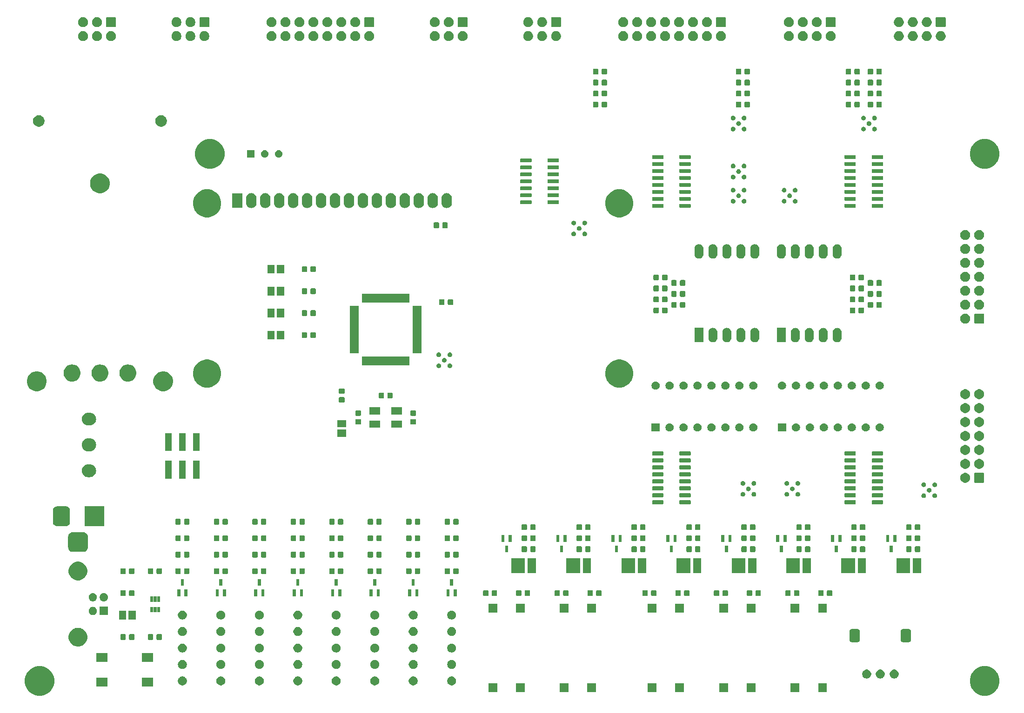
<source format=gts>
G04 #@! TF.GenerationSoftware,KiCad,Pcbnew,(5.1.5)-3*
G04 #@! TF.CreationDate,2021-06-10T10:56:38+07:00*
G04 #@! TF.ProjectId,digitalSystemBoard,64696769-7461-46c5-9379-7374656d426f,rev?*
G04 #@! TF.SameCoordinates,Original*
G04 #@! TF.FileFunction,Soldermask,Top*
G04 #@! TF.FilePolarity,Negative*
%FSLAX46Y46*%
G04 Gerber Fmt 4.6, Leading zero omitted, Abs format (unit mm)*
G04 Created by KiCad (PCBNEW (5.1.5)-3) date 2021-06-10 10:56:38*
%MOMM*%
%LPD*%
G04 APERTURE LIST*
%ADD10C,0.010000*%
%ADD11C,0.100000*%
G04 APERTURE END LIST*
D10*
G36*
X74123564Y-140600000D02*
G01*
X74575000Y-140600000D01*
X74575000Y-141499179D01*
X74123564Y-141499179D01*
X74123564Y-140600000D01*
G37*
X74123564Y-140600000D02*
X74575000Y-140600000D01*
X74575000Y-141499179D01*
X74123564Y-141499179D01*
X74123564Y-140600000D01*
G36*
X74774963Y-140600000D02*
G01*
X75225000Y-140600000D01*
X75225000Y-141499918D01*
X74774963Y-141499918D01*
X74774963Y-140600000D01*
G37*
X74774963Y-140600000D02*
X75225000Y-140600000D01*
X75225000Y-141499918D01*
X74774963Y-141499918D01*
X74774963Y-140600000D01*
G36*
X75426237Y-140600000D02*
G01*
X75875000Y-140600000D01*
X75875000Y-141498545D01*
X75426237Y-141498545D01*
X75426237Y-140600000D01*
G37*
X75426237Y-140600000D02*
X75875000Y-140600000D01*
X75875000Y-141498545D01*
X75426237Y-141498545D01*
X75426237Y-140600000D01*
G36*
X75425222Y-142500000D02*
G01*
X75875000Y-142500000D01*
X75875000Y-143400730D01*
X75425222Y-143400730D01*
X75425222Y-142500000D01*
G37*
X75425222Y-142500000D02*
X75875000Y-142500000D01*
X75875000Y-143400730D01*
X75425222Y-143400730D01*
X75425222Y-142500000D01*
G36*
X74774800Y-142500000D02*
G01*
X75225000Y-142500000D01*
X75225000Y-143401250D01*
X74774800Y-143401250D01*
X74774800Y-142500000D01*
G37*
X74774800Y-142500000D02*
X75225000Y-142500000D01*
X75225000Y-143401250D01*
X74774800Y-143401250D01*
X74774800Y-142500000D01*
G36*
X74124003Y-142500000D02*
G01*
X74575000Y-142500000D01*
X74575000Y-143401600D01*
X74124003Y-143401600D01*
X74124003Y-142500000D01*
G37*
X74124003Y-142500000D02*
X74575000Y-142500000D01*
X74575000Y-143401600D01*
X74124003Y-143401600D01*
X74124003Y-142500000D01*
D11*
G36*
X226787852Y-153402797D02*
G01*
X227279402Y-153606404D01*
X227279403Y-153606405D01*
X227721787Y-153901996D01*
X228098004Y-154278213D01*
X228248106Y-154502857D01*
X228393596Y-154720598D01*
X228597203Y-155212148D01*
X228701000Y-155733973D01*
X228701000Y-156266027D01*
X228597203Y-156787852D01*
X228393596Y-157279402D01*
X228393595Y-157279403D01*
X228098004Y-157721787D01*
X227721787Y-158098004D01*
X227426195Y-158295512D01*
X227279402Y-158393596D01*
X226787852Y-158597203D01*
X226266027Y-158701000D01*
X225733973Y-158701000D01*
X225212148Y-158597203D01*
X224720598Y-158393596D01*
X224573805Y-158295512D01*
X224278213Y-158098004D01*
X223901996Y-157721787D01*
X223606405Y-157279403D01*
X223606404Y-157279402D01*
X223402797Y-156787852D01*
X223299000Y-156266027D01*
X223299000Y-155733973D01*
X223402797Y-155212148D01*
X223606404Y-154720598D01*
X223751894Y-154502857D01*
X223901996Y-154278213D01*
X224278213Y-153901996D01*
X224720597Y-153606405D01*
X224720598Y-153606404D01*
X225212148Y-153402797D01*
X225733973Y-153299000D01*
X226266027Y-153299000D01*
X226787852Y-153402797D01*
G37*
G36*
X54787852Y-153402797D02*
G01*
X55279402Y-153606404D01*
X55279403Y-153606405D01*
X55721787Y-153901996D01*
X56098004Y-154278213D01*
X56248106Y-154502857D01*
X56393596Y-154720598D01*
X56597203Y-155212148D01*
X56701000Y-155733973D01*
X56701000Y-156266027D01*
X56597203Y-156787852D01*
X56393596Y-157279402D01*
X56393595Y-157279403D01*
X56098004Y-157721787D01*
X55721787Y-158098004D01*
X55426195Y-158295512D01*
X55279402Y-158393596D01*
X54787852Y-158597203D01*
X54266027Y-158701000D01*
X53733973Y-158701000D01*
X53212148Y-158597203D01*
X52720598Y-158393596D01*
X52573805Y-158295512D01*
X52278213Y-158098004D01*
X51901996Y-157721787D01*
X51606405Y-157279403D01*
X51606404Y-157279402D01*
X51402797Y-156787852D01*
X51299000Y-156266027D01*
X51299000Y-155733973D01*
X51402797Y-155212148D01*
X51606404Y-154720598D01*
X51751894Y-154502857D01*
X51901996Y-154278213D01*
X52278213Y-153901996D01*
X52720597Y-153606405D01*
X52720598Y-153606404D01*
X53212148Y-153402797D01*
X53733973Y-153299000D01*
X54266027Y-153299000D01*
X54787852Y-153402797D01*
G37*
G36*
X197301000Y-158051000D02*
G01*
X195699000Y-158051000D01*
X195699000Y-156449000D01*
X197301000Y-156449000D01*
X197301000Y-158051000D01*
G37*
G36*
X179301000Y-158051000D02*
G01*
X177699000Y-158051000D01*
X177699000Y-156449000D01*
X179301000Y-156449000D01*
X179301000Y-158051000D01*
G37*
G36*
X184301000Y-158051000D02*
G01*
X182699000Y-158051000D01*
X182699000Y-156449000D01*
X184301000Y-156449000D01*
X184301000Y-158051000D01*
G37*
G36*
X171301000Y-158051000D02*
G01*
X169699000Y-158051000D01*
X169699000Y-156449000D01*
X171301000Y-156449000D01*
X171301000Y-158051000D01*
G37*
G36*
X166301000Y-158051000D02*
G01*
X164699000Y-158051000D01*
X164699000Y-156449000D01*
X166301000Y-156449000D01*
X166301000Y-158051000D01*
G37*
G36*
X155301000Y-158051000D02*
G01*
X153699000Y-158051000D01*
X153699000Y-156449000D01*
X155301000Y-156449000D01*
X155301000Y-158051000D01*
G37*
G36*
X150301000Y-158051000D02*
G01*
X148699000Y-158051000D01*
X148699000Y-156449000D01*
X150301000Y-156449000D01*
X150301000Y-158051000D01*
G37*
G36*
X142301000Y-158051000D02*
G01*
X140699000Y-158051000D01*
X140699000Y-156449000D01*
X142301000Y-156449000D01*
X142301000Y-158051000D01*
G37*
G36*
X137301000Y-158051000D02*
G01*
X135699000Y-158051000D01*
X135699000Y-156449000D01*
X137301000Y-156449000D01*
X137301000Y-158051000D01*
G37*
G36*
X192301000Y-158051000D02*
G01*
X190699000Y-158051000D01*
X190699000Y-156449000D01*
X192301000Y-156449000D01*
X192301000Y-158051000D01*
G37*
G36*
X66401000Y-157051000D02*
G01*
X64299000Y-157051000D01*
X64299000Y-155449000D01*
X66401000Y-155449000D01*
X66401000Y-157051000D01*
G37*
G36*
X74701000Y-157051000D02*
G01*
X72599000Y-157051000D01*
X72599000Y-155449000D01*
X74701000Y-155449000D01*
X74701000Y-157051000D01*
G37*
G36*
X129237142Y-155218242D02*
G01*
X129385101Y-155279529D01*
X129518255Y-155368499D01*
X129631501Y-155481745D01*
X129720471Y-155614899D01*
X129781758Y-155762858D01*
X129813000Y-155919925D01*
X129813000Y-156080075D01*
X129781758Y-156237142D01*
X129720471Y-156385101D01*
X129631501Y-156518255D01*
X129518255Y-156631501D01*
X129385101Y-156720471D01*
X129237142Y-156781758D01*
X129080075Y-156813000D01*
X128919925Y-156813000D01*
X128762858Y-156781758D01*
X128614899Y-156720471D01*
X128481745Y-156631501D01*
X128368499Y-156518255D01*
X128279529Y-156385101D01*
X128218242Y-156237142D01*
X128187000Y-156080075D01*
X128187000Y-155919925D01*
X128218242Y-155762858D01*
X128279529Y-155614899D01*
X128368499Y-155481745D01*
X128481745Y-155368499D01*
X128614899Y-155279529D01*
X128762858Y-155218242D01*
X128919925Y-155187000D01*
X129080075Y-155187000D01*
X129237142Y-155218242D01*
G37*
G36*
X101237142Y-155218242D02*
G01*
X101385101Y-155279529D01*
X101518255Y-155368499D01*
X101631501Y-155481745D01*
X101720471Y-155614899D01*
X101781758Y-155762858D01*
X101813000Y-155919925D01*
X101813000Y-156080075D01*
X101781758Y-156237142D01*
X101720471Y-156385101D01*
X101631501Y-156518255D01*
X101518255Y-156631501D01*
X101385101Y-156720471D01*
X101237142Y-156781758D01*
X101080075Y-156813000D01*
X100919925Y-156813000D01*
X100762858Y-156781758D01*
X100614899Y-156720471D01*
X100481745Y-156631501D01*
X100368499Y-156518255D01*
X100279529Y-156385101D01*
X100218242Y-156237142D01*
X100187000Y-156080075D01*
X100187000Y-155919925D01*
X100218242Y-155762858D01*
X100279529Y-155614899D01*
X100368499Y-155481745D01*
X100481745Y-155368499D01*
X100614899Y-155279529D01*
X100762858Y-155218242D01*
X100919925Y-155187000D01*
X101080075Y-155187000D01*
X101237142Y-155218242D01*
G37*
G36*
X80237142Y-155218242D02*
G01*
X80385101Y-155279529D01*
X80518255Y-155368499D01*
X80631501Y-155481745D01*
X80720471Y-155614899D01*
X80781758Y-155762858D01*
X80813000Y-155919925D01*
X80813000Y-156080075D01*
X80781758Y-156237142D01*
X80720471Y-156385101D01*
X80631501Y-156518255D01*
X80518255Y-156631501D01*
X80385101Y-156720471D01*
X80237142Y-156781758D01*
X80080075Y-156813000D01*
X79919925Y-156813000D01*
X79762858Y-156781758D01*
X79614899Y-156720471D01*
X79481745Y-156631501D01*
X79368499Y-156518255D01*
X79279529Y-156385101D01*
X79218242Y-156237142D01*
X79187000Y-156080075D01*
X79187000Y-155919925D01*
X79218242Y-155762858D01*
X79279529Y-155614899D01*
X79368499Y-155481745D01*
X79481745Y-155368499D01*
X79614899Y-155279529D01*
X79762858Y-155218242D01*
X79919925Y-155187000D01*
X80080075Y-155187000D01*
X80237142Y-155218242D01*
G37*
G36*
X87237142Y-155218242D02*
G01*
X87385101Y-155279529D01*
X87518255Y-155368499D01*
X87631501Y-155481745D01*
X87720471Y-155614899D01*
X87781758Y-155762858D01*
X87813000Y-155919925D01*
X87813000Y-156080075D01*
X87781758Y-156237142D01*
X87720471Y-156385101D01*
X87631501Y-156518255D01*
X87518255Y-156631501D01*
X87385101Y-156720471D01*
X87237142Y-156781758D01*
X87080075Y-156813000D01*
X86919925Y-156813000D01*
X86762858Y-156781758D01*
X86614899Y-156720471D01*
X86481745Y-156631501D01*
X86368499Y-156518255D01*
X86279529Y-156385101D01*
X86218242Y-156237142D01*
X86187000Y-156080075D01*
X86187000Y-155919925D01*
X86218242Y-155762858D01*
X86279529Y-155614899D01*
X86368499Y-155481745D01*
X86481745Y-155368499D01*
X86614899Y-155279529D01*
X86762858Y-155218242D01*
X86919925Y-155187000D01*
X87080075Y-155187000D01*
X87237142Y-155218242D01*
G37*
G36*
X94237142Y-155218242D02*
G01*
X94385101Y-155279529D01*
X94518255Y-155368499D01*
X94631501Y-155481745D01*
X94720471Y-155614899D01*
X94781758Y-155762858D01*
X94813000Y-155919925D01*
X94813000Y-156080075D01*
X94781758Y-156237142D01*
X94720471Y-156385101D01*
X94631501Y-156518255D01*
X94518255Y-156631501D01*
X94385101Y-156720471D01*
X94237142Y-156781758D01*
X94080075Y-156813000D01*
X93919925Y-156813000D01*
X93762858Y-156781758D01*
X93614899Y-156720471D01*
X93481745Y-156631501D01*
X93368499Y-156518255D01*
X93279529Y-156385101D01*
X93218242Y-156237142D01*
X93187000Y-156080075D01*
X93187000Y-155919925D01*
X93218242Y-155762858D01*
X93279529Y-155614899D01*
X93368499Y-155481745D01*
X93481745Y-155368499D01*
X93614899Y-155279529D01*
X93762858Y-155218242D01*
X93919925Y-155187000D01*
X94080075Y-155187000D01*
X94237142Y-155218242D01*
G37*
G36*
X108237142Y-155218242D02*
G01*
X108385101Y-155279529D01*
X108518255Y-155368499D01*
X108631501Y-155481745D01*
X108720471Y-155614899D01*
X108781758Y-155762858D01*
X108813000Y-155919925D01*
X108813000Y-156080075D01*
X108781758Y-156237142D01*
X108720471Y-156385101D01*
X108631501Y-156518255D01*
X108518255Y-156631501D01*
X108385101Y-156720471D01*
X108237142Y-156781758D01*
X108080075Y-156813000D01*
X107919925Y-156813000D01*
X107762858Y-156781758D01*
X107614899Y-156720471D01*
X107481745Y-156631501D01*
X107368499Y-156518255D01*
X107279529Y-156385101D01*
X107218242Y-156237142D01*
X107187000Y-156080075D01*
X107187000Y-155919925D01*
X107218242Y-155762858D01*
X107279529Y-155614899D01*
X107368499Y-155481745D01*
X107481745Y-155368499D01*
X107614899Y-155279529D01*
X107762858Y-155218242D01*
X107919925Y-155187000D01*
X108080075Y-155187000D01*
X108237142Y-155218242D01*
G37*
G36*
X115237142Y-155218242D02*
G01*
X115385101Y-155279529D01*
X115518255Y-155368499D01*
X115631501Y-155481745D01*
X115720471Y-155614899D01*
X115781758Y-155762858D01*
X115813000Y-155919925D01*
X115813000Y-156080075D01*
X115781758Y-156237142D01*
X115720471Y-156385101D01*
X115631501Y-156518255D01*
X115518255Y-156631501D01*
X115385101Y-156720471D01*
X115237142Y-156781758D01*
X115080075Y-156813000D01*
X114919925Y-156813000D01*
X114762858Y-156781758D01*
X114614899Y-156720471D01*
X114481745Y-156631501D01*
X114368499Y-156518255D01*
X114279529Y-156385101D01*
X114218242Y-156237142D01*
X114187000Y-156080075D01*
X114187000Y-155919925D01*
X114218242Y-155762858D01*
X114279529Y-155614899D01*
X114368499Y-155481745D01*
X114481745Y-155368499D01*
X114614899Y-155279529D01*
X114762858Y-155218242D01*
X114919925Y-155187000D01*
X115080075Y-155187000D01*
X115237142Y-155218242D01*
G37*
G36*
X122237142Y-155218242D02*
G01*
X122385101Y-155279529D01*
X122518255Y-155368499D01*
X122631501Y-155481745D01*
X122720471Y-155614899D01*
X122781758Y-155762858D01*
X122813000Y-155919925D01*
X122813000Y-156080075D01*
X122781758Y-156237142D01*
X122720471Y-156385101D01*
X122631501Y-156518255D01*
X122518255Y-156631501D01*
X122385101Y-156720471D01*
X122237142Y-156781758D01*
X122080075Y-156813000D01*
X121919925Y-156813000D01*
X121762858Y-156781758D01*
X121614899Y-156720471D01*
X121481745Y-156631501D01*
X121368499Y-156518255D01*
X121279529Y-156385101D01*
X121218242Y-156237142D01*
X121187000Y-156080075D01*
X121187000Y-155919925D01*
X121218242Y-155762858D01*
X121279529Y-155614899D01*
X121368499Y-155481745D01*
X121481745Y-155368499D01*
X121614899Y-155279529D01*
X121762858Y-155218242D01*
X121919925Y-155187000D01*
X122080075Y-155187000D01*
X122237142Y-155218242D01*
G37*
G36*
X207237142Y-153958242D02*
G01*
X207385101Y-154019529D01*
X207518255Y-154108499D01*
X207631501Y-154221745D01*
X207720471Y-154354899D01*
X207781758Y-154502858D01*
X207813000Y-154659925D01*
X207813000Y-154820075D01*
X207781758Y-154977142D01*
X207720471Y-155125101D01*
X207631501Y-155258255D01*
X207518255Y-155371501D01*
X207385101Y-155460471D01*
X207237142Y-155521758D01*
X207080075Y-155553000D01*
X206919925Y-155553000D01*
X206762858Y-155521758D01*
X206614899Y-155460471D01*
X206481745Y-155371501D01*
X206368499Y-155258255D01*
X206279529Y-155125101D01*
X206218242Y-154977142D01*
X206187000Y-154820075D01*
X206187000Y-154659925D01*
X206218242Y-154502858D01*
X206279529Y-154354899D01*
X206368499Y-154221745D01*
X206481745Y-154108499D01*
X206614899Y-154019529D01*
X206762858Y-153958242D01*
X206919925Y-153927000D01*
X207080075Y-153927000D01*
X207237142Y-153958242D01*
G37*
G36*
X204777142Y-153958242D02*
G01*
X204925101Y-154019529D01*
X205058255Y-154108499D01*
X205171501Y-154221745D01*
X205260471Y-154354899D01*
X205321758Y-154502858D01*
X205353000Y-154659925D01*
X205353000Y-154820075D01*
X205321758Y-154977142D01*
X205260471Y-155125101D01*
X205171501Y-155258255D01*
X205058255Y-155371501D01*
X204925101Y-155460471D01*
X204777142Y-155521758D01*
X204620075Y-155553000D01*
X204459925Y-155553000D01*
X204302858Y-155521758D01*
X204154899Y-155460471D01*
X204021745Y-155371501D01*
X203908499Y-155258255D01*
X203819529Y-155125101D01*
X203758242Y-154977142D01*
X203727000Y-154820075D01*
X203727000Y-154659925D01*
X203758242Y-154502858D01*
X203819529Y-154354899D01*
X203908499Y-154221745D01*
X204021745Y-154108499D01*
X204154899Y-154019529D01*
X204302858Y-153958242D01*
X204459925Y-153927000D01*
X204620075Y-153927000D01*
X204777142Y-153958242D01*
G37*
G36*
X209777142Y-153958242D02*
G01*
X209925101Y-154019529D01*
X210058255Y-154108499D01*
X210171501Y-154221745D01*
X210260471Y-154354899D01*
X210321758Y-154502858D01*
X210353000Y-154659925D01*
X210353000Y-154820075D01*
X210321758Y-154977142D01*
X210260471Y-155125101D01*
X210171501Y-155258255D01*
X210058255Y-155371501D01*
X209925101Y-155460471D01*
X209777142Y-155521758D01*
X209620075Y-155553000D01*
X209459925Y-155553000D01*
X209302858Y-155521758D01*
X209154899Y-155460471D01*
X209021745Y-155371501D01*
X208908499Y-155258255D01*
X208819529Y-155125101D01*
X208758242Y-154977142D01*
X208727000Y-154820075D01*
X208727000Y-154659925D01*
X208758242Y-154502858D01*
X208819529Y-154354899D01*
X208908499Y-154221745D01*
X209021745Y-154108499D01*
X209154899Y-154019529D01*
X209302858Y-153958242D01*
X209459925Y-153927000D01*
X209620075Y-153927000D01*
X209777142Y-153958242D01*
G37*
G36*
X122237142Y-152218242D02*
G01*
X122385101Y-152279529D01*
X122518255Y-152368499D01*
X122631501Y-152481745D01*
X122720471Y-152614899D01*
X122781758Y-152762858D01*
X122813000Y-152919925D01*
X122813000Y-153080075D01*
X122781758Y-153237142D01*
X122720471Y-153385101D01*
X122631501Y-153518255D01*
X122518255Y-153631501D01*
X122385101Y-153720471D01*
X122237142Y-153781758D01*
X122080075Y-153813000D01*
X121919925Y-153813000D01*
X121762858Y-153781758D01*
X121614899Y-153720471D01*
X121481745Y-153631501D01*
X121368499Y-153518255D01*
X121279529Y-153385101D01*
X121218242Y-153237142D01*
X121187000Y-153080075D01*
X121187000Y-152919925D01*
X121218242Y-152762858D01*
X121279529Y-152614899D01*
X121368499Y-152481745D01*
X121481745Y-152368499D01*
X121614899Y-152279529D01*
X121762858Y-152218242D01*
X121919925Y-152187000D01*
X122080075Y-152187000D01*
X122237142Y-152218242D01*
G37*
G36*
X115237142Y-152218242D02*
G01*
X115385101Y-152279529D01*
X115518255Y-152368499D01*
X115631501Y-152481745D01*
X115720471Y-152614899D01*
X115781758Y-152762858D01*
X115813000Y-152919925D01*
X115813000Y-153080075D01*
X115781758Y-153237142D01*
X115720471Y-153385101D01*
X115631501Y-153518255D01*
X115518255Y-153631501D01*
X115385101Y-153720471D01*
X115237142Y-153781758D01*
X115080075Y-153813000D01*
X114919925Y-153813000D01*
X114762858Y-153781758D01*
X114614899Y-153720471D01*
X114481745Y-153631501D01*
X114368499Y-153518255D01*
X114279529Y-153385101D01*
X114218242Y-153237142D01*
X114187000Y-153080075D01*
X114187000Y-152919925D01*
X114218242Y-152762858D01*
X114279529Y-152614899D01*
X114368499Y-152481745D01*
X114481745Y-152368499D01*
X114614899Y-152279529D01*
X114762858Y-152218242D01*
X114919925Y-152187000D01*
X115080075Y-152187000D01*
X115237142Y-152218242D01*
G37*
G36*
X108237142Y-152218242D02*
G01*
X108385101Y-152279529D01*
X108518255Y-152368499D01*
X108631501Y-152481745D01*
X108720471Y-152614899D01*
X108781758Y-152762858D01*
X108813000Y-152919925D01*
X108813000Y-153080075D01*
X108781758Y-153237142D01*
X108720471Y-153385101D01*
X108631501Y-153518255D01*
X108518255Y-153631501D01*
X108385101Y-153720471D01*
X108237142Y-153781758D01*
X108080075Y-153813000D01*
X107919925Y-153813000D01*
X107762858Y-153781758D01*
X107614899Y-153720471D01*
X107481745Y-153631501D01*
X107368499Y-153518255D01*
X107279529Y-153385101D01*
X107218242Y-153237142D01*
X107187000Y-153080075D01*
X107187000Y-152919925D01*
X107218242Y-152762858D01*
X107279529Y-152614899D01*
X107368499Y-152481745D01*
X107481745Y-152368499D01*
X107614899Y-152279529D01*
X107762858Y-152218242D01*
X107919925Y-152187000D01*
X108080075Y-152187000D01*
X108237142Y-152218242D01*
G37*
G36*
X101237142Y-152218242D02*
G01*
X101385101Y-152279529D01*
X101518255Y-152368499D01*
X101631501Y-152481745D01*
X101720471Y-152614899D01*
X101781758Y-152762858D01*
X101813000Y-152919925D01*
X101813000Y-153080075D01*
X101781758Y-153237142D01*
X101720471Y-153385101D01*
X101631501Y-153518255D01*
X101518255Y-153631501D01*
X101385101Y-153720471D01*
X101237142Y-153781758D01*
X101080075Y-153813000D01*
X100919925Y-153813000D01*
X100762858Y-153781758D01*
X100614899Y-153720471D01*
X100481745Y-153631501D01*
X100368499Y-153518255D01*
X100279529Y-153385101D01*
X100218242Y-153237142D01*
X100187000Y-153080075D01*
X100187000Y-152919925D01*
X100218242Y-152762858D01*
X100279529Y-152614899D01*
X100368499Y-152481745D01*
X100481745Y-152368499D01*
X100614899Y-152279529D01*
X100762858Y-152218242D01*
X100919925Y-152187000D01*
X101080075Y-152187000D01*
X101237142Y-152218242D01*
G37*
G36*
X94237142Y-152218242D02*
G01*
X94385101Y-152279529D01*
X94518255Y-152368499D01*
X94631501Y-152481745D01*
X94720471Y-152614899D01*
X94781758Y-152762858D01*
X94813000Y-152919925D01*
X94813000Y-153080075D01*
X94781758Y-153237142D01*
X94720471Y-153385101D01*
X94631501Y-153518255D01*
X94518255Y-153631501D01*
X94385101Y-153720471D01*
X94237142Y-153781758D01*
X94080075Y-153813000D01*
X93919925Y-153813000D01*
X93762858Y-153781758D01*
X93614899Y-153720471D01*
X93481745Y-153631501D01*
X93368499Y-153518255D01*
X93279529Y-153385101D01*
X93218242Y-153237142D01*
X93187000Y-153080075D01*
X93187000Y-152919925D01*
X93218242Y-152762858D01*
X93279529Y-152614899D01*
X93368499Y-152481745D01*
X93481745Y-152368499D01*
X93614899Y-152279529D01*
X93762858Y-152218242D01*
X93919925Y-152187000D01*
X94080075Y-152187000D01*
X94237142Y-152218242D01*
G37*
G36*
X87237142Y-152218242D02*
G01*
X87385101Y-152279529D01*
X87518255Y-152368499D01*
X87631501Y-152481745D01*
X87720471Y-152614899D01*
X87781758Y-152762858D01*
X87813000Y-152919925D01*
X87813000Y-153080075D01*
X87781758Y-153237142D01*
X87720471Y-153385101D01*
X87631501Y-153518255D01*
X87518255Y-153631501D01*
X87385101Y-153720471D01*
X87237142Y-153781758D01*
X87080075Y-153813000D01*
X86919925Y-153813000D01*
X86762858Y-153781758D01*
X86614899Y-153720471D01*
X86481745Y-153631501D01*
X86368499Y-153518255D01*
X86279529Y-153385101D01*
X86218242Y-153237142D01*
X86187000Y-153080075D01*
X86187000Y-152919925D01*
X86218242Y-152762858D01*
X86279529Y-152614899D01*
X86368499Y-152481745D01*
X86481745Y-152368499D01*
X86614899Y-152279529D01*
X86762858Y-152218242D01*
X86919925Y-152187000D01*
X87080075Y-152187000D01*
X87237142Y-152218242D01*
G37*
G36*
X129237142Y-152218242D02*
G01*
X129385101Y-152279529D01*
X129518255Y-152368499D01*
X129631501Y-152481745D01*
X129720471Y-152614899D01*
X129781758Y-152762858D01*
X129813000Y-152919925D01*
X129813000Y-153080075D01*
X129781758Y-153237142D01*
X129720471Y-153385101D01*
X129631501Y-153518255D01*
X129518255Y-153631501D01*
X129385101Y-153720471D01*
X129237142Y-153781758D01*
X129080075Y-153813000D01*
X128919925Y-153813000D01*
X128762858Y-153781758D01*
X128614899Y-153720471D01*
X128481745Y-153631501D01*
X128368499Y-153518255D01*
X128279529Y-153385101D01*
X128218242Y-153237142D01*
X128187000Y-153080075D01*
X128187000Y-152919925D01*
X128218242Y-152762858D01*
X128279529Y-152614899D01*
X128368499Y-152481745D01*
X128481745Y-152368499D01*
X128614899Y-152279529D01*
X128762858Y-152218242D01*
X128919925Y-152187000D01*
X129080075Y-152187000D01*
X129237142Y-152218242D01*
G37*
G36*
X80237142Y-152218242D02*
G01*
X80385101Y-152279529D01*
X80518255Y-152368499D01*
X80631501Y-152481745D01*
X80720471Y-152614899D01*
X80781758Y-152762858D01*
X80813000Y-152919925D01*
X80813000Y-153080075D01*
X80781758Y-153237142D01*
X80720471Y-153385101D01*
X80631501Y-153518255D01*
X80518255Y-153631501D01*
X80385101Y-153720471D01*
X80237142Y-153781758D01*
X80080075Y-153813000D01*
X79919925Y-153813000D01*
X79762858Y-153781758D01*
X79614899Y-153720471D01*
X79481745Y-153631501D01*
X79368499Y-153518255D01*
X79279529Y-153385101D01*
X79218242Y-153237142D01*
X79187000Y-153080075D01*
X79187000Y-152919925D01*
X79218242Y-152762858D01*
X79279529Y-152614899D01*
X79368499Y-152481745D01*
X79481745Y-152368499D01*
X79614899Y-152279529D01*
X79762858Y-152218242D01*
X79919925Y-152187000D01*
X80080075Y-152187000D01*
X80237142Y-152218242D01*
G37*
G36*
X66401000Y-152551000D02*
G01*
X64299000Y-152551000D01*
X64299000Y-150949000D01*
X66401000Y-150949000D01*
X66401000Y-152551000D01*
G37*
G36*
X74701000Y-152551000D02*
G01*
X72599000Y-152551000D01*
X72599000Y-150949000D01*
X74701000Y-150949000D01*
X74701000Y-152551000D01*
G37*
G36*
X94237142Y-149218242D02*
G01*
X94385101Y-149279529D01*
X94518255Y-149368499D01*
X94631501Y-149481745D01*
X94720471Y-149614899D01*
X94781758Y-149762858D01*
X94813000Y-149919925D01*
X94813000Y-150080075D01*
X94781758Y-150237142D01*
X94720471Y-150385101D01*
X94631501Y-150518255D01*
X94518255Y-150631501D01*
X94385101Y-150720471D01*
X94237142Y-150781758D01*
X94080075Y-150813000D01*
X93919925Y-150813000D01*
X93762858Y-150781758D01*
X93614899Y-150720471D01*
X93481745Y-150631501D01*
X93368499Y-150518255D01*
X93279529Y-150385101D01*
X93218242Y-150237142D01*
X93187000Y-150080075D01*
X93187000Y-149919925D01*
X93218242Y-149762858D01*
X93279529Y-149614899D01*
X93368499Y-149481745D01*
X93481745Y-149368499D01*
X93614899Y-149279529D01*
X93762858Y-149218242D01*
X93919925Y-149187000D01*
X94080075Y-149187000D01*
X94237142Y-149218242D01*
G37*
G36*
X122237142Y-149218242D02*
G01*
X122385101Y-149279529D01*
X122518255Y-149368499D01*
X122631501Y-149481745D01*
X122720471Y-149614899D01*
X122781758Y-149762858D01*
X122813000Y-149919925D01*
X122813000Y-150080075D01*
X122781758Y-150237142D01*
X122720471Y-150385101D01*
X122631501Y-150518255D01*
X122518255Y-150631501D01*
X122385101Y-150720471D01*
X122237142Y-150781758D01*
X122080075Y-150813000D01*
X121919925Y-150813000D01*
X121762858Y-150781758D01*
X121614899Y-150720471D01*
X121481745Y-150631501D01*
X121368499Y-150518255D01*
X121279529Y-150385101D01*
X121218242Y-150237142D01*
X121187000Y-150080075D01*
X121187000Y-149919925D01*
X121218242Y-149762858D01*
X121279529Y-149614899D01*
X121368499Y-149481745D01*
X121481745Y-149368499D01*
X121614899Y-149279529D01*
X121762858Y-149218242D01*
X121919925Y-149187000D01*
X122080075Y-149187000D01*
X122237142Y-149218242D01*
G37*
G36*
X115237142Y-149218242D02*
G01*
X115385101Y-149279529D01*
X115518255Y-149368499D01*
X115631501Y-149481745D01*
X115720471Y-149614899D01*
X115781758Y-149762858D01*
X115813000Y-149919925D01*
X115813000Y-150080075D01*
X115781758Y-150237142D01*
X115720471Y-150385101D01*
X115631501Y-150518255D01*
X115518255Y-150631501D01*
X115385101Y-150720471D01*
X115237142Y-150781758D01*
X115080075Y-150813000D01*
X114919925Y-150813000D01*
X114762858Y-150781758D01*
X114614899Y-150720471D01*
X114481745Y-150631501D01*
X114368499Y-150518255D01*
X114279529Y-150385101D01*
X114218242Y-150237142D01*
X114187000Y-150080075D01*
X114187000Y-149919925D01*
X114218242Y-149762858D01*
X114279529Y-149614899D01*
X114368499Y-149481745D01*
X114481745Y-149368499D01*
X114614899Y-149279529D01*
X114762858Y-149218242D01*
X114919925Y-149187000D01*
X115080075Y-149187000D01*
X115237142Y-149218242D01*
G37*
G36*
X108237142Y-149218242D02*
G01*
X108385101Y-149279529D01*
X108518255Y-149368499D01*
X108631501Y-149481745D01*
X108720471Y-149614899D01*
X108781758Y-149762858D01*
X108813000Y-149919925D01*
X108813000Y-150080075D01*
X108781758Y-150237142D01*
X108720471Y-150385101D01*
X108631501Y-150518255D01*
X108518255Y-150631501D01*
X108385101Y-150720471D01*
X108237142Y-150781758D01*
X108080075Y-150813000D01*
X107919925Y-150813000D01*
X107762858Y-150781758D01*
X107614899Y-150720471D01*
X107481745Y-150631501D01*
X107368499Y-150518255D01*
X107279529Y-150385101D01*
X107218242Y-150237142D01*
X107187000Y-150080075D01*
X107187000Y-149919925D01*
X107218242Y-149762858D01*
X107279529Y-149614899D01*
X107368499Y-149481745D01*
X107481745Y-149368499D01*
X107614899Y-149279529D01*
X107762858Y-149218242D01*
X107919925Y-149187000D01*
X108080075Y-149187000D01*
X108237142Y-149218242D01*
G37*
G36*
X101237142Y-149218242D02*
G01*
X101385101Y-149279529D01*
X101518255Y-149368499D01*
X101631501Y-149481745D01*
X101720471Y-149614899D01*
X101781758Y-149762858D01*
X101813000Y-149919925D01*
X101813000Y-150080075D01*
X101781758Y-150237142D01*
X101720471Y-150385101D01*
X101631501Y-150518255D01*
X101518255Y-150631501D01*
X101385101Y-150720471D01*
X101237142Y-150781758D01*
X101080075Y-150813000D01*
X100919925Y-150813000D01*
X100762858Y-150781758D01*
X100614899Y-150720471D01*
X100481745Y-150631501D01*
X100368499Y-150518255D01*
X100279529Y-150385101D01*
X100218242Y-150237142D01*
X100187000Y-150080075D01*
X100187000Y-149919925D01*
X100218242Y-149762858D01*
X100279529Y-149614899D01*
X100368499Y-149481745D01*
X100481745Y-149368499D01*
X100614899Y-149279529D01*
X100762858Y-149218242D01*
X100919925Y-149187000D01*
X101080075Y-149187000D01*
X101237142Y-149218242D01*
G37*
G36*
X87237142Y-149218242D02*
G01*
X87385101Y-149279529D01*
X87518255Y-149368499D01*
X87631501Y-149481745D01*
X87720471Y-149614899D01*
X87781758Y-149762858D01*
X87813000Y-149919925D01*
X87813000Y-150080075D01*
X87781758Y-150237142D01*
X87720471Y-150385101D01*
X87631501Y-150518255D01*
X87518255Y-150631501D01*
X87385101Y-150720471D01*
X87237142Y-150781758D01*
X87080075Y-150813000D01*
X86919925Y-150813000D01*
X86762858Y-150781758D01*
X86614899Y-150720471D01*
X86481745Y-150631501D01*
X86368499Y-150518255D01*
X86279529Y-150385101D01*
X86218242Y-150237142D01*
X86187000Y-150080075D01*
X86187000Y-149919925D01*
X86218242Y-149762858D01*
X86279529Y-149614899D01*
X86368499Y-149481745D01*
X86481745Y-149368499D01*
X86614899Y-149279529D01*
X86762858Y-149218242D01*
X86919925Y-149187000D01*
X87080075Y-149187000D01*
X87237142Y-149218242D01*
G37*
G36*
X80237142Y-149218242D02*
G01*
X80385101Y-149279529D01*
X80518255Y-149368499D01*
X80631501Y-149481745D01*
X80720471Y-149614899D01*
X80781758Y-149762858D01*
X80813000Y-149919925D01*
X80813000Y-150080075D01*
X80781758Y-150237142D01*
X80720471Y-150385101D01*
X80631501Y-150518255D01*
X80518255Y-150631501D01*
X80385101Y-150720471D01*
X80237142Y-150781758D01*
X80080075Y-150813000D01*
X79919925Y-150813000D01*
X79762858Y-150781758D01*
X79614899Y-150720471D01*
X79481745Y-150631501D01*
X79368499Y-150518255D01*
X79279529Y-150385101D01*
X79218242Y-150237142D01*
X79187000Y-150080075D01*
X79187000Y-149919925D01*
X79218242Y-149762858D01*
X79279529Y-149614899D01*
X79368499Y-149481745D01*
X79481745Y-149368499D01*
X79614899Y-149279529D01*
X79762858Y-149218242D01*
X79919925Y-149187000D01*
X80080075Y-149187000D01*
X80237142Y-149218242D01*
G37*
G36*
X129237142Y-149218242D02*
G01*
X129385101Y-149279529D01*
X129518255Y-149368499D01*
X129631501Y-149481745D01*
X129720471Y-149614899D01*
X129781758Y-149762858D01*
X129813000Y-149919925D01*
X129813000Y-150080075D01*
X129781758Y-150237142D01*
X129720471Y-150385101D01*
X129631501Y-150518255D01*
X129518255Y-150631501D01*
X129385101Y-150720471D01*
X129237142Y-150781758D01*
X129080075Y-150813000D01*
X128919925Y-150813000D01*
X128762858Y-150781758D01*
X128614899Y-150720471D01*
X128481745Y-150631501D01*
X128368499Y-150518255D01*
X128279529Y-150385101D01*
X128218242Y-150237142D01*
X128187000Y-150080075D01*
X128187000Y-149919925D01*
X128218242Y-149762858D01*
X128279529Y-149614899D01*
X128368499Y-149481745D01*
X128481745Y-149368499D01*
X128614899Y-149279529D01*
X128762858Y-149218242D01*
X128919925Y-149187000D01*
X129080075Y-149187000D01*
X129237142Y-149218242D01*
G37*
G36*
X61498496Y-146376675D02*
G01*
X61752156Y-146481745D01*
X61809515Y-146505504D01*
X62089424Y-146692533D01*
X62327467Y-146930576D01*
X62514496Y-147210485D01*
X62514497Y-147210487D01*
X62643325Y-147521504D01*
X62709000Y-147851677D01*
X62709000Y-148188323D01*
X62643325Y-148518496D01*
X62518600Y-148819608D01*
X62514496Y-148829515D01*
X62327467Y-149109424D01*
X62089424Y-149347467D01*
X61809515Y-149534496D01*
X61809514Y-149534497D01*
X61809513Y-149534497D01*
X61498496Y-149663325D01*
X61168323Y-149729000D01*
X60831677Y-149729000D01*
X60501504Y-149663325D01*
X60190487Y-149534497D01*
X60190486Y-149534497D01*
X60190485Y-149534496D01*
X59910576Y-149347467D01*
X59672533Y-149109424D01*
X59485504Y-148829515D01*
X59481400Y-148819608D01*
X59356675Y-148518496D01*
X59291000Y-148188323D01*
X59291000Y-147851677D01*
X59356675Y-147521504D01*
X59485503Y-147210487D01*
X59485504Y-147210485D01*
X59672533Y-146930576D01*
X59910576Y-146692533D01*
X60190485Y-146505504D01*
X60247844Y-146481745D01*
X60501504Y-146376675D01*
X60831677Y-146311000D01*
X61168323Y-146311000D01*
X61498496Y-146376675D01*
G37*
G36*
X212268455Y-146547528D02*
G01*
X212345812Y-146570995D01*
X212417117Y-146609108D01*
X212479608Y-146660392D01*
X212530892Y-146722883D01*
X212569005Y-146794188D01*
X212592472Y-146871545D01*
X212601000Y-146958140D01*
X212601000Y-148521860D01*
X212592472Y-148608455D01*
X212569005Y-148685812D01*
X212530892Y-148757117D01*
X212479608Y-148819608D01*
X212417117Y-148870892D01*
X212345812Y-148909005D01*
X212268455Y-148932472D01*
X212181860Y-148941000D01*
X211118140Y-148941000D01*
X211031545Y-148932472D01*
X210954188Y-148909005D01*
X210882883Y-148870892D01*
X210820392Y-148819608D01*
X210769108Y-148757117D01*
X210730995Y-148685812D01*
X210707528Y-148608455D01*
X210699000Y-148521860D01*
X210699000Y-146958140D01*
X210707528Y-146871545D01*
X210730995Y-146794188D01*
X210769108Y-146722883D01*
X210820392Y-146660392D01*
X210882883Y-146609108D01*
X210954188Y-146570995D01*
X211031545Y-146547528D01*
X211118140Y-146539000D01*
X212181860Y-146539000D01*
X212268455Y-146547528D01*
G37*
G36*
X202968455Y-146547528D02*
G01*
X203045812Y-146570995D01*
X203117117Y-146609108D01*
X203179608Y-146660392D01*
X203230892Y-146722883D01*
X203269005Y-146794188D01*
X203292472Y-146871545D01*
X203301000Y-146958140D01*
X203301000Y-148521860D01*
X203292472Y-148608455D01*
X203269005Y-148685812D01*
X203230892Y-148757117D01*
X203179608Y-148819608D01*
X203117117Y-148870892D01*
X203045812Y-148909005D01*
X202968455Y-148932472D01*
X202881860Y-148941000D01*
X201818140Y-148941000D01*
X201731545Y-148932472D01*
X201654188Y-148909005D01*
X201582883Y-148870892D01*
X201520392Y-148819608D01*
X201469108Y-148757117D01*
X201430995Y-148685812D01*
X201407528Y-148608455D01*
X201399000Y-148521860D01*
X201399000Y-146958140D01*
X201407528Y-146871545D01*
X201430995Y-146794188D01*
X201469108Y-146722883D01*
X201520392Y-146660392D01*
X201582883Y-146609108D01*
X201654188Y-146570995D01*
X201731545Y-146547528D01*
X201818140Y-146539000D01*
X202881860Y-146539000D01*
X202968455Y-146547528D01*
G37*
G36*
X76129591Y-147478085D02*
G01*
X76163569Y-147488393D01*
X76194890Y-147505134D01*
X76222339Y-147527661D01*
X76244866Y-147555110D01*
X76261607Y-147586431D01*
X76271915Y-147620409D01*
X76276000Y-147661890D01*
X76276000Y-148338110D01*
X76271915Y-148379591D01*
X76261607Y-148413569D01*
X76244866Y-148444890D01*
X76222339Y-148472339D01*
X76194890Y-148494866D01*
X76163569Y-148511607D01*
X76129591Y-148521915D01*
X76088110Y-148526000D01*
X75486890Y-148526000D01*
X75445409Y-148521915D01*
X75411431Y-148511607D01*
X75380110Y-148494866D01*
X75352661Y-148472339D01*
X75330134Y-148444890D01*
X75313393Y-148413569D01*
X75303085Y-148379591D01*
X75299000Y-148338110D01*
X75299000Y-147661890D01*
X75303085Y-147620409D01*
X75313393Y-147586431D01*
X75330134Y-147555110D01*
X75352661Y-147527661D01*
X75380110Y-147505134D01*
X75411431Y-147488393D01*
X75445409Y-147478085D01*
X75486890Y-147474000D01*
X76088110Y-147474000D01*
X76129591Y-147478085D01*
G37*
G36*
X74554591Y-147478085D02*
G01*
X74588569Y-147488393D01*
X74619890Y-147505134D01*
X74647339Y-147527661D01*
X74669866Y-147555110D01*
X74686607Y-147586431D01*
X74696915Y-147620409D01*
X74701000Y-147661890D01*
X74701000Y-148338110D01*
X74696915Y-148379591D01*
X74686607Y-148413569D01*
X74669866Y-148444890D01*
X74647339Y-148472339D01*
X74619890Y-148494866D01*
X74588569Y-148511607D01*
X74554591Y-148521915D01*
X74513110Y-148526000D01*
X73911890Y-148526000D01*
X73870409Y-148521915D01*
X73836431Y-148511607D01*
X73805110Y-148494866D01*
X73777661Y-148472339D01*
X73755134Y-148444890D01*
X73738393Y-148413569D01*
X73728085Y-148379591D01*
X73724000Y-148338110D01*
X73724000Y-147661890D01*
X73728085Y-147620409D01*
X73738393Y-147586431D01*
X73755134Y-147555110D01*
X73777661Y-147527661D01*
X73805110Y-147505134D01*
X73836431Y-147488393D01*
X73870409Y-147478085D01*
X73911890Y-147474000D01*
X74513110Y-147474000D01*
X74554591Y-147478085D01*
G37*
G36*
X69554591Y-147478085D02*
G01*
X69588569Y-147488393D01*
X69619890Y-147505134D01*
X69647339Y-147527661D01*
X69669866Y-147555110D01*
X69686607Y-147586431D01*
X69696915Y-147620409D01*
X69701000Y-147661890D01*
X69701000Y-148338110D01*
X69696915Y-148379591D01*
X69686607Y-148413569D01*
X69669866Y-148444890D01*
X69647339Y-148472339D01*
X69619890Y-148494866D01*
X69588569Y-148511607D01*
X69554591Y-148521915D01*
X69513110Y-148526000D01*
X68911890Y-148526000D01*
X68870409Y-148521915D01*
X68836431Y-148511607D01*
X68805110Y-148494866D01*
X68777661Y-148472339D01*
X68755134Y-148444890D01*
X68738393Y-148413569D01*
X68728085Y-148379591D01*
X68724000Y-148338110D01*
X68724000Y-147661890D01*
X68728085Y-147620409D01*
X68738393Y-147586431D01*
X68755134Y-147555110D01*
X68777661Y-147527661D01*
X68805110Y-147505134D01*
X68836431Y-147488393D01*
X68870409Y-147478085D01*
X68911890Y-147474000D01*
X69513110Y-147474000D01*
X69554591Y-147478085D01*
G37*
G36*
X71129591Y-147478085D02*
G01*
X71163569Y-147488393D01*
X71194890Y-147505134D01*
X71222339Y-147527661D01*
X71244866Y-147555110D01*
X71261607Y-147586431D01*
X71271915Y-147620409D01*
X71276000Y-147661890D01*
X71276000Y-148338110D01*
X71271915Y-148379591D01*
X71261607Y-148413569D01*
X71244866Y-148444890D01*
X71222339Y-148472339D01*
X71194890Y-148494866D01*
X71163569Y-148511607D01*
X71129591Y-148521915D01*
X71088110Y-148526000D01*
X70486890Y-148526000D01*
X70445409Y-148521915D01*
X70411431Y-148511607D01*
X70380110Y-148494866D01*
X70352661Y-148472339D01*
X70330134Y-148444890D01*
X70313393Y-148413569D01*
X70303085Y-148379591D01*
X70299000Y-148338110D01*
X70299000Y-147661890D01*
X70303085Y-147620409D01*
X70313393Y-147586431D01*
X70330134Y-147555110D01*
X70352661Y-147527661D01*
X70380110Y-147505134D01*
X70411431Y-147488393D01*
X70445409Y-147478085D01*
X70486890Y-147474000D01*
X71088110Y-147474000D01*
X71129591Y-147478085D01*
G37*
G36*
X101237142Y-146218242D02*
G01*
X101385101Y-146279529D01*
X101518255Y-146368499D01*
X101631501Y-146481745D01*
X101720471Y-146614899D01*
X101781758Y-146762858D01*
X101813000Y-146919925D01*
X101813000Y-147080075D01*
X101781758Y-147237142D01*
X101720471Y-147385101D01*
X101631501Y-147518255D01*
X101518255Y-147631501D01*
X101385101Y-147720471D01*
X101237142Y-147781758D01*
X101080075Y-147813000D01*
X100919925Y-147813000D01*
X100762858Y-147781758D01*
X100614899Y-147720471D01*
X100481745Y-147631501D01*
X100368499Y-147518255D01*
X100279529Y-147385101D01*
X100218242Y-147237142D01*
X100187000Y-147080075D01*
X100187000Y-146919925D01*
X100218242Y-146762858D01*
X100279529Y-146614899D01*
X100368499Y-146481745D01*
X100481745Y-146368499D01*
X100614899Y-146279529D01*
X100762858Y-146218242D01*
X100919925Y-146187000D01*
X101080075Y-146187000D01*
X101237142Y-146218242D01*
G37*
G36*
X94237142Y-146218242D02*
G01*
X94385101Y-146279529D01*
X94518255Y-146368499D01*
X94631501Y-146481745D01*
X94720471Y-146614899D01*
X94781758Y-146762858D01*
X94813000Y-146919925D01*
X94813000Y-147080075D01*
X94781758Y-147237142D01*
X94720471Y-147385101D01*
X94631501Y-147518255D01*
X94518255Y-147631501D01*
X94385101Y-147720471D01*
X94237142Y-147781758D01*
X94080075Y-147813000D01*
X93919925Y-147813000D01*
X93762858Y-147781758D01*
X93614899Y-147720471D01*
X93481745Y-147631501D01*
X93368499Y-147518255D01*
X93279529Y-147385101D01*
X93218242Y-147237142D01*
X93187000Y-147080075D01*
X93187000Y-146919925D01*
X93218242Y-146762858D01*
X93279529Y-146614899D01*
X93368499Y-146481745D01*
X93481745Y-146368499D01*
X93614899Y-146279529D01*
X93762858Y-146218242D01*
X93919925Y-146187000D01*
X94080075Y-146187000D01*
X94237142Y-146218242D01*
G37*
G36*
X108237142Y-146218242D02*
G01*
X108385101Y-146279529D01*
X108518255Y-146368499D01*
X108631501Y-146481745D01*
X108720471Y-146614899D01*
X108781758Y-146762858D01*
X108813000Y-146919925D01*
X108813000Y-147080075D01*
X108781758Y-147237142D01*
X108720471Y-147385101D01*
X108631501Y-147518255D01*
X108518255Y-147631501D01*
X108385101Y-147720471D01*
X108237142Y-147781758D01*
X108080075Y-147813000D01*
X107919925Y-147813000D01*
X107762858Y-147781758D01*
X107614899Y-147720471D01*
X107481745Y-147631501D01*
X107368499Y-147518255D01*
X107279529Y-147385101D01*
X107218242Y-147237142D01*
X107187000Y-147080075D01*
X107187000Y-146919925D01*
X107218242Y-146762858D01*
X107279529Y-146614899D01*
X107368499Y-146481745D01*
X107481745Y-146368499D01*
X107614899Y-146279529D01*
X107762858Y-146218242D01*
X107919925Y-146187000D01*
X108080075Y-146187000D01*
X108237142Y-146218242D01*
G37*
G36*
X87237142Y-146218242D02*
G01*
X87385101Y-146279529D01*
X87518255Y-146368499D01*
X87631501Y-146481745D01*
X87720471Y-146614899D01*
X87781758Y-146762858D01*
X87813000Y-146919925D01*
X87813000Y-147080075D01*
X87781758Y-147237142D01*
X87720471Y-147385101D01*
X87631501Y-147518255D01*
X87518255Y-147631501D01*
X87385101Y-147720471D01*
X87237142Y-147781758D01*
X87080075Y-147813000D01*
X86919925Y-147813000D01*
X86762858Y-147781758D01*
X86614899Y-147720471D01*
X86481745Y-147631501D01*
X86368499Y-147518255D01*
X86279529Y-147385101D01*
X86218242Y-147237142D01*
X86187000Y-147080075D01*
X86187000Y-146919925D01*
X86218242Y-146762858D01*
X86279529Y-146614899D01*
X86368499Y-146481745D01*
X86481745Y-146368499D01*
X86614899Y-146279529D01*
X86762858Y-146218242D01*
X86919925Y-146187000D01*
X87080075Y-146187000D01*
X87237142Y-146218242D01*
G37*
G36*
X122237142Y-146218242D02*
G01*
X122385101Y-146279529D01*
X122518255Y-146368499D01*
X122631501Y-146481745D01*
X122720471Y-146614899D01*
X122781758Y-146762858D01*
X122813000Y-146919925D01*
X122813000Y-147080075D01*
X122781758Y-147237142D01*
X122720471Y-147385101D01*
X122631501Y-147518255D01*
X122518255Y-147631501D01*
X122385101Y-147720471D01*
X122237142Y-147781758D01*
X122080075Y-147813000D01*
X121919925Y-147813000D01*
X121762858Y-147781758D01*
X121614899Y-147720471D01*
X121481745Y-147631501D01*
X121368499Y-147518255D01*
X121279529Y-147385101D01*
X121218242Y-147237142D01*
X121187000Y-147080075D01*
X121187000Y-146919925D01*
X121218242Y-146762858D01*
X121279529Y-146614899D01*
X121368499Y-146481745D01*
X121481745Y-146368499D01*
X121614899Y-146279529D01*
X121762858Y-146218242D01*
X121919925Y-146187000D01*
X122080075Y-146187000D01*
X122237142Y-146218242D01*
G37*
G36*
X129237142Y-146218242D02*
G01*
X129385101Y-146279529D01*
X129518255Y-146368499D01*
X129631501Y-146481745D01*
X129720471Y-146614899D01*
X129781758Y-146762858D01*
X129813000Y-146919925D01*
X129813000Y-147080075D01*
X129781758Y-147237142D01*
X129720471Y-147385101D01*
X129631501Y-147518255D01*
X129518255Y-147631501D01*
X129385101Y-147720471D01*
X129237142Y-147781758D01*
X129080075Y-147813000D01*
X128919925Y-147813000D01*
X128762858Y-147781758D01*
X128614899Y-147720471D01*
X128481745Y-147631501D01*
X128368499Y-147518255D01*
X128279529Y-147385101D01*
X128218242Y-147237142D01*
X128187000Y-147080075D01*
X128187000Y-146919925D01*
X128218242Y-146762858D01*
X128279529Y-146614899D01*
X128368499Y-146481745D01*
X128481745Y-146368499D01*
X128614899Y-146279529D01*
X128762858Y-146218242D01*
X128919925Y-146187000D01*
X129080075Y-146187000D01*
X129237142Y-146218242D01*
G37*
G36*
X80237142Y-146218242D02*
G01*
X80385101Y-146279529D01*
X80518255Y-146368499D01*
X80631501Y-146481745D01*
X80720471Y-146614899D01*
X80781758Y-146762858D01*
X80813000Y-146919925D01*
X80813000Y-147080075D01*
X80781758Y-147237142D01*
X80720471Y-147385101D01*
X80631501Y-147518255D01*
X80518255Y-147631501D01*
X80385101Y-147720471D01*
X80237142Y-147781758D01*
X80080075Y-147813000D01*
X79919925Y-147813000D01*
X79762858Y-147781758D01*
X79614899Y-147720471D01*
X79481745Y-147631501D01*
X79368499Y-147518255D01*
X79279529Y-147385101D01*
X79218242Y-147237142D01*
X79187000Y-147080075D01*
X79187000Y-146919925D01*
X79218242Y-146762858D01*
X79279529Y-146614899D01*
X79368499Y-146481745D01*
X79481745Y-146368499D01*
X79614899Y-146279529D01*
X79762858Y-146218242D01*
X79919925Y-146187000D01*
X80080075Y-146187000D01*
X80237142Y-146218242D01*
G37*
G36*
X115237142Y-146218242D02*
G01*
X115385101Y-146279529D01*
X115518255Y-146368499D01*
X115631501Y-146481745D01*
X115720471Y-146614899D01*
X115781758Y-146762858D01*
X115813000Y-146919925D01*
X115813000Y-147080075D01*
X115781758Y-147237142D01*
X115720471Y-147385101D01*
X115631501Y-147518255D01*
X115518255Y-147631501D01*
X115385101Y-147720471D01*
X115237142Y-147781758D01*
X115080075Y-147813000D01*
X114919925Y-147813000D01*
X114762858Y-147781758D01*
X114614899Y-147720471D01*
X114481745Y-147631501D01*
X114368499Y-147518255D01*
X114279529Y-147385101D01*
X114218242Y-147237142D01*
X114187000Y-147080075D01*
X114187000Y-146919925D01*
X114218242Y-146762858D01*
X114279529Y-146614899D01*
X114368499Y-146481745D01*
X114481745Y-146368499D01*
X114614899Y-146279529D01*
X114762858Y-146218242D01*
X114919925Y-146187000D01*
X115080075Y-146187000D01*
X115237142Y-146218242D01*
G37*
G36*
X101237142Y-143218242D02*
G01*
X101385101Y-143279529D01*
X101518255Y-143368499D01*
X101631501Y-143481745D01*
X101720471Y-143614899D01*
X101781758Y-143762858D01*
X101813000Y-143919925D01*
X101813000Y-144080075D01*
X101781758Y-144237142D01*
X101720471Y-144385101D01*
X101631501Y-144518255D01*
X101518255Y-144631501D01*
X101385101Y-144720471D01*
X101237142Y-144781758D01*
X101080075Y-144813000D01*
X100919925Y-144813000D01*
X100762858Y-144781758D01*
X100614899Y-144720471D01*
X100481745Y-144631501D01*
X100368499Y-144518255D01*
X100279529Y-144385101D01*
X100218242Y-144237142D01*
X100187000Y-144080075D01*
X100187000Y-143919925D01*
X100218242Y-143762858D01*
X100279529Y-143614899D01*
X100368499Y-143481745D01*
X100481745Y-143368499D01*
X100614899Y-143279529D01*
X100762858Y-143218242D01*
X100919925Y-143187000D01*
X101080075Y-143187000D01*
X101237142Y-143218242D01*
G37*
G36*
X87237142Y-143218242D02*
G01*
X87385101Y-143279529D01*
X87518255Y-143368499D01*
X87631501Y-143481745D01*
X87720471Y-143614899D01*
X87781758Y-143762858D01*
X87813000Y-143919925D01*
X87813000Y-144080075D01*
X87781758Y-144237142D01*
X87720471Y-144385101D01*
X87631501Y-144518255D01*
X87518255Y-144631501D01*
X87385101Y-144720471D01*
X87237142Y-144781758D01*
X87080075Y-144813000D01*
X86919925Y-144813000D01*
X86762858Y-144781758D01*
X86614899Y-144720471D01*
X86481745Y-144631501D01*
X86368499Y-144518255D01*
X86279529Y-144385101D01*
X86218242Y-144237142D01*
X86187000Y-144080075D01*
X86187000Y-143919925D01*
X86218242Y-143762858D01*
X86279529Y-143614899D01*
X86368499Y-143481745D01*
X86481745Y-143368499D01*
X86614899Y-143279529D01*
X86762858Y-143218242D01*
X86919925Y-143187000D01*
X87080075Y-143187000D01*
X87237142Y-143218242D01*
G37*
G36*
X80237142Y-143218242D02*
G01*
X80385101Y-143279529D01*
X80518255Y-143368499D01*
X80631501Y-143481745D01*
X80720471Y-143614899D01*
X80781758Y-143762858D01*
X80813000Y-143919925D01*
X80813000Y-144080075D01*
X80781758Y-144237142D01*
X80720471Y-144385101D01*
X80631501Y-144518255D01*
X80518255Y-144631501D01*
X80385101Y-144720471D01*
X80237142Y-144781758D01*
X80080075Y-144813000D01*
X79919925Y-144813000D01*
X79762858Y-144781758D01*
X79614899Y-144720471D01*
X79481745Y-144631501D01*
X79368499Y-144518255D01*
X79279529Y-144385101D01*
X79218242Y-144237142D01*
X79187000Y-144080075D01*
X79187000Y-143919925D01*
X79218242Y-143762858D01*
X79279529Y-143614899D01*
X79368499Y-143481745D01*
X79481745Y-143368499D01*
X79614899Y-143279529D01*
X79762858Y-143218242D01*
X79919925Y-143187000D01*
X80080075Y-143187000D01*
X80237142Y-143218242D01*
G37*
G36*
X94237142Y-143218242D02*
G01*
X94385101Y-143279529D01*
X94518255Y-143368499D01*
X94631501Y-143481745D01*
X94720471Y-143614899D01*
X94781758Y-143762858D01*
X94813000Y-143919925D01*
X94813000Y-144080075D01*
X94781758Y-144237142D01*
X94720471Y-144385101D01*
X94631501Y-144518255D01*
X94518255Y-144631501D01*
X94385101Y-144720471D01*
X94237142Y-144781758D01*
X94080075Y-144813000D01*
X93919925Y-144813000D01*
X93762858Y-144781758D01*
X93614899Y-144720471D01*
X93481745Y-144631501D01*
X93368499Y-144518255D01*
X93279529Y-144385101D01*
X93218242Y-144237142D01*
X93187000Y-144080075D01*
X93187000Y-143919925D01*
X93218242Y-143762858D01*
X93279529Y-143614899D01*
X93368499Y-143481745D01*
X93481745Y-143368499D01*
X93614899Y-143279529D01*
X93762858Y-143218242D01*
X93919925Y-143187000D01*
X94080075Y-143187000D01*
X94237142Y-143218242D01*
G37*
G36*
X108237142Y-143218242D02*
G01*
X108385101Y-143279529D01*
X108518255Y-143368499D01*
X108631501Y-143481745D01*
X108720471Y-143614899D01*
X108781758Y-143762858D01*
X108813000Y-143919925D01*
X108813000Y-144080075D01*
X108781758Y-144237142D01*
X108720471Y-144385101D01*
X108631501Y-144518255D01*
X108518255Y-144631501D01*
X108385101Y-144720471D01*
X108237142Y-144781758D01*
X108080075Y-144813000D01*
X107919925Y-144813000D01*
X107762858Y-144781758D01*
X107614899Y-144720471D01*
X107481745Y-144631501D01*
X107368499Y-144518255D01*
X107279529Y-144385101D01*
X107218242Y-144237142D01*
X107187000Y-144080075D01*
X107187000Y-143919925D01*
X107218242Y-143762858D01*
X107279529Y-143614899D01*
X107368499Y-143481745D01*
X107481745Y-143368499D01*
X107614899Y-143279529D01*
X107762858Y-143218242D01*
X107919925Y-143187000D01*
X108080075Y-143187000D01*
X108237142Y-143218242D01*
G37*
G36*
X115237142Y-143218242D02*
G01*
X115385101Y-143279529D01*
X115518255Y-143368499D01*
X115631501Y-143481745D01*
X115720471Y-143614899D01*
X115781758Y-143762858D01*
X115813000Y-143919925D01*
X115813000Y-144080075D01*
X115781758Y-144237142D01*
X115720471Y-144385101D01*
X115631501Y-144518255D01*
X115518255Y-144631501D01*
X115385101Y-144720471D01*
X115237142Y-144781758D01*
X115080075Y-144813000D01*
X114919925Y-144813000D01*
X114762858Y-144781758D01*
X114614899Y-144720471D01*
X114481745Y-144631501D01*
X114368499Y-144518255D01*
X114279529Y-144385101D01*
X114218242Y-144237142D01*
X114187000Y-144080075D01*
X114187000Y-143919925D01*
X114218242Y-143762858D01*
X114279529Y-143614899D01*
X114368499Y-143481745D01*
X114481745Y-143368499D01*
X114614899Y-143279529D01*
X114762858Y-143218242D01*
X114919925Y-143187000D01*
X115080075Y-143187000D01*
X115237142Y-143218242D01*
G37*
G36*
X122237142Y-143218242D02*
G01*
X122385101Y-143279529D01*
X122518255Y-143368499D01*
X122631501Y-143481745D01*
X122720471Y-143614899D01*
X122781758Y-143762858D01*
X122813000Y-143919925D01*
X122813000Y-144080075D01*
X122781758Y-144237142D01*
X122720471Y-144385101D01*
X122631501Y-144518255D01*
X122518255Y-144631501D01*
X122385101Y-144720471D01*
X122237142Y-144781758D01*
X122080075Y-144813000D01*
X121919925Y-144813000D01*
X121762858Y-144781758D01*
X121614899Y-144720471D01*
X121481745Y-144631501D01*
X121368499Y-144518255D01*
X121279529Y-144385101D01*
X121218242Y-144237142D01*
X121187000Y-144080075D01*
X121187000Y-143919925D01*
X121218242Y-143762858D01*
X121279529Y-143614899D01*
X121368499Y-143481745D01*
X121481745Y-143368499D01*
X121614899Y-143279529D01*
X121762858Y-143218242D01*
X121919925Y-143187000D01*
X122080075Y-143187000D01*
X122237142Y-143218242D01*
G37*
G36*
X129237142Y-143218242D02*
G01*
X129385101Y-143279529D01*
X129518255Y-143368499D01*
X129631501Y-143481745D01*
X129720471Y-143614899D01*
X129781758Y-143762858D01*
X129813000Y-143919925D01*
X129813000Y-144080075D01*
X129781758Y-144237142D01*
X129720471Y-144385101D01*
X129631501Y-144518255D01*
X129518255Y-144631501D01*
X129385101Y-144720471D01*
X129237142Y-144781758D01*
X129080075Y-144813000D01*
X128919925Y-144813000D01*
X128762858Y-144781758D01*
X128614899Y-144720471D01*
X128481745Y-144631501D01*
X128368499Y-144518255D01*
X128279529Y-144385101D01*
X128218242Y-144237142D01*
X128187000Y-144080075D01*
X128187000Y-143919925D01*
X128218242Y-143762858D01*
X128279529Y-143614899D01*
X128368499Y-143481745D01*
X128481745Y-143368499D01*
X128614899Y-143279529D01*
X128762858Y-143218242D01*
X128919925Y-143187000D01*
X129080075Y-143187000D01*
X129237142Y-143218242D01*
G37*
G36*
X71511000Y-144786000D02*
G01*
X70209000Y-144786000D01*
X70209000Y-143214000D01*
X71511000Y-143214000D01*
X71511000Y-144786000D01*
G37*
G36*
X69791000Y-144786000D02*
G01*
X68489000Y-144786000D01*
X68489000Y-143214000D01*
X69791000Y-143214000D01*
X69791000Y-144786000D01*
G37*
G36*
X63847293Y-142509507D02*
G01*
X63920225Y-142524014D01*
X63977138Y-142547588D01*
X64057626Y-142580927D01*
X64181284Y-142663553D01*
X64286447Y-142768716D01*
X64369073Y-142892374D01*
X64425986Y-143029776D01*
X64455000Y-143175638D01*
X64455000Y-143324362D01*
X64425986Y-143470224D01*
X64369073Y-143607626D01*
X64286447Y-143731284D01*
X64181284Y-143836447D01*
X64057626Y-143919073D01*
X63977138Y-143952412D01*
X63920225Y-143975986D01*
X63847293Y-143990493D01*
X63774362Y-144005000D01*
X63625638Y-144005000D01*
X63552707Y-143990493D01*
X63479775Y-143975986D01*
X63422862Y-143952412D01*
X63342374Y-143919073D01*
X63218716Y-143836447D01*
X63113553Y-143731284D01*
X63030927Y-143607626D01*
X62974014Y-143470224D01*
X62945000Y-143324362D01*
X62945000Y-143175638D01*
X62974014Y-143029776D01*
X63030927Y-142892374D01*
X63113553Y-142768716D01*
X63218716Y-142663553D01*
X63342374Y-142580927D01*
X63422862Y-142547588D01*
X63479775Y-142524014D01*
X63552707Y-142509507D01*
X63625638Y-142495000D01*
X63774362Y-142495000D01*
X63847293Y-142509507D01*
G37*
G36*
X66455000Y-144005000D02*
G01*
X64945000Y-144005000D01*
X64945000Y-142495000D01*
X66455000Y-142495000D01*
X66455000Y-144005000D01*
G37*
G36*
X192301000Y-143551000D02*
G01*
X190699000Y-143551000D01*
X190699000Y-141949000D01*
X192301000Y-141949000D01*
X192301000Y-143551000D01*
G37*
G36*
X197301000Y-143551000D02*
G01*
X195699000Y-143551000D01*
X195699000Y-141949000D01*
X197301000Y-141949000D01*
X197301000Y-143551000D01*
G37*
G36*
X184301000Y-143551000D02*
G01*
X182699000Y-143551000D01*
X182699000Y-141949000D01*
X184301000Y-141949000D01*
X184301000Y-143551000D01*
G37*
G36*
X179301000Y-143551000D02*
G01*
X177699000Y-143551000D01*
X177699000Y-141949000D01*
X179301000Y-141949000D01*
X179301000Y-143551000D01*
G37*
G36*
X171301000Y-143551000D02*
G01*
X169699000Y-143551000D01*
X169699000Y-141949000D01*
X171301000Y-141949000D01*
X171301000Y-143551000D01*
G37*
G36*
X166301000Y-143551000D02*
G01*
X164699000Y-143551000D01*
X164699000Y-141949000D01*
X166301000Y-141949000D01*
X166301000Y-143551000D01*
G37*
G36*
X142301000Y-143551000D02*
G01*
X140699000Y-143551000D01*
X140699000Y-141949000D01*
X142301000Y-141949000D01*
X142301000Y-143551000D01*
G37*
G36*
X155301000Y-143551000D02*
G01*
X153699000Y-143551000D01*
X153699000Y-141949000D01*
X155301000Y-141949000D01*
X155301000Y-143551000D01*
G37*
G36*
X150301000Y-143551000D02*
G01*
X148699000Y-143551000D01*
X148699000Y-141949000D01*
X150301000Y-141949000D01*
X150301000Y-143551000D01*
G37*
G36*
X137301000Y-143551000D02*
G01*
X135699000Y-143551000D01*
X135699000Y-141949000D01*
X137301000Y-141949000D01*
X137301000Y-143551000D01*
G37*
G36*
X63847293Y-140009507D02*
G01*
X63920225Y-140024014D01*
X63977138Y-140047588D01*
X64057626Y-140080927D01*
X64181284Y-140163553D01*
X64286447Y-140268716D01*
X64369073Y-140392374D01*
X64394790Y-140454461D01*
X64418461Y-140511607D01*
X64425986Y-140529776D01*
X64455000Y-140675638D01*
X64455000Y-140824362D01*
X64425986Y-140970224D01*
X64369073Y-141107626D01*
X64286447Y-141231284D01*
X64181284Y-141336447D01*
X64057626Y-141419073D01*
X63977138Y-141452412D01*
X63920225Y-141475986D01*
X63847293Y-141490493D01*
X63774362Y-141505000D01*
X63625638Y-141505000D01*
X63552707Y-141490493D01*
X63479775Y-141475986D01*
X63422862Y-141452412D01*
X63342374Y-141419073D01*
X63218716Y-141336447D01*
X63113553Y-141231284D01*
X63030927Y-141107626D01*
X62974014Y-140970224D01*
X62945000Y-140824362D01*
X62945000Y-140675638D01*
X62974014Y-140529776D01*
X62981540Y-140511607D01*
X63005210Y-140454461D01*
X63030927Y-140392374D01*
X63113553Y-140268716D01*
X63218716Y-140163553D01*
X63342374Y-140080927D01*
X63422862Y-140047588D01*
X63479775Y-140024014D01*
X63552707Y-140009507D01*
X63625638Y-139995000D01*
X63774362Y-139995000D01*
X63847293Y-140009507D01*
G37*
G36*
X65847293Y-140009507D02*
G01*
X65920225Y-140024014D01*
X65977138Y-140047588D01*
X66057626Y-140080927D01*
X66181284Y-140163553D01*
X66286447Y-140268716D01*
X66369073Y-140392374D01*
X66394790Y-140454461D01*
X66418461Y-140511607D01*
X66425986Y-140529776D01*
X66455000Y-140675638D01*
X66455000Y-140824362D01*
X66425986Y-140970224D01*
X66369073Y-141107626D01*
X66286447Y-141231284D01*
X66181284Y-141336447D01*
X66057626Y-141419073D01*
X65977138Y-141452412D01*
X65920225Y-141475986D01*
X65847293Y-141490493D01*
X65774362Y-141505000D01*
X65625638Y-141505000D01*
X65552707Y-141490493D01*
X65479775Y-141475986D01*
X65422862Y-141452412D01*
X65342374Y-141419073D01*
X65218716Y-141336447D01*
X65113553Y-141231284D01*
X65030927Y-141107626D01*
X64974014Y-140970224D01*
X64945000Y-140824362D01*
X64945000Y-140675638D01*
X64974014Y-140529776D01*
X64981540Y-140511607D01*
X65005210Y-140454461D01*
X65030927Y-140392374D01*
X65113553Y-140268716D01*
X65218716Y-140163553D01*
X65342374Y-140080927D01*
X65422862Y-140047588D01*
X65479775Y-140024014D01*
X65552707Y-140009507D01*
X65625638Y-139995000D01*
X65774362Y-139995000D01*
X65847293Y-140009507D01*
G37*
G36*
X108940000Y-140575000D02*
G01*
X108380800Y-140575000D01*
X108380800Y-139355400D01*
X108940000Y-139355400D01*
X108940000Y-140575000D01*
G37*
G36*
X128619200Y-140575000D02*
G01*
X128060000Y-140575000D01*
X128060000Y-139355400D01*
X128619200Y-139355400D01*
X128619200Y-140575000D01*
G37*
G36*
X129940000Y-140575000D02*
G01*
X129380800Y-140575000D01*
X129380800Y-139355400D01*
X129940000Y-139355400D01*
X129940000Y-140575000D01*
G37*
G36*
X79619200Y-140575000D02*
G01*
X79060000Y-140575000D01*
X79060000Y-139355400D01*
X79619200Y-139355400D01*
X79619200Y-140575000D01*
G37*
G36*
X80940000Y-140575000D02*
G01*
X80380800Y-140575000D01*
X80380800Y-139355400D01*
X80940000Y-139355400D01*
X80940000Y-140575000D01*
G37*
G36*
X86619200Y-140575000D02*
G01*
X86060000Y-140575000D01*
X86060000Y-139355400D01*
X86619200Y-139355400D01*
X86619200Y-140575000D01*
G37*
G36*
X87940000Y-140575000D02*
G01*
X87380800Y-140575000D01*
X87380800Y-139355400D01*
X87940000Y-139355400D01*
X87940000Y-140575000D01*
G37*
G36*
X93619200Y-140575000D02*
G01*
X93060000Y-140575000D01*
X93060000Y-139355400D01*
X93619200Y-139355400D01*
X93619200Y-140575000D01*
G37*
G36*
X100619200Y-140575000D02*
G01*
X100060000Y-140575000D01*
X100060000Y-139355400D01*
X100619200Y-139355400D01*
X100619200Y-140575000D01*
G37*
G36*
X101940000Y-140575000D02*
G01*
X101380800Y-140575000D01*
X101380800Y-139355400D01*
X101940000Y-139355400D01*
X101940000Y-140575000D01*
G37*
G36*
X107619200Y-140575000D02*
G01*
X107060000Y-140575000D01*
X107060000Y-139355400D01*
X107619200Y-139355400D01*
X107619200Y-140575000D01*
G37*
G36*
X122940000Y-140575000D02*
G01*
X122380800Y-140575000D01*
X122380800Y-139355400D01*
X122940000Y-139355400D01*
X122940000Y-140575000D01*
G37*
G36*
X114619200Y-140575000D02*
G01*
X114060000Y-140575000D01*
X114060000Y-139355400D01*
X114619200Y-139355400D01*
X114619200Y-140575000D01*
G37*
G36*
X115940000Y-140575000D02*
G01*
X115380800Y-140575000D01*
X115380800Y-139355400D01*
X115940000Y-139355400D01*
X115940000Y-140575000D01*
G37*
G36*
X121619200Y-140575000D02*
G01*
X121060000Y-140575000D01*
X121060000Y-139355400D01*
X121619200Y-139355400D01*
X121619200Y-140575000D01*
G37*
G36*
X94940000Y-140575000D02*
G01*
X94380800Y-140575000D01*
X94380800Y-139355400D01*
X94940000Y-139355400D01*
X94940000Y-140575000D01*
G37*
G36*
X141554591Y-139478085D02*
G01*
X141588569Y-139488393D01*
X141619890Y-139505134D01*
X141647339Y-139527661D01*
X141669866Y-139555110D01*
X141686607Y-139586431D01*
X141696915Y-139620409D01*
X141701000Y-139661890D01*
X141701000Y-140338110D01*
X141696915Y-140379591D01*
X141686607Y-140413569D01*
X141669866Y-140444890D01*
X141647339Y-140472339D01*
X141619890Y-140494866D01*
X141588569Y-140511607D01*
X141554591Y-140521915D01*
X141513110Y-140526000D01*
X140911890Y-140526000D01*
X140870409Y-140521915D01*
X140836431Y-140511607D01*
X140805110Y-140494866D01*
X140777661Y-140472339D01*
X140755134Y-140444890D01*
X140738393Y-140413569D01*
X140728085Y-140379591D01*
X140724000Y-140338110D01*
X140724000Y-139661890D01*
X140728085Y-139620409D01*
X140738393Y-139586431D01*
X140755134Y-139555110D01*
X140777661Y-139527661D01*
X140805110Y-139505134D01*
X140836431Y-139488393D01*
X140870409Y-139478085D01*
X140911890Y-139474000D01*
X141513110Y-139474000D01*
X141554591Y-139478085D01*
G37*
G36*
X179129591Y-139478085D02*
G01*
X179163569Y-139488393D01*
X179194890Y-139505134D01*
X179222339Y-139527661D01*
X179244866Y-139555110D01*
X179261607Y-139586431D01*
X179271915Y-139620409D01*
X179276000Y-139661890D01*
X179276000Y-140338110D01*
X179271915Y-140379591D01*
X179261607Y-140413569D01*
X179244866Y-140444890D01*
X179222339Y-140472339D01*
X179194890Y-140494866D01*
X179163569Y-140511607D01*
X179129591Y-140521915D01*
X179088110Y-140526000D01*
X178486890Y-140526000D01*
X178445409Y-140521915D01*
X178411431Y-140511607D01*
X178380110Y-140494866D01*
X178352661Y-140472339D01*
X178330134Y-140444890D01*
X178313393Y-140413569D01*
X178303085Y-140379591D01*
X178299000Y-140338110D01*
X178299000Y-139661890D01*
X178303085Y-139620409D01*
X178313393Y-139586431D01*
X178330134Y-139555110D01*
X178352661Y-139527661D01*
X178380110Y-139505134D01*
X178411431Y-139488393D01*
X178445409Y-139478085D01*
X178486890Y-139474000D01*
X179088110Y-139474000D01*
X179129591Y-139478085D01*
G37*
G36*
X148554591Y-139478085D02*
G01*
X148588569Y-139488393D01*
X148619890Y-139505134D01*
X148647339Y-139527661D01*
X148669866Y-139555110D01*
X148686607Y-139586431D01*
X148696915Y-139620409D01*
X148701000Y-139661890D01*
X148701000Y-140338110D01*
X148696915Y-140379591D01*
X148686607Y-140413569D01*
X148669866Y-140444890D01*
X148647339Y-140472339D01*
X148619890Y-140494866D01*
X148588569Y-140511607D01*
X148554591Y-140521915D01*
X148513110Y-140526000D01*
X147911890Y-140526000D01*
X147870409Y-140521915D01*
X147836431Y-140511607D01*
X147805110Y-140494866D01*
X147777661Y-140472339D01*
X147755134Y-140444890D01*
X147738393Y-140413569D01*
X147728085Y-140379591D01*
X147724000Y-140338110D01*
X147724000Y-139661890D01*
X147728085Y-139620409D01*
X147738393Y-139586431D01*
X147755134Y-139555110D01*
X147777661Y-139527661D01*
X147805110Y-139505134D01*
X147836431Y-139488393D01*
X147870409Y-139478085D01*
X147911890Y-139474000D01*
X148513110Y-139474000D01*
X148554591Y-139478085D01*
G37*
G36*
X154554591Y-139478085D02*
G01*
X154588569Y-139488393D01*
X154619890Y-139505134D01*
X154647339Y-139527661D01*
X154669866Y-139555110D01*
X154686607Y-139586431D01*
X154696915Y-139620409D01*
X154701000Y-139661890D01*
X154701000Y-140338110D01*
X154696915Y-140379591D01*
X154686607Y-140413569D01*
X154669866Y-140444890D01*
X154647339Y-140472339D01*
X154619890Y-140494866D01*
X154588569Y-140511607D01*
X154554591Y-140521915D01*
X154513110Y-140526000D01*
X153911890Y-140526000D01*
X153870409Y-140521915D01*
X153836431Y-140511607D01*
X153805110Y-140494866D01*
X153777661Y-140472339D01*
X153755134Y-140444890D01*
X153738393Y-140413569D01*
X153728085Y-140379591D01*
X153724000Y-140338110D01*
X153724000Y-139661890D01*
X153728085Y-139620409D01*
X153738393Y-139586431D01*
X153755134Y-139555110D01*
X153777661Y-139527661D01*
X153805110Y-139505134D01*
X153836431Y-139488393D01*
X153870409Y-139478085D01*
X153911890Y-139474000D01*
X154513110Y-139474000D01*
X154554591Y-139478085D01*
G37*
G36*
X190554591Y-139478085D02*
G01*
X190588569Y-139488393D01*
X190619890Y-139505134D01*
X190647339Y-139527661D01*
X190669866Y-139555110D01*
X190686607Y-139586431D01*
X190696915Y-139620409D01*
X190701000Y-139661890D01*
X190701000Y-140338110D01*
X190696915Y-140379591D01*
X190686607Y-140413569D01*
X190669866Y-140444890D01*
X190647339Y-140472339D01*
X190619890Y-140494866D01*
X190588569Y-140511607D01*
X190554591Y-140521915D01*
X190513110Y-140526000D01*
X189911890Y-140526000D01*
X189870409Y-140521915D01*
X189836431Y-140511607D01*
X189805110Y-140494866D01*
X189777661Y-140472339D01*
X189755134Y-140444890D01*
X189738393Y-140413569D01*
X189728085Y-140379591D01*
X189724000Y-140338110D01*
X189724000Y-139661890D01*
X189728085Y-139620409D01*
X189738393Y-139586431D01*
X189755134Y-139555110D01*
X189777661Y-139527661D01*
X189805110Y-139505134D01*
X189836431Y-139488393D01*
X189870409Y-139478085D01*
X189911890Y-139474000D01*
X190513110Y-139474000D01*
X190554591Y-139478085D01*
G37*
G36*
X192129591Y-139478085D02*
G01*
X192163569Y-139488393D01*
X192194890Y-139505134D01*
X192222339Y-139527661D01*
X192244866Y-139555110D01*
X192261607Y-139586431D01*
X192271915Y-139620409D01*
X192276000Y-139661890D01*
X192276000Y-140338110D01*
X192271915Y-140379591D01*
X192261607Y-140413569D01*
X192244866Y-140444890D01*
X192222339Y-140472339D01*
X192194890Y-140494866D01*
X192163569Y-140511607D01*
X192129591Y-140521915D01*
X192088110Y-140526000D01*
X191486890Y-140526000D01*
X191445409Y-140521915D01*
X191411431Y-140511607D01*
X191380110Y-140494866D01*
X191352661Y-140472339D01*
X191330134Y-140444890D01*
X191313393Y-140413569D01*
X191303085Y-140379591D01*
X191299000Y-140338110D01*
X191299000Y-139661890D01*
X191303085Y-139620409D01*
X191313393Y-139586431D01*
X191330134Y-139555110D01*
X191352661Y-139527661D01*
X191380110Y-139505134D01*
X191411431Y-139488393D01*
X191445409Y-139478085D01*
X191486890Y-139474000D01*
X192088110Y-139474000D01*
X192129591Y-139478085D01*
G37*
G36*
X177554591Y-139478085D02*
G01*
X177588569Y-139488393D01*
X177619890Y-139505134D01*
X177647339Y-139527661D01*
X177669866Y-139555110D01*
X177686607Y-139586431D01*
X177696915Y-139620409D01*
X177701000Y-139661890D01*
X177701000Y-140338110D01*
X177696915Y-140379591D01*
X177686607Y-140413569D01*
X177669866Y-140444890D01*
X177647339Y-140472339D01*
X177619890Y-140494866D01*
X177588569Y-140511607D01*
X177554591Y-140521915D01*
X177513110Y-140526000D01*
X176911890Y-140526000D01*
X176870409Y-140521915D01*
X176836431Y-140511607D01*
X176805110Y-140494866D01*
X176777661Y-140472339D01*
X176755134Y-140444890D01*
X176738393Y-140413569D01*
X176728085Y-140379591D01*
X176724000Y-140338110D01*
X176724000Y-139661890D01*
X176728085Y-139620409D01*
X176738393Y-139586431D01*
X176755134Y-139555110D01*
X176777661Y-139527661D01*
X176805110Y-139505134D01*
X176836431Y-139488393D01*
X176870409Y-139478085D01*
X176911890Y-139474000D01*
X177513110Y-139474000D01*
X177554591Y-139478085D01*
G37*
G36*
X164554591Y-139478085D02*
G01*
X164588569Y-139488393D01*
X164619890Y-139505134D01*
X164647339Y-139527661D01*
X164669866Y-139555110D01*
X164686607Y-139586431D01*
X164696915Y-139620409D01*
X164701000Y-139661890D01*
X164701000Y-140338110D01*
X164696915Y-140379591D01*
X164686607Y-140413569D01*
X164669866Y-140444890D01*
X164647339Y-140472339D01*
X164619890Y-140494866D01*
X164588569Y-140511607D01*
X164554591Y-140521915D01*
X164513110Y-140526000D01*
X163911890Y-140526000D01*
X163870409Y-140521915D01*
X163836431Y-140511607D01*
X163805110Y-140494866D01*
X163777661Y-140472339D01*
X163755134Y-140444890D01*
X163738393Y-140413569D01*
X163728085Y-140379591D01*
X163724000Y-140338110D01*
X163724000Y-139661890D01*
X163728085Y-139620409D01*
X163738393Y-139586431D01*
X163755134Y-139555110D01*
X163777661Y-139527661D01*
X163805110Y-139505134D01*
X163836431Y-139488393D01*
X163870409Y-139478085D01*
X163911890Y-139474000D01*
X164513110Y-139474000D01*
X164554591Y-139478085D01*
G37*
G36*
X166129591Y-139478085D02*
G01*
X166163569Y-139488393D01*
X166194890Y-139505134D01*
X166222339Y-139527661D01*
X166244866Y-139555110D01*
X166261607Y-139586431D01*
X166271915Y-139620409D01*
X166276000Y-139661890D01*
X166276000Y-140338110D01*
X166271915Y-140379591D01*
X166261607Y-140413569D01*
X166244866Y-140444890D01*
X166222339Y-140472339D01*
X166194890Y-140494866D01*
X166163569Y-140511607D01*
X166129591Y-140521915D01*
X166088110Y-140526000D01*
X165486890Y-140526000D01*
X165445409Y-140521915D01*
X165411431Y-140511607D01*
X165380110Y-140494866D01*
X165352661Y-140472339D01*
X165330134Y-140444890D01*
X165313393Y-140413569D01*
X165303085Y-140379591D01*
X165299000Y-140338110D01*
X165299000Y-139661890D01*
X165303085Y-139620409D01*
X165313393Y-139586431D01*
X165330134Y-139555110D01*
X165352661Y-139527661D01*
X165380110Y-139505134D01*
X165411431Y-139488393D01*
X165445409Y-139478085D01*
X165486890Y-139474000D01*
X166088110Y-139474000D01*
X166129591Y-139478085D01*
G37*
G36*
X135554591Y-139478085D02*
G01*
X135588569Y-139488393D01*
X135619890Y-139505134D01*
X135647339Y-139527661D01*
X135669866Y-139555110D01*
X135686607Y-139586431D01*
X135696915Y-139620409D01*
X135701000Y-139661890D01*
X135701000Y-140338110D01*
X135696915Y-140379591D01*
X135686607Y-140413569D01*
X135669866Y-140444890D01*
X135647339Y-140472339D01*
X135619890Y-140494866D01*
X135588569Y-140511607D01*
X135554591Y-140521915D01*
X135513110Y-140526000D01*
X134911890Y-140526000D01*
X134870409Y-140521915D01*
X134836431Y-140511607D01*
X134805110Y-140494866D01*
X134777661Y-140472339D01*
X134755134Y-140444890D01*
X134738393Y-140413569D01*
X134728085Y-140379591D01*
X134724000Y-140338110D01*
X134724000Y-139661890D01*
X134728085Y-139620409D01*
X134738393Y-139586431D01*
X134755134Y-139555110D01*
X134777661Y-139527661D01*
X134805110Y-139505134D01*
X134836431Y-139488393D01*
X134870409Y-139478085D01*
X134911890Y-139474000D01*
X135513110Y-139474000D01*
X135554591Y-139478085D01*
G37*
G36*
X137129591Y-139478085D02*
G01*
X137163569Y-139488393D01*
X137194890Y-139505134D01*
X137222339Y-139527661D01*
X137244866Y-139555110D01*
X137261607Y-139586431D01*
X137271915Y-139620409D01*
X137276000Y-139661890D01*
X137276000Y-140338110D01*
X137271915Y-140379591D01*
X137261607Y-140413569D01*
X137244866Y-140444890D01*
X137222339Y-140472339D01*
X137194890Y-140494866D01*
X137163569Y-140511607D01*
X137129591Y-140521915D01*
X137088110Y-140526000D01*
X136486890Y-140526000D01*
X136445409Y-140521915D01*
X136411431Y-140511607D01*
X136380110Y-140494866D01*
X136352661Y-140472339D01*
X136330134Y-140444890D01*
X136313393Y-140413569D01*
X136303085Y-140379591D01*
X136299000Y-140338110D01*
X136299000Y-139661890D01*
X136303085Y-139620409D01*
X136313393Y-139586431D01*
X136330134Y-139555110D01*
X136352661Y-139527661D01*
X136380110Y-139505134D01*
X136411431Y-139488393D01*
X136445409Y-139478085D01*
X136486890Y-139474000D01*
X137088110Y-139474000D01*
X137129591Y-139478085D01*
G37*
G36*
X170554591Y-139478085D02*
G01*
X170588569Y-139488393D01*
X170619890Y-139505134D01*
X170647339Y-139527661D01*
X170669866Y-139555110D01*
X170686607Y-139586431D01*
X170696915Y-139620409D01*
X170701000Y-139661890D01*
X170701000Y-140338110D01*
X170696915Y-140379591D01*
X170686607Y-140413569D01*
X170669866Y-140444890D01*
X170647339Y-140472339D01*
X170619890Y-140494866D01*
X170588569Y-140511607D01*
X170554591Y-140521915D01*
X170513110Y-140526000D01*
X169911890Y-140526000D01*
X169870409Y-140521915D01*
X169836431Y-140511607D01*
X169805110Y-140494866D01*
X169777661Y-140472339D01*
X169755134Y-140444890D01*
X169738393Y-140413569D01*
X169728085Y-140379591D01*
X169724000Y-140338110D01*
X169724000Y-139661890D01*
X169728085Y-139620409D01*
X169738393Y-139586431D01*
X169755134Y-139555110D01*
X169777661Y-139527661D01*
X169805110Y-139505134D01*
X169836431Y-139488393D01*
X169870409Y-139478085D01*
X169911890Y-139474000D01*
X170513110Y-139474000D01*
X170554591Y-139478085D01*
G37*
G36*
X172129591Y-139478085D02*
G01*
X172163569Y-139488393D01*
X172194890Y-139505134D01*
X172222339Y-139527661D01*
X172244866Y-139555110D01*
X172261607Y-139586431D01*
X172271915Y-139620409D01*
X172276000Y-139661890D01*
X172276000Y-140338110D01*
X172271915Y-140379591D01*
X172261607Y-140413569D01*
X172244866Y-140444890D01*
X172222339Y-140472339D01*
X172194890Y-140494866D01*
X172163569Y-140511607D01*
X172129591Y-140521915D01*
X172088110Y-140526000D01*
X171486890Y-140526000D01*
X171445409Y-140521915D01*
X171411431Y-140511607D01*
X171380110Y-140494866D01*
X171352661Y-140472339D01*
X171330134Y-140444890D01*
X171313393Y-140413569D01*
X171303085Y-140379591D01*
X171299000Y-140338110D01*
X171299000Y-139661890D01*
X171303085Y-139620409D01*
X171313393Y-139586431D01*
X171330134Y-139555110D01*
X171352661Y-139527661D01*
X171380110Y-139505134D01*
X171411431Y-139488393D01*
X171445409Y-139478085D01*
X171486890Y-139474000D01*
X172088110Y-139474000D01*
X172129591Y-139478085D01*
G37*
G36*
X183554591Y-139478085D02*
G01*
X183588569Y-139488393D01*
X183619890Y-139505134D01*
X183647339Y-139527661D01*
X183669866Y-139555110D01*
X183686607Y-139586431D01*
X183696915Y-139620409D01*
X183701000Y-139661890D01*
X183701000Y-140338110D01*
X183696915Y-140379591D01*
X183686607Y-140413569D01*
X183669866Y-140444890D01*
X183647339Y-140472339D01*
X183619890Y-140494866D01*
X183588569Y-140511607D01*
X183554591Y-140521915D01*
X183513110Y-140526000D01*
X182911890Y-140526000D01*
X182870409Y-140521915D01*
X182836431Y-140511607D01*
X182805110Y-140494866D01*
X182777661Y-140472339D01*
X182755134Y-140444890D01*
X182738393Y-140413569D01*
X182728085Y-140379591D01*
X182724000Y-140338110D01*
X182724000Y-139661890D01*
X182728085Y-139620409D01*
X182738393Y-139586431D01*
X182755134Y-139555110D01*
X182777661Y-139527661D01*
X182805110Y-139505134D01*
X182836431Y-139488393D01*
X182870409Y-139478085D01*
X182911890Y-139474000D01*
X183513110Y-139474000D01*
X183554591Y-139478085D01*
G37*
G36*
X185129591Y-139478085D02*
G01*
X185163569Y-139488393D01*
X185194890Y-139505134D01*
X185222339Y-139527661D01*
X185244866Y-139555110D01*
X185261607Y-139586431D01*
X185271915Y-139620409D01*
X185276000Y-139661890D01*
X185276000Y-140338110D01*
X185271915Y-140379591D01*
X185261607Y-140413569D01*
X185244866Y-140444890D01*
X185222339Y-140472339D01*
X185194890Y-140494866D01*
X185163569Y-140511607D01*
X185129591Y-140521915D01*
X185088110Y-140526000D01*
X184486890Y-140526000D01*
X184445409Y-140521915D01*
X184411431Y-140511607D01*
X184380110Y-140494866D01*
X184352661Y-140472339D01*
X184330134Y-140444890D01*
X184313393Y-140413569D01*
X184303085Y-140379591D01*
X184299000Y-140338110D01*
X184299000Y-139661890D01*
X184303085Y-139620409D01*
X184313393Y-139586431D01*
X184330134Y-139555110D01*
X184352661Y-139527661D01*
X184380110Y-139505134D01*
X184411431Y-139488393D01*
X184445409Y-139478085D01*
X184486890Y-139474000D01*
X185088110Y-139474000D01*
X185129591Y-139478085D01*
G37*
G36*
X150129591Y-139478085D02*
G01*
X150163569Y-139488393D01*
X150194890Y-139505134D01*
X150222339Y-139527661D01*
X150244866Y-139555110D01*
X150261607Y-139586431D01*
X150271915Y-139620409D01*
X150276000Y-139661890D01*
X150276000Y-140338110D01*
X150271915Y-140379591D01*
X150261607Y-140413569D01*
X150244866Y-140444890D01*
X150222339Y-140472339D01*
X150194890Y-140494866D01*
X150163569Y-140511607D01*
X150129591Y-140521915D01*
X150088110Y-140526000D01*
X149486890Y-140526000D01*
X149445409Y-140521915D01*
X149411431Y-140511607D01*
X149380110Y-140494866D01*
X149352661Y-140472339D01*
X149330134Y-140444890D01*
X149313393Y-140413569D01*
X149303085Y-140379591D01*
X149299000Y-140338110D01*
X149299000Y-139661890D01*
X149303085Y-139620409D01*
X149313393Y-139586431D01*
X149330134Y-139555110D01*
X149352661Y-139527661D01*
X149380110Y-139505134D01*
X149411431Y-139488393D01*
X149445409Y-139478085D01*
X149486890Y-139474000D01*
X150088110Y-139474000D01*
X150129591Y-139478085D01*
G37*
G36*
X196554591Y-139478085D02*
G01*
X196588569Y-139488393D01*
X196619890Y-139505134D01*
X196647339Y-139527661D01*
X196669866Y-139555110D01*
X196686607Y-139586431D01*
X196696915Y-139620409D01*
X196701000Y-139661890D01*
X196701000Y-140338110D01*
X196696915Y-140379591D01*
X196686607Y-140413569D01*
X196669866Y-140444890D01*
X196647339Y-140472339D01*
X196619890Y-140494866D01*
X196588569Y-140511607D01*
X196554591Y-140521915D01*
X196513110Y-140526000D01*
X195911890Y-140526000D01*
X195870409Y-140521915D01*
X195836431Y-140511607D01*
X195805110Y-140494866D01*
X195777661Y-140472339D01*
X195755134Y-140444890D01*
X195738393Y-140413569D01*
X195728085Y-140379591D01*
X195724000Y-140338110D01*
X195724000Y-139661890D01*
X195728085Y-139620409D01*
X195738393Y-139586431D01*
X195755134Y-139555110D01*
X195777661Y-139527661D01*
X195805110Y-139505134D01*
X195836431Y-139488393D01*
X195870409Y-139478085D01*
X195911890Y-139474000D01*
X196513110Y-139474000D01*
X196554591Y-139478085D01*
G37*
G36*
X198129591Y-139478085D02*
G01*
X198163569Y-139488393D01*
X198194890Y-139505134D01*
X198222339Y-139527661D01*
X198244866Y-139555110D01*
X198261607Y-139586431D01*
X198271915Y-139620409D01*
X198276000Y-139661890D01*
X198276000Y-140338110D01*
X198271915Y-140379591D01*
X198261607Y-140413569D01*
X198244866Y-140444890D01*
X198222339Y-140472339D01*
X198194890Y-140494866D01*
X198163569Y-140511607D01*
X198129591Y-140521915D01*
X198088110Y-140526000D01*
X197486890Y-140526000D01*
X197445409Y-140521915D01*
X197411431Y-140511607D01*
X197380110Y-140494866D01*
X197352661Y-140472339D01*
X197330134Y-140444890D01*
X197313393Y-140413569D01*
X197303085Y-140379591D01*
X197299000Y-140338110D01*
X197299000Y-139661890D01*
X197303085Y-139620409D01*
X197313393Y-139586431D01*
X197330134Y-139555110D01*
X197352661Y-139527661D01*
X197380110Y-139505134D01*
X197411431Y-139488393D01*
X197445409Y-139478085D01*
X197486890Y-139474000D01*
X198088110Y-139474000D01*
X198129591Y-139478085D01*
G37*
G36*
X71129591Y-139478085D02*
G01*
X71163569Y-139488393D01*
X71194890Y-139505134D01*
X71222339Y-139527661D01*
X71244866Y-139555110D01*
X71261607Y-139586431D01*
X71271915Y-139620409D01*
X71276000Y-139661890D01*
X71276000Y-140338110D01*
X71271915Y-140379591D01*
X71261607Y-140413569D01*
X71244866Y-140444890D01*
X71222339Y-140472339D01*
X71194890Y-140494866D01*
X71163569Y-140511607D01*
X71129591Y-140521915D01*
X71088110Y-140526000D01*
X70486890Y-140526000D01*
X70445409Y-140521915D01*
X70411431Y-140511607D01*
X70380110Y-140494866D01*
X70352661Y-140472339D01*
X70330134Y-140444890D01*
X70313393Y-140413569D01*
X70303085Y-140379591D01*
X70299000Y-140338110D01*
X70299000Y-139661890D01*
X70303085Y-139620409D01*
X70313393Y-139586431D01*
X70330134Y-139555110D01*
X70352661Y-139527661D01*
X70380110Y-139505134D01*
X70411431Y-139488393D01*
X70445409Y-139478085D01*
X70486890Y-139474000D01*
X71088110Y-139474000D01*
X71129591Y-139478085D01*
G37*
G36*
X156129591Y-139478085D02*
G01*
X156163569Y-139488393D01*
X156194890Y-139505134D01*
X156222339Y-139527661D01*
X156244866Y-139555110D01*
X156261607Y-139586431D01*
X156271915Y-139620409D01*
X156276000Y-139661890D01*
X156276000Y-140338110D01*
X156271915Y-140379591D01*
X156261607Y-140413569D01*
X156244866Y-140444890D01*
X156222339Y-140472339D01*
X156194890Y-140494866D01*
X156163569Y-140511607D01*
X156129591Y-140521915D01*
X156088110Y-140526000D01*
X155486890Y-140526000D01*
X155445409Y-140521915D01*
X155411431Y-140511607D01*
X155380110Y-140494866D01*
X155352661Y-140472339D01*
X155330134Y-140444890D01*
X155313393Y-140413569D01*
X155303085Y-140379591D01*
X155299000Y-140338110D01*
X155299000Y-139661890D01*
X155303085Y-139620409D01*
X155313393Y-139586431D01*
X155330134Y-139555110D01*
X155352661Y-139527661D01*
X155380110Y-139505134D01*
X155411431Y-139488393D01*
X155445409Y-139478085D01*
X155486890Y-139474000D01*
X156088110Y-139474000D01*
X156129591Y-139478085D01*
G37*
G36*
X69554591Y-139478085D02*
G01*
X69588569Y-139488393D01*
X69619890Y-139505134D01*
X69647339Y-139527661D01*
X69669866Y-139555110D01*
X69686607Y-139586431D01*
X69696915Y-139620409D01*
X69701000Y-139661890D01*
X69701000Y-140338110D01*
X69696915Y-140379591D01*
X69686607Y-140413569D01*
X69669866Y-140444890D01*
X69647339Y-140472339D01*
X69619890Y-140494866D01*
X69588569Y-140511607D01*
X69554591Y-140521915D01*
X69513110Y-140526000D01*
X68911890Y-140526000D01*
X68870409Y-140521915D01*
X68836431Y-140511607D01*
X68805110Y-140494866D01*
X68777661Y-140472339D01*
X68755134Y-140444890D01*
X68738393Y-140413569D01*
X68728085Y-140379591D01*
X68724000Y-140338110D01*
X68724000Y-139661890D01*
X68728085Y-139620409D01*
X68738393Y-139586431D01*
X68755134Y-139555110D01*
X68777661Y-139527661D01*
X68805110Y-139505134D01*
X68836431Y-139488393D01*
X68870409Y-139478085D01*
X68911890Y-139474000D01*
X69513110Y-139474000D01*
X69554591Y-139478085D01*
G37*
G36*
X143129591Y-139478085D02*
G01*
X143163569Y-139488393D01*
X143194890Y-139505134D01*
X143222339Y-139527661D01*
X143244866Y-139555110D01*
X143261607Y-139586431D01*
X143271915Y-139620409D01*
X143276000Y-139661890D01*
X143276000Y-140338110D01*
X143271915Y-140379591D01*
X143261607Y-140413569D01*
X143244866Y-140444890D01*
X143222339Y-140472339D01*
X143194890Y-140494866D01*
X143163569Y-140511607D01*
X143129591Y-140521915D01*
X143088110Y-140526000D01*
X142486890Y-140526000D01*
X142445409Y-140521915D01*
X142411431Y-140511607D01*
X142380110Y-140494866D01*
X142352661Y-140472339D01*
X142330134Y-140444890D01*
X142313393Y-140413569D01*
X142303085Y-140379591D01*
X142299000Y-140338110D01*
X142299000Y-139661890D01*
X142303085Y-139620409D01*
X142313393Y-139586431D01*
X142330134Y-139555110D01*
X142352661Y-139527661D01*
X142380110Y-139505134D01*
X142411431Y-139488393D01*
X142445409Y-139478085D01*
X142486890Y-139474000D01*
X143088110Y-139474000D01*
X143129591Y-139478085D01*
G37*
G36*
X115279600Y-138644600D02*
G01*
X114720400Y-138644600D01*
X114720400Y-137425000D01*
X115279600Y-137425000D01*
X115279600Y-138644600D01*
G37*
G36*
X80279600Y-138644600D02*
G01*
X79720400Y-138644600D01*
X79720400Y-137425000D01*
X80279600Y-137425000D01*
X80279600Y-138644600D01*
G37*
G36*
X129279600Y-138644600D02*
G01*
X128720400Y-138644600D01*
X128720400Y-137425000D01*
X129279600Y-137425000D01*
X129279600Y-138644600D01*
G37*
G36*
X122279600Y-138644600D02*
G01*
X121720400Y-138644600D01*
X121720400Y-137425000D01*
X122279600Y-137425000D01*
X122279600Y-138644600D01*
G37*
G36*
X108279600Y-138644600D02*
G01*
X107720400Y-138644600D01*
X107720400Y-137425000D01*
X108279600Y-137425000D01*
X108279600Y-138644600D01*
G37*
G36*
X101279600Y-138644600D02*
G01*
X100720400Y-138644600D01*
X100720400Y-137425000D01*
X101279600Y-137425000D01*
X101279600Y-138644600D01*
G37*
G36*
X94279600Y-138644600D02*
G01*
X93720400Y-138644600D01*
X93720400Y-137425000D01*
X94279600Y-137425000D01*
X94279600Y-138644600D01*
G37*
G36*
X87279600Y-138644600D02*
G01*
X86720400Y-138644600D01*
X86720400Y-137425000D01*
X87279600Y-137425000D01*
X87279600Y-138644600D01*
G37*
G36*
X61498496Y-134336675D02*
G01*
X61809513Y-134465503D01*
X61809515Y-134465504D01*
X62089424Y-134652533D01*
X62327467Y-134890576D01*
X62514496Y-135170485D01*
X62514497Y-135170487D01*
X62643325Y-135481504D01*
X62709000Y-135811677D01*
X62709000Y-136148323D01*
X62643325Y-136478496D01*
X62625592Y-136521307D01*
X62514496Y-136789515D01*
X62327467Y-137069424D01*
X62089424Y-137307467D01*
X61809515Y-137494496D01*
X61809514Y-137494497D01*
X61809513Y-137494497D01*
X61498496Y-137623325D01*
X61168323Y-137689000D01*
X60831677Y-137689000D01*
X60501504Y-137623325D01*
X60190487Y-137494497D01*
X60190486Y-137494497D01*
X60190485Y-137494496D01*
X59910576Y-137307467D01*
X59672533Y-137069424D01*
X59485504Y-136789515D01*
X59374408Y-136521307D01*
X59356675Y-136478496D01*
X59291000Y-136148323D01*
X59291000Y-135811677D01*
X59356675Y-135481504D01*
X59485503Y-135170487D01*
X59485504Y-135170485D01*
X59672533Y-134890576D01*
X59910576Y-134652533D01*
X60190485Y-134465504D01*
X60190487Y-134465503D01*
X60501504Y-134336675D01*
X60831677Y-134271000D01*
X61168323Y-134271000D01*
X61498496Y-134336675D01*
G37*
G36*
X81129591Y-135478085D02*
G01*
X81163569Y-135488393D01*
X81194890Y-135505134D01*
X81222339Y-135527661D01*
X81244866Y-135555110D01*
X81261607Y-135586431D01*
X81271915Y-135620409D01*
X81276000Y-135661890D01*
X81276000Y-136338110D01*
X81271915Y-136379591D01*
X81261607Y-136413569D01*
X81244866Y-136444890D01*
X81222339Y-136472339D01*
X81194890Y-136494866D01*
X81163569Y-136511607D01*
X81129591Y-136521915D01*
X81088110Y-136526000D01*
X80486890Y-136526000D01*
X80445409Y-136521915D01*
X80411431Y-136511607D01*
X80380110Y-136494866D01*
X80352661Y-136472339D01*
X80330134Y-136444890D01*
X80313393Y-136413569D01*
X80303085Y-136379591D01*
X80299000Y-136338110D01*
X80299000Y-135661890D01*
X80303085Y-135620409D01*
X80313393Y-135586431D01*
X80330134Y-135555110D01*
X80352661Y-135527661D01*
X80380110Y-135505134D01*
X80411431Y-135488393D01*
X80445409Y-135478085D01*
X80486890Y-135474000D01*
X81088110Y-135474000D01*
X81129591Y-135478085D01*
G37*
G36*
X79554591Y-135478085D02*
G01*
X79588569Y-135488393D01*
X79619890Y-135505134D01*
X79647339Y-135527661D01*
X79669866Y-135555110D01*
X79686607Y-135586431D01*
X79696915Y-135620409D01*
X79701000Y-135661890D01*
X79701000Y-136338110D01*
X79696915Y-136379591D01*
X79686607Y-136413569D01*
X79669866Y-136444890D01*
X79647339Y-136472339D01*
X79619890Y-136494866D01*
X79588569Y-136511607D01*
X79554591Y-136521915D01*
X79513110Y-136526000D01*
X78911890Y-136526000D01*
X78870409Y-136521915D01*
X78836431Y-136511607D01*
X78805110Y-136494866D01*
X78777661Y-136472339D01*
X78755134Y-136444890D01*
X78738393Y-136413569D01*
X78728085Y-136379591D01*
X78724000Y-136338110D01*
X78724000Y-135661890D01*
X78728085Y-135620409D01*
X78738393Y-135586431D01*
X78755134Y-135555110D01*
X78777661Y-135527661D01*
X78805110Y-135505134D01*
X78836431Y-135488393D01*
X78870409Y-135478085D01*
X78911890Y-135474000D01*
X79513110Y-135474000D01*
X79554591Y-135478085D01*
G37*
G36*
X128554591Y-135478085D02*
G01*
X128588569Y-135488393D01*
X128619890Y-135505134D01*
X128647339Y-135527661D01*
X128669866Y-135555110D01*
X128686607Y-135586431D01*
X128696915Y-135620409D01*
X128701000Y-135661890D01*
X128701000Y-136338110D01*
X128696915Y-136379591D01*
X128686607Y-136413569D01*
X128669866Y-136444890D01*
X128647339Y-136472339D01*
X128619890Y-136494866D01*
X128588569Y-136511607D01*
X128554591Y-136521915D01*
X128513110Y-136526000D01*
X127911890Y-136526000D01*
X127870409Y-136521915D01*
X127836431Y-136511607D01*
X127805110Y-136494866D01*
X127777661Y-136472339D01*
X127755134Y-136444890D01*
X127738393Y-136413569D01*
X127728085Y-136379591D01*
X127724000Y-136338110D01*
X127724000Y-135661890D01*
X127728085Y-135620409D01*
X127738393Y-135586431D01*
X127755134Y-135555110D01*
X127777661Y-135527661D01*
X127805110Y-135505134D01*
X127836431Y-135488393D01*
X127870409Y-135478085D01*
X127911890Y-135474000D01*
X128513110Y-135474000D01*
X128554591Y-135478085D01*
G37*
G36*
X69554591Y-135478085D02*
G01*
X69588569Y-135488393D01*
X69619890Y-135505134D01*
X69647339Y-135527661D01*
X69669866Y-135555110D01*
X69686607Y-135586431D01*
X69696915Y-135620409D01*
X69701000Y-135661890D01*
X69701000Y-136338110D01*
X69696915Y-136379591D01*
X69686607Y-136413569D01*
X69669866Y-136444890D01*
X69647339Y-136472339D01*
X69619890Y-136494866D01*
X69588569Y-136511607D01*
X69554591Y-136521915D01*
X69513110Y-136526000D01*
X68911890Y-136526000D01*
X68870409Y-136521915D01*
X68836431Y-136511607D01*
X68805110Y-136494866D01*
X68777661Y-136472339D01*
X68755134Y-136444890D01*
X68738393Y-136413569D01*
X68728085Y-136379591D01*
X68724000Y-136338110D01*
X68724000Y-135661890D01*
X68728085Y-135620409D01*
X68738393Y-135586431D01*
X68755134Y-135555110D01*
X68777661Y-135527661D01*
X68805110Y-135505134D01*
X68836431Y-135488393D01*
X68870409Y-135478085D01*
X68911890Y-135474000D01*
X69513110Y-135474000D01*
X69554591Y-135478085D01*
G37*
G36*
X100554591Y-135478085D02*
G01*
X100588569Y-135488393D01*
X100619890Y-135505134D01*
X100647339Y-135527661D01*
X100669866Y-135555110D01*
X100686607Y-135586431D01*
X100696915Y-135620409D01*
X100701000Y-135661890D01*
X100701000Y-136338110D01*
X100696915Y-136379591D01*
X100686607Y-136413569D01*
X100669866Y-136444890D01*
X100647339Y-136472339D01*
X100619890Y-136494866D01*
X100588569Y-136511607D01*
X100554591Y-136521915D01*
X100513110Y-136526000D01*
X99911890Y-136526000D01*
X99870409Y-136521915D01*
X99836431Y-136511607D01*
X99805110Y-136494866D01*
X99777661Y-136472339D01*
X99755134Y-136444890D01*
X99738393Y-136413569D01*
X99728085Y-136379591D01*
X99724000Y-136338110D01*
X99724000Y-135661890D01*
X99728085Y-135620409D01*
X99738393Y-135586431D01*
X99755134Y-135555110D01*
X99777661Y-135527661D01*
X99805110Y-135505134D01*
X99836431Y-135488393D01*
X99870409Y-135478085D01*
X99911890Y-135474000D01*
X100513110Y-135474000D01*
X100554591Y-135478085D01*
G37*
G36*
X71129591Y-135478085D02*
G01*
X71163569Y-135488393D01*
X71194890Y-135505134D01*
X71222339Y-135527661D01*
X71244866Y-135555110D01*
X71261607Y-135586431D01*
X71271915Y-135620409D01*
X71276000Y-135661890D01*
X71276000Y-136338110D01*
X71271915Y-136379591D01*
X71261607Y-136413569D01*
X71244866Y-136444890D01*
X71222339Y-136472339D01*
X71194890Y-136494866D01*
X71163569Y-136511607D01*
X71129591Y-136521915D01*
X71088110Y-136526000D01*
X70486890Y-136526000D01*
X70445409Y-136521915D01*
X70411431Y-136511607D01*
X70380110Y-136494866D01*
X70352661Y-136472339D01*
X70330134Y-136444890D01*
X70313393Y-136413569D01*
X70303085Y-136379591D01*
X70299000Y-136338110D01*
X70299000Y-135661890D01*
X70303085Y-135620409D01*
X70313393Y-135586431D01*
X70330134Y-135555110D01*
X70352661Y-135527661D01*
X70380110Y-135505134D01*
X70411431Y-135488393D01*
X70445409Y-135478085D01*
X70486890Y-135474000D01*
X71088110Y-135474000D01*
X71129591Y-135478085D01*
G37*
G36*
X86554591Y-135478085D02*
G01*
X86588569Y-135488393D01*
X86619890Y-135505134D01*
X86647339Y-135527661D01*
X86669866Y-135555110D01*
X86686607Y-135586431D01*
X86696915Y-135620409D01*
X86701000Y-135661890D01*
X86701000Y-136338110D01*
X86696915Y-136379591D01*
X86686607Y-136413569D01*
X86669866Y-136444890D01*
X86647339Y-136472339D01*
X86619890Y-136494866D01*
X86588569Y-136511607D01*
X86554591Y-136521915D01*
X86513110Y-136526000D01*
X85911890Y-136526000D01*
X85870409Y-136521915D01*
X85836431Y-136511607D01*
X85805110Y-136494866D01*
X85777661Y-136472339D01*
X85755134Y-136444890D01*
X85738393Y-136413569D01*
X85728085Y-136379591D01*
X85724000Y-136338110D01*
X85724000Y-135661890D01*
X85728085Y-135620409D01*
X85738393Y-135586431D01*
X85755134Y-135555110D01*
X85777661Y-135527661D01*
X85805110Y-135505134D01*
X85836431Y-135488393D01*
X85870409Y-135478085D01*
X85911890Y-135474000D01*
X86513110Y-135474000D01*
X86554591Y-135478085D01*
G37*
G36*
X95129591Y-135478085D02*
G01*
X95163569Y-135488393D01*
X95194890Y-135505134D01*
X95222339Y-135527661D01*
X95244866Y-135555110D01*
X95261607Y-135586431D01*
X95271915Y-135620409D01*
X95276000Y-135661890D01*
X95276000Y-136338110D01*
X95271915Y-136379591D01*
X95261607Y-136413569D01*
X95244866Y-136444890D01*
X95222339Y-136472339D01*
X95194890Y-136494866D01*
X95163569Y-136511607D01*
X95129591Y-136521915D01*
X95088110Y-136526000D01*
X94486890Y-136526000D01*
X94445409Y-136521915D01*
X94411431Y-136511607D01*
X94380110Y-136494866D01*
X94352661Y-136472339D01*
X94330134Y-136444890D01*
X94313393Y-136413569D01*
X94303085Y-136379591D01*
X94299000Y-136338110D01*
X94299000Y-135661890D01*
X94303085Y-135620409D01*
X94313393Y-135586431D01*
X94330134Y-135555110D01*
X94352661Y-135527661D01*
X94380110Y-135505134D01*
X94411431Y-135488393D01*
X94445409Y-135478085D01*
X94486890Y-135474000D01*
X95088110Y-135474000D01*
X95129591Y-135478085D01*
G37*
G36*
X93554591Y-135478085D02*
G01*
X93588569Y-135488393D01*
X93619890Y-135505134D01*
X93647339Y-135527661D01*
X93669866Y-135555110D01*
X93686607Y-135586431D01*
X93696915Y-135620409D01*
X93701000Y-135661890D01*
X93701000Y-136338110D01*
X93696915Y-136379591D01*
X93686607Y-136413569D01*
X93669866Y-136444890D01*
X93647339Y-136472339D01*
X93619890Y-136494866D01*
X93588569Y-136511607D01*
X93554591Y-136521915D01*
X93513110Y-136526000D01*
X92911890Y-136526000D01*
X92870409Y-136521915D01*
X92836431Y-136511607D01*
X92805110Y-136494866D01*
X92777661Y-136472339D01*
X92755134Y-136444890D01*
X92738393Y-136413569D01*
X92728085Y-136379591D01*
X92724000Y-136338110D01*
X92724000Y-135661890D01*
X92728085Y-135620409D01*
X92738393Y-135586431D01*
X92755134Y-135555110D01*
X92777661Y-135527661D01*
X92805110Y-135505134D01*
X92836431Y-135488393D01*
X92870409Y-135478085D01*
X92911890Y-135474000D01*
X93513110Y-135474000D01*
X93554591Y-135478085D01*
G37*
G36*
X102129591Y-135478085D02*
G01*
X102163569Y-135488393D01*
X102194890Y-135505134D01*
X102222339Y-135527661D01*
X102244866Y-135555110D01*
X102261607Y-135586431D01*
X102271915Y-135620409D01*
X102276000Y-135661890D01*
X102276000Y-136338110D01*
X102271915Y-136379591D01*
X102261607Y-136413569D01*
X102244866Y-136444890D01*
X102222339Y-136472339D01*
X102194890Y-136494866D01*
X102163569Y-136511607D01*
X102129591Y-136521915D01*
X102088110Y-136526000D01*
X101486890Y-136526000D01*
X101445409Y-136521915D01*
X101411431Y-136511607D01*
X101380110Y-136494866D01*
X101352661Y-136472339D01*
X101330134Y-136444890D01*
X101313393Y-136413569D01*
X101303085Y-136379591D01*
X101299000Y-136338110D01*
X101299000Y-135661890D01*
X101303085Y-135620409D01*
X101313393Y-135586431D01*
X101330134Y-135555110D01*
X101352661Y-135527661D01*
X101380110Y-135505134D01*
X101411431Y-135488393D01*
X101445409Y-135478085D01*
X101486890Y-135474000D01*
X102088110Y-135474000D01*
X102129591Y-135478085D01*
G37*
G36*
X130129591Y-135478085D02*
G01*
X130163569Y-135488393D01*
X130194890Y-135505134D01*
X130222339Y-135527661D01*
X130244866Y-135555110D01*
X130261607Y-135586431D01*
X130271915Y-135620409D01*
X130276000Y-135661890D01*
X130276000Y-136338110D01*
X130271915Y-136379591D01*
X130261607Y-136413569D01*
X130244866Y-136444890D01*
X130222339Y-136472339D01*
X130194890Y-136494866D01*
X130163569Y-136511607D01*
X130129591Y-136521915D01*
X130088110Y-136526000D01*
X129486890Y-136526000D01*
X129445409Y-136521915D01*
X129411431Y-136511607D01*
X129380110Y-136494866D01*
X129352661Y-136472339D01*
X129330134Y-136444890D01*
X129313393Y-136413569D01*
X129303085Y-136379591D01*
X129299000Y-136338110D01*
X129299000Y-135661890D01*
X129303085Y-135620409D01*
X129313393Y-135586431D01*
X129330134Y-135555110D01*
X129352661Y-135527661D01*
X129380110Y-135505134D01*
X129411431Y-135488393D01*
X129445409Y-135478085D01*
X129486890Y-135474000D01*
X130088110Y-135474000D01*
X130129591Y-135478085D01*
G37*
G36*
X107554591Y-135478085D02*
G01*
X107588569Y-135488393D01*
X107619890Y-135505134D01*
X107647339Y-135527661D01*
X107669866Y-135555110D01*
X107686607Y-135586431D01*
X107696915Y-135620409D01*
X107701000Y-135661890D01*
X107701000Y-136338110D01*
X107696915Y-136379591D01*
X107686607Y-136413569D01*
X107669866Y-136444890D01*
X107647339Y-136472339D01*
X107619890Y-136494866D01*
X107588569Y-136511607D01*
X107554591Y-136521915D01*
X107513110Y-136526000D01*
X106911890Y-136526000D01*
X106870409Y-136521915D01*
X106836431Y-136511607D01*
X106805110Y-136494866D01*
X106777661Y-136472339D01*
X106755134Y-136444890D01*
X106738393Y-136413569D01*
X106728085Y-136379591D01*
X106724000Y-136338110D01*
X106724000Y-135661890D01*
X106728085Y-135620409D01*
X106738393Y-135586431D01*
X106755134Y-135555110D01*
X106777661Y-135527661D01*
X106805110Y-135505134D01*
X106836431Y-135488393D01*
X106870409Y-135478085D01*
X106911890Y-135474000D01*
X107513110Y-135474000D01*
X107554591Y-135478085D01*
G37*
G36*
X88129591Y-135478085D02*
G01*
X88163569Y-135488393D01*
X88194890Y-135505134D01*
X88222339Y-135527661D01*
X88244866Y-135555110D01*
X88261607Y-135586431D01*
X88271915Y-135620409D01*
X88276000Y-135661890D01*
X88276000Y-136338110D01*
X88271915Y-136379591D01*
X88261607Y-136413569D01*
X88244866Y-136444890D01*
X88222339Y-136472339D01*
X88194890Y-136494866D01*
X88163569Y-136511607D01*
X88129591Y-136521915D01*
X88088110Y-136526000D01*
X87486890Y-136526000D01*
X87445409Y-136521915D01*
X87411431Y-136511607D01*
X87380110Y-136494866D01*
X87352661Y-136472339D01*
X87330134Y-136444890D01*
X87313393Y-136413569D01*
X87303085Y-136379591D01*
X87299000Y-136338110D01*
X87299000Y-135661890D01*
X87303085Y-135620409D01*
X87313393Y-135586431D01*
X87330134Y-135555110D01*
X87352661Y-135527661D01*
X87380110Y-135505134D01*
X87411431Y-135488393D01*
X87445409Y-135478085D01*
X87486890Y-135474000D01*
X88088110Y-135474000D01*
X88129591Y-135478085D01*
G37*
G36*
X74554591Y-135478085D02*
G01*
X74588569Y-135488393D01*
X74619890Y-135505134D01*
X74647339Y-135527661D01*
X74669866Y-135555110D01*
X74686607Y-135586431D01*
X74696915Y-135620409D01*
X74701000Y-135661890D01*
X74701000Y-136338110D01*
X74696915Y-136379591D01*
X74686607Y-136413569D01*
X74669866Y-136444890D01*
X74647339Y-136472339D01*
X74619890Y-136494866D01*
X74588569Y-136511607D01*
X74554591Y-136521915D01*
X74513110Y-136526000D01*
X73911890Y-136526000D01*
X73870409Y-136521915D01*
X73836431Y-136511607D01*
X73805110Y-136494866D01*
X73777661Y-136472339D01*
X73755134Y-136444890D01*
X73738393Y-136413569D01*
X73728085Y-136379591D01*
X73724000Y-136338110D01*
X73724000Y-135661890D01*
X73728085Y-135620409D01*
X73738393Y-135586431D01*
X73755134Y-135555110D01*
X73777661Y-135527661D01*
X73805110Y-135505134D01*
X73836431Y-135488393D01*
X73870409Y-135478085D01*
X73911890Y-135474000D01*
X74513110Y-135474000D01*
X74554591Y-135478085D01*
G37*
G36*
X76129591Y-135478085D02*
G01*
X76163569Y-135488393D01*
X76194890Y-135505134D01*
X76222339Y-135527661D01*
X76244866Y-135555110D01*
X76261607Y-135586431D01*
X76271915Y-135620409D01*
X76276000Y-135661890D01*
X76276000Y-136338110D01*
X76271915Y-136379591D01*
X76261607Y-136413569D01*
X76244866Y-136444890D01*
X76222339Y-136472339D01*
X76194890Y-136494866D01*
X76163569Y-136511607D01*
X76129591Y-136521915D01*
X76088110Y-136526000D01*
X75486890Y-136526000D01*
X75445409Y-136521915D01*
X75411431Y-136511607D01*
X75380110Y-136494866D01*
X75352661Y-136472339D01*
X75330134Y-136444890D01*
X75313393Y-136413569D01*
X75303085Y-136379591D01*
X75299000Y-136338110D01*
X75299000Y-135661890D01*
X75303085Y-135620409D01*
X75313393Y-135586431D01*
X75330134Y-135555110D01*
X75352661Y-135527661D01*
X75380110Y-135505134D01*
X75411431Y-135488393D01*
X75445409Y-135478085D01*
X75486890Y-135474000D01*
X76088110Y-135474000D01*
X76129591Y-135478085D01*
G37*
G36*
X123129591Y-135478085D02*
G01*
X123163569Y-135488393D01*
X123194890Y-135505134D01*
X123222339Y-135527661D01*
X123244866Y-135555110D01*
X123261607Y-135586431D01*
X123271915Y-135620409D01*
X123276000Y-135661890D01*
X123276000Y-136338110D01*
X123271915Y-136379591D01*
X123261607Y-136413569D01*
X123244866Y-136444890D01*
X123222339Y-136472339D01*
X123194890Y-136494866D01*
X123163569Y-136511607D01*
X123129591Y-136521915D01*
X123088110Y-136526000D01*
X122486890Y-136526000D01*
X122445409Y-136521915D01*
X122411431Y-136511607D01*
X122380110Y-136494866D01*
X122352661Y-136472339D01*
X122330134Y-136444890D01*
X122313393Y-136413569D01*
X122303085Y-136379591D01*
X122299000Y-136338110D01*
X122299000Y-135661890D01*
X122303085Y-135620409D01*
X122313393Y-135586431D01*
X122330134Y-135555110D01*
X122352661Y-135527661D01*
X122380110Y-135505134D01*
X122411431Y-135488393D01*
X122445409Y-135478085D01*
X122486890Y-135474000D01*
X123088110Y-135474000D01*
X123129591Y-135478085D01*
G37*
G36*
X121554591Y-135478085D02*
G01*
X121588569Y-135488393D01*
X121619890Y-135505134D01*
X121647339Y-135527661D01*
X121669866Y-135555110D01*
X121686607Y-135586431D01*
X121696915Y-135620409D01*
X121701000Y-135661890D01*
X121701000Y-136338110D01*
X121696915Y-136379591D01*
X121686607Y-136413569D01*
X121669866Y-136444890D01*
X121647339Y-136472339D01*
X121619890Y-136494866D01*
X121588569Y-136511607D01*
X121554591Y-136521915D01*
X121513110Y-136526000D01*
X120911890Y-136526000D01*
X120870409Y-136521915D01*
X120836431Y-136511607D01*
X120805110Y-136494866D01*
X120777661Y-136472339D01*
X120755134Y-136444890D01*
X120738393Y-136413569D01*
X120728085Y-136379591D01*
X120724000Y-136338110D01*
X120724000Y-135661890D01*
X120728085Y-135620409D01*
X120738393Y-135586431D01*
X120755134Y-135555110D01*
X120777661Y-135527661D01*
X120805110Y-135505134D01*
X120836431Y-135488393D01*
X120870409Y-135478085D01*
X120911890Y-135474000D01*
X121513110Y-135474000D01*
X121554591Y-135478085D01*
G37*
G36*
X116129591Y-135478085D02*
G01*
X116163569Y-135488393D01*
X116194890Y-135505134D01*
X116222339Y-135527661D01*
X116244866Y-135555110D01*
X116261607Y-135586431D01*
X116271915Y-135620409D01*
X116276000Y-135661890D01*
X116276000Y-136338110D01*
X116271915Y-136379591D01*
X116261607Y-136413569D01*
X116244866Y-136444890D01*
X116222339Y-136472339D01*
X116194890Y-136494866D01*
X116163569Y-136511607D01*
X116129591Y-136521915D01*
X116088110Y-136526000D01*
X115486890Y-136526000D01*
X115445409Y-136521915D01*
X115411431Y-136511607D01*
X115380110Y-136494866D01*
X115352661Y-136472339D01*
X115330134Y-136444890D01*
X115313393Y-136413569D01*
X115303085Y-136379591D01*
X115299000Y-136338110D01*
X115299000Y-135661890D01*
X115303085Y-135620409D01*
X115313393Y-135586431D01*
X115330134Y-135555110D01*
X115352661Y-135527661D01*
X115380110Y-135505134D01*
X115411431Y-135488393D01*
X115445409Y-135478085D01*
X115486890Y-135474000D01*
X116088110Y-135474000D01*
X116129591Y-135478085D01*
G37*
G36*
X114554591Y-135478085D02*
G01*
X114588569Y-135488393D01*
X114619890Y-135505134D01*
X114647339Y-135527661D01*
X114669866Y-135555110D01*
X114686607Y-135586431D01*
X114696915Y-135620409D01*
X114701000Y-135661890D01*
X114701000Y-136338110D01*
X114696915Y-136379591D01*
X114686607Y-136413569D01*
X114669866Y-136444890D01*
X114647339Y-136472339D01*
X114619890Y-136494866D01*
X114588569Y-136511607D01*
X114554591Y-136521915D01*
X114513110Y-136526000D01*
X113911890Y-136526000D01*
X113870409Y-136521915D01*
X113836431Y-136511607D01*
X113805110Y-136494866D01*
X113777661Y-136472339D01*
X113755134Y-136444890D01*
X113738393Y-136413569D01*
X113728085Y-136379591D01*
X113724000Y-136338110D01*
X113724000Y-135661890D01*
X113728085Y-135620409D01*
X113738393Y-135586431D01*
X113755134Y-135555110D01*
X113777661Y-135527661D01*
X113805110Y-135505134D01*
X113836431Y-135488393D01*
X113870409Y-135478085D01*
X113911890Y-135474000D01*
X114513110Y-135474000D01*
X114554591Y-135478085D01*
G37*
G36*
X109129591Y-135478085D02*
G01*
X109163569Y-135488393D01*
X109194890Y-135505134D01*
X109222339Y-135527661D01*
X109244866Y-135555110D01*
X109261607Y-135586431D01*
X109271915Y-135620409D01*
X109276000Y-135661890D01*
X109276000Y-136338110D01*
X109271915Y-136379591D01*
X109261607Y-136413569D01*
X109244866Y-136444890D01*
X109222339Y-136472339D01*
X109194890Y-136494866D01*
X109163569Y-136511607D01*
X109129591Y-136521915D01*
X109088110Y-136526000D01*
X108486890Y-136526000D01*
X108445409Y-136521915D01*
X108411431Y-136511607D01*
X108380110Y-136494866D01*
X108352661Y-136472339D01*
X108330134Y-136444890D01*
X108313393Y-136413569D01*
X108303085Y-136379591D01*
X108299000Y-136338110D01*
X108299000Y-135661890D01*
X108303085Y-135620409D01*
X108313393Y-135586431D01*
X108330134Y-135555110D01*
X108352661Y-135527661D01*
X108380110Y-135505134D01*
X108411431Y-135488393D01*
X108445409Y-135478085D01*
X108486890Y-135474000D01*
X109088110Y-135474000D01*
X109129591Y-135478085D01*
G37*
G36*
X144329907Y-136331997D02*
G01*
X142827911Y-136331997D01*
X142827911Y-133630003D01*
X144329907Y-133630003D01*
X144329907Y-136331997D01*
G37*
G36*
X204400907Y-136331997D02*
G01*
X202898911Y-136331997D01*
X202898911Y-133630003D01*
X204400907Y-133630003D01*
X204400907Y-136331997D01*
G37*
G36*
X202401038Y-136331997D02*
G01*
X199899044Y-136331997D01*
X199899044Y-133630003D01*
X202401038Y-133630003D01*
X202401038Y-136331997D01*
G37*
G36*
X194367907Y-136331997D02*
G01*
X192865911Y-136331997D01*
X192865911Y-133630003D01*
X194367907Y-133630003D01*
X194367907Y-136331997D01*
G37*
G36*
X192368038Y-136331997D02*
G01*
X189866044Y-136331997D01*
X189866044Y-133630003D01*
X192368038Y-133630003D01*
X192368038Y-136331997D01*
G37*
G36*
X184461907Y-136331997D02*
G01*
X182959911Y-136331997D01*
X182959911Y-133630003D01*
X184461907Y-133630003D01*
X184461907Y-136331997D01*
G37*
G36*
X214433907Y-136331997D02*
G01*
X212931911Y-136331997D01*
X212931911Y-133630003D01*
X214433907Y-133630003D01*
X214433907Y-136331997D01*
G37*
G36*
X212434038Y-136331997D02*
G01*
X209932044Y-136331997D01*
X209932044Y-133630003D01*
X212434038Y-133630003D01*
X212434038Y-136331997D01*
G37*
G36*
X152363038Y-136331997D02*
G01*
X149861044Y-136331997D01*
X149861044Y-133630003D01*
X152363038Y-133630003D01*
X152363038Y-136331997D01*
G37*
G36*
X142330038Y-136331997D02*
G01*
X139828044Y-136331997D01*
X139828044Y-133630003D01*
X142330038Y-133630003D01*
X142330038Y-136331997D01*
G37*
G36*
X182462038Y-136331997D02*
G01*
X179960044Y-136331997D01*
X179960044Y-133630003D01*
X182462038Y-133630003D01*
X182462038Y-136331997D01*
G37*
G36*
X174428907Y-136331997D02*
G01*
X172926911Y-136331997D01*
X172926911Y-133630003D01*
X174428907Y-133630003D01*
X174428907Y-136331997D01*
G37*
G36*
X172429038Y-136331997D02*
G01*
X169927044Y-136331997D01*
X169927044Y-133630003D01*
X172429038Y-133630003D01*
X172429038Y-136331997D01*
G37*
G36*
X164395907Y-136331997D02*
G01*
X162893911Y-136331997D01*
X162893911Y-133630003D01*
X164395907Y-133630003D01*
X164395907Y-136331997D01*
G37*
G36*
X162396038Y-136331997D02*
G01*
X159894044Y-136331997D01*
X159894044Y-133630003D01*
X162396038Y-133630003D01*
X162396038Y-136331997D01*
G37*
G36*
X154362907Y-136331997D02*
G01*
X152860911Y-136331997D01*
X152860911Y-133630003D01*
X154362907Y-133630003D01*
X154362907Y-136331997D01*
G37*
G36*
X128554591Y-132478085D02*
G01*
X128588569Y-132488393D01*
X128619890Y-132505134D01*
X128647339Y-132527661D01*
X128669866Y-132555110D01*
X128686607Y-132586431D01*
X128696915Y-132620409D01*
X128701000Y-132661890D01*
X128701000Y-133338110D01*
X128696915Y-133379591D01*
X128686607Y-133413569D01*
X128669866Y-133444890D01*
X128647339Y-133472339D01*
X128619890Y-133494866D01*
X128588569Y-133511607D01*
X128554591Y-133521915D01*
X128513110Y-133526000D01*
X127911890Y-133526000D01*
X127870409Y-133521915D01*
X127836431Y-133511607D01*
X127805110Y-133494866D01*
X127777661Y-133472339D01*
X127755134Y-133444890D01*
X127738393Y-133413569D01*
X127728085Y-133379591D01*
X127724000Y-133338110D01*
X127724000Y-132661890D01*
X127728085Y-132620409D01*
X127738393Y-132586431D01*
X127755134Y-132555110D01*
X127777661Y-132527661D01*
X127805110Y-132505134D01*
X127836431Y-132488393D01*
X127870409Y-132478085D01*
X127911890Y-132474000D01*
X128513110Y-132474000D01*
X128554591Y-132478085D01*
G37*
G36*
X86554591Y-132478085D02*
G01*
X86588569Y-132488393D01*
X86619890Y-132505134D01*
X86647339Y-132527661D01*
X86669866Y-132555110D01*
X86686607Y-132586431D01*
X86696915Y-132620409D01*
X86701000Y-132661890D01*
X86701000Y-133338110D01*
X86696915Y-133379591D01*
X86686607Y-133413569D01*
X86669866Y-133444890D01*
X86647339Y-133472339D01*
X86619890Y-133494866D01*
X86588569Y-133511607D01*
X86554591Y-133521915D01*
X86513110Y-133526000D01*
X85911890Y-133526000D01*
X85870409Y-133521915D01*
X85836431Y-133511607D01*
X85805110Y-133494866D01*
X85777661Y-133472339D01*
X85755134Y-133444890D01*
X85738393Y-133413569D01*
X85728085Y-133379591D01*
X85724000Y-133338110D01*
X85724000Y-132661890D01*
X85728085Y-132620409D01*
X85738393Y-132586431D01*
X85755134Y-132555110D01*
X85777661Y-132527661D01*
X85805110Y-132505134D01*
X85836431Y-132488393D01*
X85870409Y-132478085D01*
X85911890Y-132474000D01*
X86513110Y-132474000D01*
X86554591Y-132478085D01*
G37*
G36*
X81129591Y-132478085D02*
G01*
X81163569Y-132488393D01*
X81194890Y-132505134D01*
X81222339Y-132527661D01*
X81244866Y-132555110D01*
X81261607Y-132586431D01*
X81271915Y-132620409D01*
X81276000Y-132661890D01*
X81276000Y-133338110D01*
X81271915Y-133379591D01*
X81261607Y-133413569D01*
X81244866Y-133444890D01*
X81222339Y-133472339D01*
X81194890Y-133494866D01*
X81163569Y-133511607D01*
X81129591Y-133521915D01*
X81088110Y-133526000D01*
X80486890Y-133526000D01*
X80445409Y-133521915D01*
X80411431Y-133511607D01*
X80380110Y-133494866D01*
X80352661Y-133472339D01*
X80330134Y-133444890D01*
X80313393Y-133413569D01*
X80303085Y-133379591D01*
X80299000Y-133338110D01*
X80299000Y-132661890D01*
X80303085Y-132620409D01*
X80313393Y-132586431D01*
X80330134Y-132555110D01*
X80352661Y-132527661D01*
X80380110Y-132505134D01*
X80411431Y-132488393D01*
X80445409Y-132478085D01*
X80486890Y-132474000D01*
X81088110Y-132474000D01*
X81129591Y-132478085D01*
G37*
G36*
X109129591Y-132478085D02*
G01*
X109163569Y-132488393D01*
X109194890Y-132505134D01*
X109222339Y-132527661D01*
X109244866Y-132555110D01*
X109261607Y-132586431D01*
X109271915Y-132620409D01*
X109276000Y-132661890D01*
X109276000Y-133338110D01*
X109271915Y-133379591D01*
X109261607Y-133413569D01*
X109244866Y-133444890D01*
X109222339Y-133472339D01*
X109194890Y-133494866D01*
X109163569Y-133511607D01*
X109129591Y-133521915D01*
X109088110Y-133526000D01*
X108486890Y-133526000D01*
X108445409Y-133521915D01*
X108411431Y-133511607D01*
X108380110Y-133494866D01*
X108352661Y-133472339D01*
X108330134Y-133444890D01*
X108313393Y-133413569D01*
X108303085Y-133379591D01*
X108299000Y-133338110D01*
X108299000Y-132661890D01*
X108303085Y-132620409D01*
X108313393Y-132586431D01*
X108330134Y-132555110D01*
X108352661Y-132527661D01*
X108380110Y-132505134D01*
X108411431Y-132488393D01*
X108445409Y-132478085D01*
X108486890Y-132474000D01*
X109088110Y-132474000D01*
X109129591Y-132478085D01*
G37*
G36*
X79554591Y-132478085D02*
G01*
X79588569Y-132488393D01*
X79619890Y-132505134D01*
X79647339Y-132527661D01*
X79669866Y-132555110D01*
X79686607Y-132586431D01*
X79696915Y-132620409D01*
X79701000Y-132661890D01*
X79701000Y-133338110D01*
X79696915Y-133379591D01*
X79686607Y-133413569D01*
X79669866Y-133444890D01*
X79647339Y-133472339D01*
X79619890Y-133494866D01*
X79588569Y-133511607D01*
X79554591Y-133521915D01*
X79513110Y-133526000D01*
X78911890Y-133526000D01*
X78870409Y-133521915D01*
X78836431Y-133511607D01*
X78805110Y-133494866D01*
X78777661Y-133472339D01*
X78755134Y-133444890D01*
X78738393Y-133413569D01*
X78728085Y-133379591D01*
X78724000Y-133338110D01*
X78724000Y-132661890D01*
X78728085Y-132620409D01*
X78738393Y-132586431D01*
X78755134Y-132555110D01*
X78777661Y-132527661D01*
X78805110Y-132505134D01*
X78836431Y-132488393D01*
X78870409Y-132478085D01*
X78911890Y-132474000D01*
X79513110Y-132474000D01*
X79554591Y-132478085D01*
G37*
G36*
X107554591Y-132478085D02*
G01*
X107588569Y-132488393D01*
X107619890Y-132505134D01*
X107647339Y-132527661D01*
X107669866Y-132555110D01*
X107686607Y-132586431D01*
X107696915Y-132620409D01*
X107701000Y-132661890D01*
X107701000Y-133338110D01*
X107696915Y-133379591D01*
X107686607Y-133413569D01*
X107669866Y-133444890D01*
X107647339Y-133472339D01*
X107619890Y-133494866D01*
X107588569Y-133511607D01*
X107554591Y-133521915D01*
X107513110Y-133526000D01*
X106911890Y-133526000D01*
X106870409Y-133521915D01*
X106836431Y-133511607D01*
X106805110Y-133494866D01*
X106777661Y-133472339D01*
X106755134Y-133444890D01*
X106738393Y-133413569D01*
X106728085Y-133379591D01*
X106724000Y-133338110D01*
X106724000Y-132661890D01*
X106728085Y-132620409D01*
X106738393Y-132586431D01*
X106755134Y-132555110D01*
X106777661Y-132527661D01*
X106805110Y-132505134D01*
X106836431Y-132488393D01*
X106870409Y-132478085D01*
X106911890Y-132474000D01*
X107513110Y-132474000D01*
X107554591Y-132478085D01*
G37*
G36*
X116129591Y-132478085D02*
G01*
X116163569Y-132488393D01*
X116194890Y-132505134D01*
X116222339Y-132527661D01*
X116244866Y-132555110D01*
X116261607Y-132586431D01*
X116271915Y-132620409D01*
X116276000Y-132661890D01*
X116276000Y-133338110D01*
X116271915Y-133379591D01*
X116261607Y-133413569D01*
X116244866Y-133444890D01*
X116222339Y-133472339D01*
X116194890Y-133494866D01*
X116163569Y-133511607D01*
X116129591Y-133521915D01*
X116088110Y-133526000D01*
X115486890Y-133526000D01*
X115445409Y-133521915D01*
X115411431Y-133511607D01*
X115380110Y-133494866D01*
X115352661Y-133472339D01*
X115330134Y-133444890D01*
X115313393Y-133413569D01*
X115303085Y-133379591D01*
X115299000Y-133338110D01*
X115299000Y-132661890D01*
X115303085Y-132620409D01*
X115313393Y-132586431D01*
X115330134Y-132555110D01*
X115352661Y-132527661D01*
X115380110Y-132505134D01*
X115411431Y-132488393D01*
X115445409Y-132478085D01*
X115486890Y-132474000D01*
X116088110Y-132474000D01*
X116129591Y-132478085D01*
G37*
G36*
X114554591Y-132478085D02*
G01*
X114588569Y-132488393D01*
X114619890Y-132505134D01*
X114647339Y-132527661D01*
X114669866Y-132555110D01*
X114686607Y-132586431D01*
X114696915Y-132620409D01*
X114701000Y-132661890D01*
X114701000Y-133338110D01*
X114696915Y-133379591D01*
X114686607Y-133413569D01*
X114669866Y-133444890D01*
X114647339Y-133472339D01*
X114619890Y-133494866D01*
X114588569Y-133511607D01*
X114554591Y-133521915D01*
X114513110Y-133526000D01*
X113911890Y-133526000D01*
X113870409Y-133521915D01*
X113836431Y-133511607D01*
X113805110Y-133494866D01*
X113777661Y-133472339D01*
X113755134Y-133444890D01*
X113738393Y-133413569D01*
X113728085Y-133379591D01*
X113724000Y-133338110D01*
X113724000Y-132661890D01*
X113728085Y-132620409D01*
X113738393Y-132586431D01*
X113755134Y-132555110D01*
X113777661Y-132527661D01*
X113805110Y-132505134D01*
X113836431Y-132488393D01*
X113870409Y-132478085D01*
X113911890Y-132474000D01*
X114513110Y-132474000D01*
X114554591Y-132478085D01*
G37*
G36*
X121554591Y-132478085D02*
G01*
X121588569Y-132488393D01*
X121619890Y-132505134D01*
X121647339Y-132527661D01*
X121669866Y-132555110D01*
X121686607Y-132586431D01*
X121696915Y-132620409D01*
X121701000Y-132661890D01*
X121701000Y-133338110D01*
X121696915Y-133379591D01*
X121686607Y-133413569D01*
X121669866Y-133444890D01*
X121647339Y-133472339D01*
X121619890Y-133494866D01*
X121588569Y-133511607D01*
X121554591Y-133521915D01*
X121513110Y-133526000D01*
X120911890Y-133526000D01*
X120870409Y-133521915D01*
X120836431Y-133511607D01*
X120805110Y-133494866D01*
X120777661Y-133472339D01*
X120755134Y-133444890D01*
X120738393Y-133413569D01*
X120728085Y-133379591D01*
X120724000Y-133338110D01*
X120724000Y-132661890D01*
X120728085Y-132620409D01*
X120738393Y-132586431D01*
X120755134Y-132555110D01*
X120777661Y-132527661D01*
X120805110Y-132505134D01*
X120836431Y-132488393D01*
X120870409Y-132478085D01*
X120911890Y-132474000D01*
X121513110Y-132474000D01*
X121554591Y-132478085D01*
G37*
G36*
X130129591Y-132478085D02*
G01*
X130163569Y-132488393D01*
X130194890Y-132505134D01*
X130222339Y-132527661D01*
X130244866Y-132555110D01*
X130261607Y-132586431D01*
X130271915Y-132620409D01*
X130276000Y-132661890D01*
X130276000Y-133338110D01*
X130271915Y-133379591D01*
X130261607Y-133413569D01*
X130244866Y-133444890D01*
X130222339Y-133472339D01*
X130194890Y-133494866D01*
X130163569Y-133511607D01*
X130129591Y-133521915D01*
X130088110Y-133526000D01*
X129486890Y-133526000D01*
X129445409Y-133521915D01*
X129411431Y-133511607D01*
X129380110Y-133494866D01*
X129352661Y-133472339D01*
X129330134Y-133444890D01*
X129313393Y-133413569D01*
X129303085Y-133379591D01*
X129299000Y-133338110D01*
X129299000Y-132661890D01*
X129303085Y-132620409D01*
X129313393Y-132586431D01*
X129330134Y-132555110D01*
X129352661Y-132527661D01*
X129380110Y-132505134D01*
X129411431Y-132488393D01*
X129445409Y-132478085D01*
X129486890Y-132474000D01*
X130088110Y-132474000D01*
X130129591Y-132478085D01*
G37*
G36*
X88129591Y-132478085D02*
G01*
X88163569Y-132488393D01*
X88194890Y-132505134D01*
X88222339Y-132527661D01*
X88244866Y-132555110D01*
X88261607Y-132586431D01*
X88271915Y-132620409D01*
X88276000Y-132661890D01*
X88276000Y-133338110D01*
X88271915Y-133379591D01*
X88261607Y-133413569D01*
X88244866Y-133444890D01*
X88222339Y-133472339D01*
X88194890Y-133494866D01*
X88163569Y-133511607D01*
X88129591Y-133521915D01*
X88088110Y-133526000D01*
X87486890Y-133526000D01*
X87445409Y-133521915D01*
X87411431Y-133511607D01*
X87380110Y-133494866D01*
X87352661Y-133472339D01*
X87330134Y-133444890D01*
X87313393Y-133413569D01*
X87303085Y-133379591D01*
X87299000Y-133338110D01*
X87299000Y-132661890D01*
X87303085Y-132620409D01*
X87313393Y-132586431D01*
X87330134Y-132555110D01*
X87352661Y-132527661D01*
X87380110Y-132505134D01*
X87411431Y-132488393D01*
X87445409Y-132478085D01*
X87486890Y-132474000D01*
X88088110Y-132474000D01*
X88129591Y-132478085D01*
G37*
G36*
X93554591Y-132478085D02*
G01*
X93588569Y-132488393D01*
X93619890Y-132505134D01*
X93647339Y-132527661D01*
X93669866Y-132555110D01*
X93686607Y-132586431D01*
X93696915Y-132620409D01*
X93701000Y-132661890D01*
X93701000Y-133338110D01*
X93696915Y-133379591D01*
X93686607Y-133413569D01*
X93669866Y-133444890D01*
X93647339Y-133472339D01*
X93619890Y-133494866D01*
X93588569Y-133511607D01*
X93554591Y-133521915D01*
X93513110Y-133526000D01*
X92911890Y-133526000D01*
X92870409Y-133521915D01*
X92836431Y-133511607D01*
X92805110Y-133494866D01*
X92777661Y-133472339D01*
X92755134Y-133444890D01*
X92738393Y-133413569D01*
X92728085Y-133379591D01*
X92724000Y-133338110D01*
X92724000Y-132661890D01*
X92728085Y-132620409D01*
X92738393Y-132586431D01*
X92755134Y-132555110D01*
X92777661Y-132527661D01*
X92805110Y-132505134D01*
X92836431Y-132488393D01*
X92870409Y-132478085D01*
X92911890Y-132474000D01*
X93513110Y-132474000D01*
X93554591Y-132478085D01*
G37*
G36*
X95129591Y-132478085D02*
G01*
X95163569Y-132488393D01*
X95194890Y-132505134D01*
X95222339Y-132527661D01*
X95244866Y-132555110D01*
X95261607Y-132586431D01*
X95271915Y-132620409D01*
X95276000Y-132661890D01*
X95276000Y-133338110D01*
X95271915Y-133379591D01*
X95261607Y-133413569D01*
X95244866Y-133444890D01*
X95222339Y-133472339D01*
X95194890Y-133494866D01*
X95163569Y-133511607D01*
X95129591Y-133521915D01*
X95088110Y-133526000D01*
X94486890Y-133526000D01*
X94445409Y-133521915D01*
X94411431Y-133511607D01*
X94380110Y-133494866D01*
X94352661Y-133472339D01*
X94330134Y-133444890D01*
X94313393Y-133413569D01*
X94303085Y-133379591D01*
X94299000Y-133338110D01*
X94299000Y-132661890D01*
X94303085Y-132620409D01*
X94313393Y-132586431D01*
X94330134Y-132555110D01*
X94352661Y-132527661D01*
X94380110Y-132505134D01*
X94411431Y-132488393D01*
X94445409Y-132478085D01*
X94486890Y-132474000D01*
X95088110Y-132474000D01*
X95129591Y-132478085D01*
G37*
G36*
X100554591Y-132478085D02*
G01*
X100588569Y-132488393D01*
X100619890Y-132505134D01*
X100647339Y-132527661D01*
X100669866Y-132555110D01*
X100686607Y-132586431D01*
X100696915Y-132620409D01*
X100701000Y-132661890D01*
X100701000Y-133338110D01*
X100696915Y-133379591D01*
X100686607Y-133413569D01*
X100669866Y-133444890D01*
X100647339Y-133472339D01*
X100619890Y-133494866D01*
X100588569Y-133511607D01*
X100554591Y-133521915D01*
X100513110Y-133526000D01*
X99911890Y-133526000D01*
X99870409Y-133521915D01*
X99836431Y-133511607D01*
X99805110Y-133494866D01*
X99777661Y-133472339D01*
X99755134Y-133444890D01*
X99738393Y-133413569D01*
X99728085Y-133379591D01*
X99724000Y-133338110D01*
X99724000Y-132661890D01*
X99728085Y-132620409D01*
X99738393Y-132586431D01*
X99755134Y-132555110D01*
X99777661Y-132527661D01*
X99805110Y-132505134D01*
X99836431Y-132488393D01*
X99870409Y-132478085D01*
X99911890Y-132474000D01*
X100513110Y-132474000D01*
X100554591Y-132478085D01*
G37*
G36*
X102129591Y-132478085D02*
G01*
X102163569Y-132488393D01*
X102194890Y-132505134D01*
X102222339Y-132527661D01*
X102244866Y-132555110D01*
X102261607Y-132586431D01*
X102271915Y-132620409D01*
X102276000Y-132661890D01*
X102276000Y-133338110D01*
X102271915Y-133379591D01*
X102261607Y-133413569D01*
X102244866Y-133444890D01*
X102222339Y-133472339D01*
X102194890Y-133494866D01*
X102163569Y-133511607D01*
X102129591Y-133521915D01*
X102088110Y-133526000D01*
X101486890Y-133526000D01*
X101445409Y-133521915D01*
X101411431Y-133511607D01*
X101380110Y-133494866D01*
X101352661Y-133472339D01*
X101330134Y-133444890D01*
X101313393Y-133413569D01*
X101303085Y-133379591D01*
X101299000Y-133338110D01*
X101299000Y-132661890D01*
X101303085Y-132620409D01*
X101313393Y-132586431D01*
X101330134Y-132555110D01*
X101352661Y-132527661D01*
X101380110Y-132505134D01*
X101411431Y-132488393D01*
X101445409Y-132478085D01*
X101486890Y-132474000D01*
X102088110Y-132474000D01*
X102129591Y-132478085D01*
G37*
G36*
X123129591Y-132478085D02*
G01*
X123163569Y-132488393D01*
X123194890Y-132505134D01*
X123222339Y-132527661D01*
X123244866Y-132555110D01*
X123261607Y-132586431D01*
X123271915Y-132620409D01*
X123276000Y-132661890D01*
X123276000Y-133338110D01*
X123271915Y-133379591D01*
X123261607Y-133413569D01*
X123244866Y-133444890D01*
X123222339Y-133472339D01*
X123194890Y-133494866D01*
X123163569Y-133511607D01*
X123129591Y-133521915D01*
X123088110Y-133526000D01*
X122486890Y-133526000D01*
X122445409Y-133521915D01*
X122411431Y-133511607D01*
X122380110Y-133494866D01*
X122352661Y-133472339D01*
X122330134Y-133444890D01*
X122313393Y-133413569D01*
X122303085Y-133379591D01*
X122299000Y-133338110D01*
X122299000Y-132661890D01*
X122303085Y-132620409D01*
X122313393Y-132586431D01*
X122330134Y-132555110D01*
X122352661Y-132527661D01*
X122380110Y-132505134D01*
X122411431Y-132488393D01*
X122445409Y-132478085D01*
X122486890Y-132474000D01*
X123088110Y-132474000D01*
X123129591Y-132478085D01*
G37*
G36*
X179279600Y-132575000D02*
G01*
X178720400Y-132575000D01*
X178720400Y-131355400D01*
X179279600Y-131355400D01*
X179279600Y-132575000D01*
G37*
G36*
X209279600Y-132575000D02*
G01*
X208720400Y-132575000D01*
X208720400Y-131355400D01*
X209279600Y-131355400D01*
X209279600Y-132575000D01*
G37*
G36*
X149279600Y-132575000D02*
G01*
X148720400Y-132575000D01*
X148720400Y-131355400D01*
X149279600Y-131355400D01*
X149279600Y-132575000D01*
G37*
G36*
X159279600Y-132575000D02*
G01*
X158720400Y-132575000D01*
X158720400Y-131355400D01*
X159279600Y-131355400D01*
X159279600Y-132575000D01*
G37*
G36*
X189279600Y-132575000D02*
G01*
X188720400Y-132575000D01*
X188720400Y-131355400D01*
X189279600Y-131355400D01*
X189279600Y-132575000D01*
G37*
G36*
X199279600Y-132575000D02*
G01*
X198720400Y-132575000D01*
X198720400Y-131355400D01*
X199279600Y-131355400D01*
X199279600Y-132575000D01*
G37*
G36*
X139279600Y-132575000D02*
G01*
X138720400Y-132575000D01*
X138720400Y-131355400D01*
X139279600Y-131355400D01*
X139279600Y-132575000D01*
G37*
G36*
X169279600Y-132575000D02*
G01*
X168720400Y-132575000D01*
X168720400Y-131355400D01*
X169279600Y-131355400D01*
X169279600Y-132575000D01*
G37*
G36*
X202554591Y-131478085D02*
G01*
X202588569Y-131488393D01*
X202619890Y-131505134D01*
X202647339Y-131527661D01*
X202669866Y-131555110D01*
X202686607Y-131586431D01*
X202696915Y-131620409D01*
X202701000Y-131661890D01*
X202701000Y-132338110D01*
X202696915Y-132379591D01*
X202686607Y-132413569D01*
X202669866Y-132444890D01*
X202647339Y-132472339D01*
X202619890Y-132494866D01*
X202588569Y-132511607D01*
X202554591Y-132521915D01*
X202513110Y-132526000D01*
X201911890Y-132526000D01*
X201870409Y-132521915D01*
X201836431Y-132511607D01*
X201805110Y-132494866D01*
X201777661Y-132472339D01*
X201755134Y-132444890D01*
X201738393Y-132413569D01*
X201728085Y-132379591D01*
X201724000Y-132338110D01*
X201724000Y-131661890D01*
X201728085Y-131620409D01*
X201738393Y-131586431D01*
X201755134Y-131555110D01*
X201777661Y-131527661D01*
X201805110Y-131505134D01*
X201836431Y-131488393D01*
X201870409Y-131478085D01*
X201911890Y-131474000D01*
X202513110Y-131474000D01*
X202554591Y-131478085D01*
G37*
G36*
X214129591Y-131478085D02*
G01*
X214163569Y-131488393D01*
X214194890Y-131505134D01*
X214222339Y-131527661D01*
X214244866Y-131555110D01*
X214261607Y-131586431D01*
X214271915Y-131620409D01*
X214276000Y-131661890D01*
X214276000Y-132338110D01*
X214271915Y-132379591D01*
X214261607Y-132413569D01*
X214244866Y-132444890D01*
X214222339Y-132472339D01*
X214194890Y-132494866D01*
X214163569Y-132511607D01*
X214129591Y-132521915D01*
X214088110Y-132526000D01*
X213486890Y-132526000D01*
X213445409Y-132521915D01*
X213411431Y-132511607D01*
X213380110Y-132494866D01*
X213352661Y-132472339D01*
X213330134Y-132444890D01*
X213313393Y-132413569D01*
X213303085Y-132379591D01*
X213299000Y-132338110D01*
X213299000Y-131661890D01*
X213303085Y-131620409D01*
X213313393Y-131586431D01*
X213330134Y-131555110D01*
X213352661Y-131527661D01*
X213380110Y-131505134D01*
X213411431Y-131488393D01*
X213445409Y-131478085D01*
X213486890Y-131474000D01*
X214088110Y-131474000D01*
X214129591Y-131478085D01*
G37*
G36*
X142554591Y-131478085D02*
G01*
X142588569Y-131488393D01*
X142619890Y-131505134D01*
X142647339Y-131527661D01*
X142669866Y-131555110D01*
X142686607Y-131586431D01*
X142696915Y-131620409D01*
X142701000Y-131661890D01*
X142701000Y-132338110D01*
X142696915Y-132379591D01*
X142686607Y-132413569D01*
X142669866Y-132444890D01*
X142647339Y-132472339D01*
X142619890Y-132494866D01*
X142588569Y-132511607D01*
X142554591Y-132521915D01*
X142513110Y-132526000D01*
X141911890Y-132526000D01*
X141870409Y-132521915D01*
X141836431Y-132511607D01*
X141805110Y-132494866D01*
X141777661Y-132472339D01*
X141755134Y-132444890D01*
X141738393Y-132413569D01*
X141728085Y-132379591D01*
X141724000Y-132338110D01*
X141724000Y-131661890D01*
X141728085Y-131620409D01*
X141738393Y-131586431D01*
X141755134Y-131555110D01*
X141777661Y-131527661D01*
X141805110Y-131505134D01*
X141836431Y-131488393D01*
X141870409Y-131478085D01*
X141911890Y-131474000D01*
X142513110Y-131474000D01*
X142554591Y-131478085D01*
G37*
G36*
X144129591Y-131478085D02*
G01*
X144163569Y-131488393D01*
X144194890Y-131505134D01*
X144222339Y-131527661D01*
X144244866Y-131555110D01*
X144261607Y-131586431D01*
X144271915Y-131620409D01*
X144276000Y-131661890D01*
X144276000Y-132338110D01*
X144271915Y-132379591D01*
X144261607Y-132413569D01*
X144244866Y-132444890D01*
X144222339Y-132472339D01*
X144194890Y-132494866D01*
X144163569Y-132511607D01*
X144129591Y-132521915D01*
X144088110Y-132526000D01*
X143486890Y-132526000D01*
X143445409Y-132521915D01*
X143411431Y-132511607D01*
X143380110Y-132494866D01*
X143352661Y-132472339D01*
X143330134Y-132444890D01*
X143313393Y-132413569D01*
X143303085Y-132379591D01*
X143299000Y-132338110D01*
X143299000Y-131661890D01*
X143303085Y-131620409D01*
X143313393Y-131586431D01*
X143330134Y-131555110D01*
X143352661Y-131527661D01*
X143380110Y-131505134D01*
X143411431Y-131488393D01*
X143445409Y-131478085D01*
X143486890Y-131474000D01*
X144088110Y-131474000D01*
X144129591Y-131478085D01*
G37*
G36*
X152554591Y-131478085D02*
G01*
X152588569Y-131488393D01*
X152619890Y-131505134D01*
X152647339Y-131527661D01*
X152669866Y-131555110D01*
X152686607Y-131586431D01*
X152696915Y-131620409D01*
X152701000Y-131661890D01*
X152701000Y-132338110D01*
X152696915Y-132379591D01*
X152686607Y-132413569D01*
X152669866Y-132444890D01*
X152647339Y-132472339D01*
X152619890Y-132494866D01*
X152588569Y-132511607D01*
X152554591Y-132521915D01*
X152513110Y-132526000D01*
X151911890Y-132526000D01*
X151870409Y-132521915D01*
X151836431Y-132511607D01*
X151805110Y-132494866D01*
X151777661Y-132472339D01*
X151755134Y-132444890D01*
X151738393Y-132413569D01*
X151728085Y-132379591D01*
X151724000Y-132338110D01*
X151724000Y-131661890D01*
X151728085Y-131620409D01*
X151738393Y-131586431D01*
X151755134Y-131555110D01*
X151777661Y-131527661D01*
X151805110Y-131505134D01*
X151836431Y-131488393D01*
X151870409Y-131478085D01*
X151911890Y-131474000D01*
X152513110Y-131474000D01*
X152554591Y-131478085D01*
G37*
G36*
X154129591Y-131478085D02*
G01*
X154163569Y-131488393D01*
X154194890Y-131505134D01*
X154222339Y-131527661D01*
X154244866Y-131555110D01*
X154261607Y-131586431D01*
X154271915Y-131620409D01*
X154276000Y-131661890D01*
X154276000Y-132338110D01*
X154271915Y-132379591D01*
X154261607Y-132413569D01*
X154244866Y-132444890D01*
X154222339Y-132472339D01*
X154194890Y-132494866D01*
X154163569Y-132511607D01*
X154129591Y-132521915D01*
X154088110Y-132526000D01*
X153486890Y-132526000D01*
X153445409Y-132521915D01*
X153411431Y-132511607D01*
X153380110Y-132494866D01*
X153352661Y-132472339D01*
X153330134Y-132444890D01*
X153313393Y-132413569D01*
X153303085Y-132379591D01*
X153299000Y-132338110D01*
X153299000Y-131661890D01*
X153303085Y-131620409D01*
X153313393Y-131586431D01*
X153330134Y-131555110D01*
X153352661Y-131527661D01*
X153380110Y-131505134D01*
X153411431Y-131488393D01*
X153445409Y-131478085D01*
X153486890Y-131474000D01*
X154088110Y-131474000D01*
X154129591Y-131478085D01*
G37*
G36*
X162554591Y-131478085D02*
G01*
X162588569Y-131488393D01*
X162619890Y-131505134D01*
X162647339Y-131527661D01*
X162669866Y-131555110D01*
X162686607Y-131586431D01*
X162696915Y-131620409D01*
X162701000Y-131661890D01*
X162701000Y-132338110D01*
X162696915Y-132379591D01*
X162686607Y-132413569D01*
X162669866Y-132444890D01*
X162647339Y-132472339D01*
X162619890Y-132494866D01*
X162588569Y-132511607D01*
X162554591Y-132521915D01*
X162513110Y-132526000D01*
X161911890Y-132526000D01*
X161870409Y-132521915D01*
X161836431Y-132511607D01*
X161805110Y-132494866D01*
X161777661Y-132472339D01*
X161755134Y-132444890D01*
X161738393Y-132413569D01*
X161728085Y-132379591D01*
X161724000Y-132338110D01*
X161724000Y-131661890D01*
X161728085Y-131620409D01*
X161738393Y-131586431D01*
X161755134Y-131555110D01*
X161777661Y-131527661D01*
X161805110Y-131505134D01*
X161836431Y-131488393D01*
X161870409Y-131478085D01*
X161911890Y-131474000D01*
X162513110Y-131474000D01*
X162554591Y-131478085D01*
G37*
G36*
X164129591Y-131478085D02*
G01*
X164163569Y-131488393D01*
X164194890Y-131505134D01*
X164222339Y-131527661D01*
X164244866Y-131555110D01*
X164261607Y-131586431D01*
X164271915Y-131620409D01*
X164276000Y-131661890D01*
X164276000Y-132338110D01*
X164271915Y-132379591D01*
X164261607Y-132413569D01*
X164244866Y-132444890D01*
X164222339Y-132472339D01*
X164194890Y-132494866D01*
X164163569Y-132511607D01*
X164129591Y-132521915D01*
X164088110Y-132526000D01*
X163486890Y-132526000D01*
X163445409Y-132521915D01*
X163411431Y-132511607D01*
X163380110Y-132494866D01*
X163352661Y-132472339D01*
X163330134Y-132444890D01*
X163313393Y-132413569D01*
X163303085Y-132379591D01*
X163299000Y-132338110D01*
X163299000Y-131661890D01*
X163303085Y-131620409D01*
X163313393Y-131586431D01*
X163330134Y-131555110D01*
X163352661Y-131527661D01*
X163380110Y-131505134D01*
X163411431Y-131488393D01*
X163445409Y-131478085D01*
X163486890Y-131474000D01*
X164088110Y-131474000D01*
X164129591Y-131478085D01*
G37*
G36*
X174129591Y-131478085D02*
G01*
X174163569Y-131488393D01*
X174194890Y-131505134D01*
X174222339Y-131527661D01*
X174244866Y-131555110D01*
X174261607Y-131586431D01*
X174271915Y-131620409D01*
X174276000Y-131661890D01*
X174276000Y-132338110D01*
X174271915Y-132379591D01*
X174261607Y-132413569D01*
X174244866Y-132444890D01*
X174222339Y-132472339D01*
X174194890Y-132494866D01*
X174163569Y-132511607D01*
X174129591Y-132521915D01*
X174088110Y-132526000D01*
X173486890Y-132526000D01*
X173445409Y-132521915D01*
X173411431Y-132511607D01*
X173380110Y-132494866D01*
X173352661Y-132472339D01*
X173330134Y-132444890D01*
X173313393Y-132413569D01*
X173303085Y-132379591D01*
X173299000Y-132338110D01*
X173299000Y-131661890D01*
X173303085Y-131620409D01*
X173313393Y-131586431D01*
X173330134Y-131555110D01*
X173352661Y-131527661D01*
X173380110Y-131505134D01*
X173411431Y-131488393D01*
X173445409Y-131478085D01*
X173486890Y-131474000D01*
X174088110Y-131474000D01*
X174129591Y-131478085D01*
G37*
G36*
X192554591Y-131478085D02*
G01*
X192588569Y-131488393D01*
X192619890Y-131505134D01*
X192647339Y-131527661D01*
X192669866Y-131555110D01*
X192686607Y-131586431D01*
X192696915Y-131620409D01*
X192701000Y-131661890D01*
X192701000Y-132338110D01*
X192696915Y-132379591D01*
X192686607Y-132413569D01*
X192669866Y-132444890D01*
X192647339Y-132472339D01*
X192619890Y-132494866D01*
X192588569Y-132511607D01*
X192554591Y-132521915D01*
X192513110Y-132526000D01*
X191911890Y-132526000D01*
X191870409Y-132521915D01*
X191836431Y-132511607D01*
X191805110Y-132494866D01*
X191777661Y-132472339D01*
X191755134Y-132444890D01*
X191738393Y-132413569D01*
X191728085Y-132379591D01*
X191724000Y-132338110D01*
X191724000Y-131661890D01*
X191728085Y-131620409D01*
X191738393Y-131586431D01*
X191755134Y-131555110D01*
X191777661Y-131527661D01*
X191805110Y-131505134D01*
X191836431Y-131488393D01*
X191870409Y-131478085D01*
X191911890Y-131474000D01*
X192513110Y-131474000D01*
X192554591Y-131478085D01*
G37*
G36*
X194129591Y-131478085D02*
G01*
X194163569Y-131488393D01*
X194194890Y-131505134D01*
X194222339Y-131527661D01*
X194244866Y-131555110D01*
X194261607Y-131586431D01*
X194271915Y-131620409D01*
X194276000Y-131661890D01*
X194276000Y-132338110D01*
X194271915Y-132379591D01*
X194261607Y-132413569D01*
X194244866Y-132444890D01*
X194222339Y-132472339D01*
X194194890Y-132494866D01*
X194163569Y-132511607D01*
X194129591Y-132521915D01*
X194088110Y-132526000D01*
X193486890Y-132526000D01*
X193445409Y-132521915D01*
X193411431Y-132511607D01*
X193380110Y-132494866D01*
X193352661Y-132472339D01*
X193330134Y-132444890D01*
X193313393Y-132413569D01*
X193303085Y-132379591D01*
X193299000Y-132338110D01*
X193299000Y-131661890D01*
X193303085Y-131620409D01*
X193313393Y-131586431D01*
X193330134Y-131555110D01*
X193352661Y-131527661D01*
X193380110Y-131505134D01*
X193411431Y-131488393D01*
X193445409Y-131478085D01*
X193486890Y-131474000D01*
X194088110Y-131474000D01*
X194129591Y-131478085D01*
G37*
G36*
X212554591Y-131478085D02*
G01*
X212588569Y-131488393D01*
X212619890Y-131505134D01*
X212647339Y-131527661D01*
X212669866Y-131555110D01*
X212686607Y-131586431D01*
X212696915Y-131620409D01*
X212701000Y-131661890D01*
X212701000Y-132338110D01*
X212696915Y-132379591D01*
X212686607Y-132413569D01*
X212669866Y-132444890D01*
X212647339Y-132472339D01*
X212619890Y-132494866D01*
X212588569Y-132511607D01*
X212554591Y-132521915D01*
X212513110Y-132526000D01*
X211911890Y-132526000D01*
X211870409Y-132521915D01*
X211836431Y-132511607D01*
X211805110Y-132494866D01*
X211777661Y-132472339D01*
X211755134Y-132444890D01*
X211738393Y-132413569D01*
X211728085Y-132379591D01*
X211724000Y-132338110D01*
X211724000Y-131661890D01*
X211728085Y-131620409D01*
X211738393Y-131586431D01*
X211755134Y-131555110D01*
X211777661Y-131527661D01*
X211805110Y-131505134D01*
X211836431Y-131488393D01*
X211870409Y-131478085D01*
X211911890Y-131474000D01*
X212513110Y-131474000D01*
X212554591Y-131478085D01*
G37*
G36*
X184129591Y-131478085D02*
G01*
X184163569Y-131488393D01*
X184194890Y-131505134D01*
X184222339Y-131527661D01*
X184244866Y-131555110D01*
X184261607Y-131586431D01*
X184271915Y-131620409D01*
X184276000Y-131661890D01*
X184276000Y-132338110D01*
X184271915Y-132379591D01*
X184261607Y-132413569D01*
X184244866Y-132444890D01*
X184222339Y-132472339D01*
X184194890Y-132494866D01*
X184163569Y-132511607D01*
X184129591Y-132521915D01*
X184088110Y-132526000D01*
X183486890Y-132526000D01*
X183445409Y-132521915D01*
X183411431Y-132511607D01*
X183380110Y-132494866D01*
X183352661Y-132472339D01*
X183330134Y-132444890D01*
X183313393Y-132413569D01*
X183303085Y-132379591D01*
X183299000Y-132338110D01*
X183299000Y-131661890D01*
X183303085Y-131620409D01*
X183313393Y-131586431D01*
X183330134Y-131555110D01*
X183352661Y-131527661D01*
X183380110Y-131505134D01*
X183411431Y-131488393D01*
X183445409Y-131478085D01*
X183486890Y-131474000D01*
X184088110Y-131474000D01*
X184129591Y-131478085D01*
G37*
G36*
X204129591Y-131478085D02*
G01*
X204163569Y-131488393D01*
X204194890Y-131505134D01*
X204222339Y-131527661D01*
X204244866Y-131555110D01*
X204261607Y-131586431D01*
X204271915Y-131620409D01*
X204276000Y-131661890D01*
X204276000Y-132338110D01*
X204271915Y-132379591D01*
X204261607Y-132413569D01*
X204244866Y-132444890D01*
X204222339Y-132472339D01*
X204194890Y-132494866D01*
X204163569Y-132511607D01*
X204129591Y-132521915D01*
X204088110Y-132526000D01*
X203486890Y-132526000D01*
X203445409Y-132521915D01*
X203411431Y-132511607D01*
X203380110Y-132494866D01*
X203352661Y-132472339D01*
X203330134Y-132444890D01*
X203313393Y-132413569D01*
X203303085Y-132379591D01*
X203299000Y-132338110D01*
X203299000Y-131661890D01*
X203303085Y-131620409D01*
X203313393Y-131586431D01*
X203330134Y-131555110D01*
X203352661Y-131527661D01*
X203380110Y-131505134D01*
X203411431Y-131488393D01*
X203445409Y-131478085D01*
X203486890Y-131474000D01*
X204088110Y-131474000D01*
X204129591Y-131478085D01*
G37*
G36*
X182554591Y-131478085D02*
G01*
X182588569Y-131488393D01*
X182619890Y-131505134D01*
X182647339Y-131527661D01*
X182669866Y-131555110D01*
X182686607Y-131586431D01*
X182696915Y-131620409D01*
X182701000Y-131661890D01*
X182701000Y-132338110D01*
X182696915Y-132379591D01*
X182686607Y-132413569D01*
X182669866Y-132444890D01*
X182647339Y-132472339D01*
X182619890Y-132494866D01*
X182588569Y-132511607D01*
X182554591Y-132521915D01*
X182513110Y-132526000D01*
X181911890Y-132526000D01*
X181870409Y-132521915D01*
X181836431Y-132511607D01*
X181805110Y-132494866D01*
X181777661Y-132472339D01*
X181755134Y-132444890D01*
X181738393Y-132413569D01*
X181728085Y-132379591D01*
X181724000Y-132338110D01*
X181724000Y-131661890D01*
X181728085Y-131620409D01*
X181738393Y-131586431D01*
X181755134Y-131555110D01*
X181777661Y-131527661D01*
X181805110Y-131505134D01*
X181836431Y-131488393D01*
X181870409Y-131478085D01*
X181911890Y-131474000D01*
X182513110Y-131474000D01*
X182554591Y-131478085D01*
G37*
G36*
X172554591Y-131478085D02*
G01*
X172588569Y-131488393D01*
X172619890Y-131505134D01*
X172647339Y-131527661D01*
X172669866Y-131555110D01*
X172686607Y-131586431D01*
X172696915Y-131620409D01*
X172701000Y-131661890D01*
X172701000Y-132338110D01*
X172696915Y-132379591D01*
X172686607Y-132413569D01*
X172669866Y-132444890D01*
X172647339Y-132472339D01*
X172619890Y-132494866D01*
X172588569Y-132511607D01*
X172554591Y-132521915D01*
X172513110Y-132526000D01*
X171911890Y-132526000D01*
X171870409Y-132521915D01*
X171836431Y-132511607D01*
X171805110Y-132494866D01*
X171777661Y-132472339D01*
X171755134Y-132444890D01*
X171738393Y-132413569D01*
X171728085Y-132379591D01*
X171724000Y-132338110D01*
X171724000Y-131661890D01*
X171728085Y-131620409D01*
X171738393Y-131586431D01*
X171755134Y-131555110D01*
X171777661Y-131527661D01*
X171805110Y-131505134D01*
X171836431Y-131488393D01*
X171870409Y-131478085D01*
X171911890Y-131474000D01*
X172513110Y-131474000D01*
X172554591Y-131478085D01*
G37*
G36*
X62126366Y-128915695D02*
G01*
X62283460Y-128963349D01*
X62428231Y-129040731D01*
X62555128Y-129144872D01*
X62659269Y-129271769D01*
X62736651Y-129416540D01*
X62784305Y-129573634D01*
X62801000Y-129743140D01*
X62801000Y-131656860D01*
X62784305Y-131826366D01*
X62736651Y-131983460D01*
X62659269Y-132128231D01*
X62555128Y-132255128D01*
X62428231Y-132359269D01*
X62283460Y-132436651D01*
X62126366Y-132484305D01*
X61956860Y-132501000D01*
X60043140Y-132501000D01*
X59873634Y-132484305D01*
X59716540Y-132436651D01*
X59571769Y-132359269D01*
X59444872Y-132255128D01*
X59340731Y-132128231D01*
X59263349Y-131983460D01*
X59215695Y-131826366D01*
X59199000Y-131656860D01*
X59199000Y-129743140D01*
X59215695Y-129573634D01*
X59263349Y-129416540D01*
X59340731Y-129271769D01*
X59444872Y-129144872D01*
X59571769Y-129040731D01*
X59716540Y-128963349D01*
X59873634Y-128915695D01*
X60043140Y-128899000D01*
X61956860Y-128899000D01*
X62126366Y-128915695D01*
G37*
G36*
X188619200Y-130644600D02*
G01*
X188060000Y-130644600D01*
X188060000Y-129425000D01*
X188619200Y-129425000D01*
X188619200Y-130644600D01*
G37*
G36*
X208619200Y-130644600D02*
G01*
X208060000Y-130644600D01*
X208060000Y-129425000D01*
X208619200Y-129425000D01*
X208619200Y-130644600D01*
G37*
G36*
X209940000Y-130644600D02*
G01*
X209380800Y-130644600D01*
X209380800Y-129425000D01*
X209940000Y-129425000D01*
X209940000Y-130644600D01*
G37*
G36*
X198619200Y-130644600D02*
G01*
X198060000Y-130644600D01*
X198060000Y-129425000D01*
X198619200Y-129425000D01*
X198619200Y-130644600D01*
G37*
G36*
X199940000Y-130644600D02*
G01*
X199380800Y-130644600D01*
X199380800Y-129425000D01*
X199940000Y-129425000D01*
X199940000Y-130644600D01*
G37*
G36*
X139940000Y-130644600D02*
G01*
X139380800Y-130644600D01*
X139380800Y-129425000D01*
X139940000Y-129425000D01*
X139940000Y-130644600D01*
G37*
G36*
X138619200Y-130644600D02*
G01*
X138060000Y-130644600D01*
X138060000Y-129425000D01*
X138619200Y-129425000D01*
X138619200Y-130644600D01*
G37*
G36*
X149940000Y-130644600D02*
G01*
X149380800Y-130644600D01*
X149380800Y-129425000D01*
X149940000Y-129425000D01*
X149940000Y-130644600D01*
G37*
G36*
X179940000Y-130644600D02*
G01*
X179380800Y-130644600D01*
X179380800Y-129425000D01*
X179940000Y-129425000D01*
X179940000Y-130644600D01*
G37*
G36*
X189940000Y-130644600D02*
G01*
X189380800Y-130644600D01*
X189380800Y-129425000D01*
X189940000Y-129425000D01*
X189940000Y-130644600D01*
G37*
G36*
X159940000Y-130644600D02*
G01*
X159380800Y-130644600D01*
X159380800Y-129425000D01*
X159940000Y-129425000D01*
X159940000Y-130644600D01*
G37*
G36*
X168619200Y-130644600D02*
G01*
X168060000Y-130644600D01*
X168060000Y-129425000D01*
X168619200Y-129425000D01*
X168619200Y-130644600D01*
G37*
G36*
X169940000Y-130644600D02*
G01*
X169380800Y-130644600D01*
X169380800Y-129425000D01*
X169940000Y-129425000D01*
X169940000Y-130644600D01*
G37*
G36*
X158619200Y-130644600D02*
G01*
X158060000Y-130644600D01*
X158060000Y-129425000D01*
X158619200Y-129425000D01*
X158619200Y-130644600D01*
G37*
G36*
X178619200Y-130644600D02*
G01*
X178060000Y-130644600D01*
X178060000Y-129425000D01*
X178619200Y-129425000D01*
X178619200Y-130644600D01*
G37*
G36*
X148619200Y-130644600D02*
G01*
X148060000Y-130644600D01*
X148060000Y-129425000D01*
X148619200Y-129425000D01*
X148619200Y-130644600D01*
G37*
G36*
X114554591Y-129478085D02*
G01*
X114588569Y-129488393D01*
X114619890Y-129505134D01*
X114647339Y-129527661D01*
X114669866Y-129555110D01*
X114686607Y-129586431D01*
X114696915Y-129620409D01*
X114701000Y-129661890D01*
X114701000Y-130338110D01*
X114696915Y-130379591D01*
X114686607Y-130413569D01*
X114669866Y-130444890D01*
X114647339Y-130472339D01*
X114619890Y-130494866D01*
X114588569Y-130511607D01*
X114554591Y-130521915D01*
X114513110Y-130526000D01*
X113911890Y-130526000D01*
X113870409Y-130521915D01*
X113836431Y-130511607D01*
X113805110Y-130494866D01*
X113777661Y-130472339D01*
X113755134Y-130444890D01*
X113738393Y-130413569D01*
X113728085Y-130379591D01*
X113724000Y-130338110D01*
X113724000Y-129661890D01*
X113728085Y-129620409D01*
X113738393Y-129586431D01*
X113755134Y-129555110D01*
X113777661Y-129527661D01*
X113805110Y-129505134D01*
X113836431Y-129488393D01*
X113870409Y-129478085D01*
X113911890Y-129474000D01*
X114513110Y-129474000D01*
X114554591Y-129478085D01*
G37*
G36*
X194129591Y-129478085D02*
G01*
X194163569Y-129488393D01*
X194194890Y-129505134D01*
X194222339Y-129527661D01*
X194244866Y-129555110D01*
X194261607Y-129586431D01*
X194271915Y-129620409D01*
X194276000Y-129661890D01*
X194276000Y-130338110D01*
X194271915Y-130379591D01*
X194261607Y-130413569D01*
X194244866Y-130444890D01*
X194222339Y-130472339D01*
X194194890Y-130494866D01*
X194163569Y-130511607D01*
X194129591Y-130521915D01*
X194088110Y-130526000D01*
X193486890Y-130526000D01*
X193445409Y-130521915D01*
X193411431Y-130511607D01*
X193380110Y-130494866D01*
X193352661Y-130472339D01*
X193330134Y-130444890D01*
X193313393Y-130413569D01*
X193303085Y-130379591D01*
X193299000Y-130338110D01*
X193299000Y-129661890D01*
X193303085Y-129620409D01*
X193313393Y-129586431D01*
X193330134Y-129555110D01*
X193352661Y-129527661D01*
X193380110Y-129505134D01*
X193411431Y-129488393D01*
X193445409Y-129478085D01*
X193486890Y-129474000D01*
X194088110Y-129474000D01*
X194129591Y-129478085D01*
G37*
G36*
X192554591Y-129478085D02*
G01*
X192588569Y-129488393D01*
X192619890Y-129505134D01*
X192647339Y-129527661D01*
X192669866Y-129555110D01*
X192686607Y-129586431D01*
X192696915Y-129620409D01*
X192701000Y-129661890D01*
X192701000Y-130338110D01*
X192696915Y-130379591D01*
X192686607Y-130413569D01*
X192669866Y-130444890D01*
X192647339Y-130472339D01*
X192619890Y-130494866D01*
X192588569Y-130511607D01*
X192554591Y-130521915D01*
X192513110Y-130526000D01*
X191911890Y-130526000D01*
X191870409Y-130521915D01*
X191836431Y-130511607D01*
X191805110Y-130494866D01*
X191777661Y-130472339D01*
X191755134Y-130444890D01*
X191738393Y-130413569D01*
X191728085Y-130379591D01*
X191724000Y-130338110D01*
X191724000Y-129661890D01*
X191728085Y-129620409D01*
X191738393Y-129586431D01*
X191755134Y-129555110D01*
X191777661Y-129527661D01*
X191805110Y-129505134D01*
X191836431Y-129488393D01*
X191870409Y-129478085D01*
X191911890Y-129474000D01*
X192513110Y-129474000D01*
X192554591Y-129478085D01*
G37*
G36*
X116129591Y-129478085D02*
G01*
X116163569Y-129488393D01*
X116194890Y-129505134D01*
X116222339Y-129527661D01*
X116244866Y-129555110D01*
X116261607Y-129586431D01*
X116271915Y-129620409D01*
X116276000Y-129661890D01*
X116276000Y-130338110D01*
X116271915Y-130379591D01*
X116261607Y-130413569D01*
X116244866Y-130444890D01*
X116222339Y-130472339D01*
X116194890Y-130494866D01*
X116163569Y-130511607D01*
X116129591Y-130521915D01*
X116088110Y-130526000D01*
X115486890Y-130526000D01*
X115445409Y-130521915D01*
X115411431Y-130511607D01*
X115380110Y-130494866D01*
X115352661Y-130472339D01*
X115330134Y-130444890D01*
X115313393Y-130413569D01*
X115303085Y-130379591D01*
X115299000Y-130338110D01*
X115299000Y-129661890D01*
X115303085Y-129620409D01*
X115313393Y-129586431D01*
X115330134Y-129555110D01*
X115352661Y-129527661D01*
X115380110Y-129505134D01*
X115411431Y-129488393D01*
X115445409Y-129478085D01*
X115486890Y-129474000D01*
X116088110Y-129474000D01*
X116129591Y-129478085D01*
G37*
G36*
X182554591Y-129478085D02*
G01*
X182588569Y-129488393D01*
X182619890Y-129505134D01*
X182647339Y-129527661D01*
X182669866Y-129555110D01*
X182686607Y-129586431D01*
X182696915Y-129620409D01*
X182701000Y-129661890D01*
X182701000Y-130338110D01*
X182696915Y-130379591D01*
X182686607Y-130413569D01*
X182669866Y-130444890D01*
X182647339Y-130472339D01*
X182619890Y-130494866D01*
X182588569Y-130511607D01*
X182554591Y-130521915D01*
X182513110Y-130526000D01*
X181911890Y-130526000D01*
X181870409Y-130521915D01*
X181836431Y-130511607D01*
X181805110Y-130494866D01*
X181777661Y-130472339D01*
X181755134Y-130444890D01*
X181738393Y-130413569D01*
X181728085Y-130379591D01*
X181724000Y-130338110D01*
X181724000Y-129661890D01*
X181728085Y-129620409D01*
X181738393Y-129586431D01*
X181755134Y-129555110D01*
X181777661Y-129527661D01*
X181805110Y-129505134D01*
X181836431Y-129488393D01*
X181870409Y-129478085D01*
X181911890Y-129474000D01*
X182513110Y-129474000D01*
X182554591Y-129478085D01*
G37*
G36*
X184129591Y-129478085D02*
G01*
X184163569Y-129488393D01*
X184194890Y-129505134D01*
X184222339Y-129527661D01*
X184244866Y-129555110D01*
X184261607Y-129586431D01*
X184271915Y-129620409D01*
X184276000Y-129661890D01*
X184276000Y-130338110D01*
X184271915Y-130379591D01*
X184261607Y-130413569D01*
X184244866Y-130444890D01*
X184222339Y-130472339D01*
X184194890Y-130494866D01*
X184163569Y-130511607D01*
X184129591Y-130521915D01*
X184088110Y-130526000D01*
X183486890Y-130526000D01*
X183445409Y-130521915D01*
X183411431Y-130511607D01*
X183380110Y-130494866D01*
X183352661Y-130472339D01*
X183330134Y-130444890D01*
X183313393Y-130413569D01*
X183303085Y-130379591D01*
X183299000Y-130338110D01*
X183299000Y-129661890D01*
X183303085Y-129620409D01*
X183313393Y-129586431D01*
X183330134Y-129555110D01*
X183352661Y-129527661D01*
X183380110Y-129505134D01*
X183411431Y-129488393D01*
X183445409Y-129478085D01*
X183486890Y-129474000D01*
X184088110Y-129474000D01*
X184129591Y-129478085D01*
G37*
G36*
X81129591Y-129478085D02*
G01*
X81163569Y-129488393D01*
X81194890Y-129505134D01*
X81222339Y-129527661D01*
X81244866Y-129555110D01*
X81261607Y-129586431D01*
X81271915Y-129620409D01*
X81276000Y-129661890D01*
X81276000Y-130338110D01*
X81271915Y-130379591D01*
X81261607Y-130413569D01*
X81244866Y-130444890D01*
X81222339Y-130472339D01*
X81194890Y-130494866D01*
X81163569Y-130511607D01*
X81129591Y-130521915D01*
X81088110Y-130526000D01*
X80486890Y-130526000D01*
X80445409Y-130521915D01*
X80411431Y-130511607D01*
X80380110Y-130494866D01*
X80352661Y-130472339D01*
X80330134Y-130444890D01*
X80313393Y-130413569D01*
X80303085Y-130379591D01*
X80299000Y-130338110D01*
X80299000Y-129661890D01*
X80303085Y-129620409D01*
X80313393Y-129586431D01*
X80330134Y-129555110D01*
X80352661Y-129527661D01*
X80380110Y-129505134D01*
X80411431Y-129488393D01*
X80445409Y-129478085D01*
X80486890Y-129474000D01*
X81088110Y-129474000D01*
X81129591Y-129478085D01*
G37*
G36*
X79554591Y-129478085D02*
G01*
X79588569Y-129488393D01*
X79619890Y-129505134D01*
X79647339Y-129527661D01*
X79669866Y-129555110D01*
X79686607Y-129586431D01*
X79696915Y-129620409D01*
X79701000Y-129661890D01*
X79701000Y-130338110D01*
X79696915Y-130379591D01*
X79686607Y-130413569D01*
X79669866Y-130444890D01*
X79647339Y-130472339D01*
X79619890Y-130494866D01*
X79588569Y-130511607D01*
X79554591Y-130521915D01*
X79513110Y-130526000D01*
X78911890Y-130526000D01*
X78870409Y-130521915D01*
X78836431Y-130511607D01*
X78805110Y-130494866D01*
X78777661Y-130472339D01*
X78755134Y-130444890D01*
X78738393Y-130413569D01*
X78728085Y-130379591D01*
X78724000Y-130338110D01*
X78724000Y-129661890D01*
X78728085Y-129620409D01*
X78738393Y-129586431D01*
X78755134Y-129555110D01*
X78777661Y-129527661D01*
X78805110Y-129505134D01*
X78836431Y-129488393D01*
X78870409Y-129478085D01*
X78911890Y-129474000D01*
X79513110Y-129474000D01*
X79554591Y-129478085D01*
G37*
G36*
X86554591Y-129478085D02*
G01*
X86588569Y-129488393D01*
X86619890Y-129505134D01*
X86647339Y-129527661D01*
X86669866Y-129555110D01*
X86686607Y-129586431D01*
X86696915Y-129620409D01*
X86701000Y-129661890D01*
X86701000Y-130338110D01*
X86696915Y-130379591D01*
X86686607Y-130413569D01*
X86669866Y-130444890D01*
X86647339Y-130472339D01*
X86619890Y-130494866D01*
X86588569Y-130511607D01*
X86554591Y-130521915D01*
X86513110Y-130526000D01*
X85911890Y-130526000D01*
X85870409Y-130521915D01*
X85836431Y-130511607D01*
X85805110Y-130494866D01*
X85777661Y-130472339D01*
X85755134Y-130444890D01*
X85738393Y-130413569D01*
X85728085Y-130379591D01*
X85724000Y-130338110D01*
X85724000Y-129661890D01*
X85728085Y-129620409D01*
X85738393Y-129586431D01*
X85755134Y-129555110D01*
X85777661Y-129527661D01*
X85805110Y-129505134D01*
X85836431Y-129488393D01*
X85870409Y-129478085D01*
X85911890Y-129474000D01*
X86513110Y-129474000D01*
X86554591Y-129478085D01*
G37*
G36*
X123129591Y-129478085D02*
G01*
X123163569Y-129488393D01*
X123194890Y-129505134D01*
X123222339Y-129527661D01*
X123244866Y-129555110D01*
X123261607Y-129586431D01*
X123271915Y-129620409D01*
X123276000Y-129661890D01*
X123276000Y-130338110D01*
X123271915Y-130379591D01*
X123261607Y-130413569D01*
X123244866Y-130444890D01*
X123222339Y-130472339D01*
X123194890Y-130494866D01*
X123163569Y-130511607D01*
X123129591Y-130521915D01*
X123088110Y-130526000D01*
X122486890Y-130526000D01*
X122445409Y-130521915D01*
X122411431Y-130511607D01*
X122380110Y-130494866D01*
X122352661Y-130472339D01*
X122330134Y-130444890D01*
X122313393Y-130413569D01*
X122303085Y-130379591D01*
X122299000Y-130338110D01*
X122299000Y-129661890D01*
X122303085Y-129620409D01*
X122313393Y-129586431D01*
X122330134Y-129555110D01*
X122352661Y-129527661D01*
X122380110Y-129505134D01*
X122411431Y-129488393D01*
X122445409Y-129478085D01*
X122486890Y-129474000D01*
X123088110Y-129474000D01*
X123129591Y-129478085D01*
G37*
G36*
X130129591Y-129478085D02*
G01*
X130163569Y-129488393D01*
X130194890Y-129505134D01*
X130222339Y-129527661D01*
X130244866Y-129555110D01*
X130261607Y-129586431D01*
X130271915Y-129620409D01*
X130276000Y-129661890D01*
X130276000Y-130338110D01*
X130271915Y-130379591D01*
X130261607Y-130413569D01*
X130244866Y-130444890D01*
X130222339Y-130472339D01*
X130194890Y-130494866D01*
X130163569Y-130511607D01*
X130129591Y-130521915D01*
X130088110Y-130526000D01*
X129486890Y-130526000D01*
X129445409Y-130521915D01*
X129411431Y-130511607D01*
X129380110Y-130494866D01*
X129352661Y-130472339D01*
X129330134Y-130444890D01*
X129313393Y-130413569D01*
X129303085Y-130379591D01*
X129299000Y-130338110D01*
X129299000Y-129661890D01*
X129303085Y-129620409D01*
X129313393Y-129586431D01*
X129330134Y-129555110D01*
X129352661Y-129527661D01*
X129380110Y-129505134D01*
X129411431Y-129488393D01*
X129445409Y-129478085D01*
X129486890Y-129474000D01*
X130088110Y-129474000D01*
X130129591Y-129478085D01*
G37*
G36*
X128554591Y-129478085D02*
G01*
X128588569Y-129488393D01*
X128619890Y-129505134D01*
X128647339Y-129527661D01*
X128669866Y-129555110D01*
X128686607Y-129586431D01*
X128696915Y-129620409D01*
X128701000Y-129661890D01*
X128701000Y-130338110D01*
X128696915Y-130379591D01*
X128686607Y-130413569D01*
X128669866Y-130444890D01*
X128647339Y-130472339D01*
X128619890Y-130494866D01*
X128588569Y-130511607D01*
X128554591Y-130521915D01*
X128513110Y-130526000D01*
X127911890Y-130526000D01*
X127870409Y-130521915D01*
X127836431Y-130511607D01*
X127805110Y-130494866D01*
X127777661Y-130472339D01*
X127755134Y-130444890D01*
X127738393Y-130413569D01*
X127728085Y-130379591D01*
X127724000Y-130338110D01*
X127724000Y-129661890D01*
X127728085Y-129620409D01*
X127738393Y-129586431D01*
X127755134Y-129555110D01*
X127777661Y-129527661D01*
X127805110Y-129505134D01*
X127836431Y-129488393D01*
X127870409Y-129478085D01*
X127911890Y-129474000D01*
X128513110Y-129474000D01*
X128554591Y-129478085D01*
G37*
G36*
X212554591Y-129478085D02*
G01*
X212588569Y-129488393D01*
X212619890Y-129505134D01*
X212647339Y-129527661D01*
X212669866Y-129555110D01*
X212686607Y-129586431D01*
X212696915Y-129620409D01*
X212701000Y-129661890D01*
X212701000Y-130338110D01*
X212696915Y-130379591D01*
X212686607Y-130413569D01*
X212669866Y-130444890D01*
X212647339Y-130472339D01*
X212619890Y-130494866D01*
X212588569Y-130511607D01*
X212554591Y-130521915D01*
X212513110Y-130526000D01*
X211911890Y-130526000D01*
X211870409Y-130521915D01*
X211836431Y-130511607D01*
X211805110Y-130494866D01*
X211777661Y-130472339D01*
X211755134Y-130444890D01*
X211738393Y-130413569D01*
X211728085Y-130379591D01*
X211724000Y-130338110D01*
X211724000Y-129661890D01*
X211728085Y-129620409D01*
X211738393Y-129586431D01*
X211755134Y-129555110D01*
X211777661Y-129527661D01*
X211805110Y-129505134D01*
X211836431Y-129488393D01*
X211870409Y-129478085D01*
X211911890Y-129474000D01*
X212513110Y-129474000D01*
X212554591Y-129478085D01*
G37*
G36*
X214129591Y-129478085D02*
G01*
X214163569Y-129488393D01*
X214194890Y-129505134D01*
X214222339Y-129527661D01*
X214244866Y-129555110D01*
X214261607Y-129586431D01*
X214271915Y-129620409D01*
X214276000Y-129661890D01*
X214276000Y-130338110D01*
X214271915Y-130379591D01*
X214261607Y-130413569D01*
X214244866Y-130444890D01*
X214222339Y-130472339D01*
X214194890Y-130494866D01*
X214163569Y-130511607D01*
X214129591Y-130521915D01*
X214088110Y-130526000D01*
X213486890Y-130526000D01*
X213445409Y-130521915D01*
X213411431Y-130511607D01*
X213380110Y-130494866D01*
X213352661Y-130472339D01*
X213330134Y-130444890D01*
X213313393Y-130413569D01*
X213303085Y-130379591D01*
X213299000Y-130338110D01*
X213299000Y-129661890D01*
X213303085Y-129620409D01*
X213313393Y-129586431D01*
X213330134Y-129555110D01*
X213352661Y-129527661D01*
X213380110Y-129505134D01*
X213411431Y-129488393D01*
X213445409Y-129478085D01*
X213486890Y-129474000D01*
X214088110Y-129474000D01*
X214129591Y-129478085D01*
G37*
G36*
X204129591Y-129478085D02*
G01*
X204163569Y-129488393D01*
X204194890Y-129505134D01*
X204222339Y-129527661D01*
X204244866Y-129555110D01*
X204261607Y-129586431D01*
X204271915Y-129620409D01*
X204276000Y-129661890D01*
X204276000Y-130338110D01*
X204271915Y-130379591D01*
X204261607Y-130413569D01*
X204244866Y-130444890D01*
X204222339Y-130472339D01*
X204194890Y-130494866D01*
X204163569Y-130511607D01*
X204129591Y-130521915D01*
X204088110Y-130526000D01*
X203486890Y-130526000D01*
X203445409Y-130521915D01*
X203411431Y-130511607D01*
X203380110Y-130494866D01*
X203352661Y-130472339D01*
X203330134Y-130444890D01*
X203313393Y-130413569D01*
X203303085Y-130379591D01*
X203299000Y-130338110D01*
X203299000Y-129661890D01*
X203303085Y-129620409D01*
X203313393Y-129586431D01*
X203330134Y-129555110D01*
X203352661Y-129527661D01*
X203380110Y-129505134D01*
X203411431Y-129488393D01*
X203445409Y-129478085D01*
X203486890Y-129474000D01*
X204088110Y-129474000D01*
X204129591Y-129478085D01*
G37*
G36*
X202554591Y-129478085D02*
G01*
X202588569Y-129488393D01*
X202619890Y-129505134D01*
X202647339Y-129527661D01*
X202669866Y-129555110D01*
X202686607Y-129586431D01*
X202696915Y-129620409D01*
X202701000Y-129661890D01*
X202701000Y-130338110D01*
X202696915Y-130379591D01*
X202686607Y-130413569D01*
X202669866Y-130444890D01*
X202647339Y-130472339D01*
X202619890Y-130494866D01*
X202588569Y-130511607D01*
X202554591Y-130521915D01*
X202513110Y-130526000D01*
X201911890Y-130526000D01*
X201870409Y-130521915D01*
X201836431Y-130511607D01*
X201805110Y-130494866D01*
X201777661Y-130472339D01*
X201755134Y-130444890D01*
X201738393Y-130413569D01*
X201728085Y-130379591D01*
X201724000Y-130338110D01*
X201724000Y-129661890D01*
X201728085Y-129620409D01*
X201738393Y-129586431D01*
X201755134Y-129555110D01*
X201777661Y-129527661D01*
X201805110Y-129505134D01*
X201836431Y-129488393D01*
X201870409Y-129478085D01*
X201911890Y-129474000D01*
X202513110Y-129474000D01*
X202554591Y-129478085D01*
G37*
G36*
X172554591Y-129478085D02*
G01*
X172588569Y-129488393D01*
X172619890Y-129505134D01*
X172647339Y-129527661D01*
X172669866Y-129555110D01*
X172686607Y-129586431D01*
X172696915Y-129620409D01*
X172701000Y-129661890D01*
X172701000Y-130338110D01*
X172696915Y-130379591D01*
X172686607Y-130413569D01*
X172669866Y-130444890D01*
X172647339Y-130472339D01*
X172619890Y-130494866D01*
X172588569Y-130511607D01*
X172554591Y-130521915D01*
X172513110Y-130526000D01*
X171911890Y-130526000D01*
X171870409Y-130521915D01*
X171836431Y-130511607D01*
X171805110Y-130494866D01*
X171777661Y-130472339D01*
X171755134Y-130444890D01*
X171738393Y-130413569D01*
X171728085Y-130379591D01*
X171724000Y-130338110D01*
X171724000Y-129661890D01*
X171728085Y-129620409D01*
X171738393Y-129586431D01*
X171755134Y-129555110D01*
X171777661Y-129527661D01*
X171805110Y-129505134D01*
X171836431Y-129488393D01*
X171870409Y-129478085D01*
X171911890Y-129474000D01*
X172513110Y-129474000D01*
X172554591Y-129478085D01*
G37*
G36*
X144129591Y-129478085D02*
G01*
X144163569Y-129488393D01*
X144194890Y-129505134D01*
X144222339Y-129527661D01*
X144244866Y-129555110D01*
X144261607Y-129586431D01*
X144271915Y-129620409D01*
X144276000Y-129661890D01*
X144276000Y-130338110D01*
X144271915Y-130379591D01*
X144261607Y-130413569D01*
X144244866Y-130444890D01*
X144222339Y-130472339D01*
X144194890Y-130494866D01*
X144163569Y-130511607D01*
X144129591Y-130521915D01*
X144088110Y-130526000D01*
X143486890Y-130526000D01*
X143445409Y-130521915D01*
X143411431Y-130511607D01*
X143380110Y-130494866D01*
X143352661Y-130472339D01*
X143330134Y-130444890D01*
X143313393Y-130413569D01*
X143303085Y-130379591D01*
X143299000Y-130338110D01*
X143299000Y-129661890D01*
X143303085Y-129620409D01*
X143313393Y-129586431D01*
X143330134Y-129555110D01*
X143352661Y-129527661D01*
X143380110Y-129505134D01*
X143411431Y-129488393D01*
X143445409Y-129478085D01*
X143486890Y-129474000D01*
X144088110Y-129474000D01*
X144129591Y-129478085D01*
G37*
G36*
X121554591Y-129478085D02*
G01*
X121588569Y-129488393D01*
X121619890Y-129505134D01*
X121647339Y-129527661D01*
X121669866Y-129555110D01*
X121686607Y-129586431D01*
X121696915Y-129620409D01*
X121701000Y-129661890D01*
X121701000Y-130338110D01*
X121696915Y-130379591D01*
X121686607Y-130413569D01*
X121669866Y-130444890D01*
X121647339Y-130472339D01*
X121619890Y-130494866D01*
X121588569Y-130511607D01*
X121554591Y-130521915D01*
X121513110Y-130526000D01*
X120911890Y-130526000D01*
X120870409Y-130521915D01*
X120836431Y-130511607D01*
X120805110Y-130494866D01*
X120777661Y-130472339D01*
X120755134Y-130444890D01*
X120738393Y-130413569D01*
X120728085Y-130379591D01*
X120724000Y-130338110D01*
X120724000Y-129661890D01*
X120728085Y-129620409D01*
X120738393Y-129586431D01*
X120755134Y-129555110D01*
X120777661Y-129527661D01*
X120805110Y-129505134D01*
X120836431Y-129488393D01*
X120870409Y-129478085D01*
X120911890Y-129474000D01*
X121513110Y-129474000D01*
X121554591Y-129478085D01*
G37*
G36*
X142554591Y-129478085D02*
G01*
X142588569Y-129488393D01*
X142619890Y-129505134D01*
X142647339Y-129527661D01*
X142669866Y-129555110D01*
X142686607Y-129586431D01*
X142696915Y-129620409D01*
X142701000Y-129661890D01*
X142701000Y-130338110D01*
X142696915Y-130379591D01*
X142686607Y-130413569D01*
X142669866Y-130444890D01*
X142647339Y-130472339D01*
X142619890Y-130494866D01*
X142588569Y-130511607D01*
X142554591Y-130521915D01*
X142513110Y-130526000D01*
X141911890Y-130526000D01*
X141870409Y-130521915D01*
X141836431Y-130511607D01*
X141805110Y-130494866D01*
X141777661Y-130472339D01*
X141755134Y-130444890D01*
X141738393Y-130413569D01*
X141728085Y-130379591D01*
X141724000Y-130338110D01*
X141724000Y-129661890D01*
X141728085Y-129620409D01*
X141738393Y-129586431D01*
X141755134Y-129555110D01*
X141777661Y-129527661D01*
X141805110Y-129505134D01*
X141836431Y-129488393D01*
X141870409Y-129478085D01*
X141911890Y-129474000D01*
X142513110Y-129474000D01*
X142554591Y-129478085D01*
G37*
G36*
X88129591Y-129478085D02*
G01*
X88163569Y-129488393D01*
X88194890Y-129505134D01*
X88222339Y-129527661D01*
X88244866Y-129555110D01*
X88261607Y-129586431D01*
X88271915Y-129620409D01*
X88276000Y-129661890D01*
X88276000Y-130338110D01*
X88271915Y-130379591D01*
X88261607Y-130413569D01*
X88244866Y-130444890D01*
X88222339Y-130472339D01*
X88194890Y-130494866D01*
X88163569Y-130511607D01*
X88129591Y-130521915D01*
X88088110Y-130526000D01*
X87486890Y-130526000D01*
X87445409Y-130521915D01*
X87411431Y-130511607D01*
X87380110Y-130494866D01*
X87352661Y-130472339D01*
X87330134Y-130444890D01*
X87313393Y-130413569D01*
X87303085Y-130379591D01*
X87299000Y-130338110D01*
X87299000Y-129661890D01*
X87303085Y-129620409D01*
X87313393Y-129586431D01*
X87330134Y-129555110D01*
X87352661Y-129527661D01*
X87380110Y-129505134D01*
X87411431Y-129488393D01*
X87445409Y-129478085D01*
X87486890Y-129474000D01*
X88088110Y-129474000D01*
X88129591Y-129478085D01*
G37*
G36*
X93554591Y-129478085D02*
G01*
X93588569Y-129488393D01*
X93619890Y-129505134D01*
X93647339Y-129527661D01*
X93669866Y-129555110D01*
X93686607Y-129586431D01*
X93696915Y-129620409D01*
X93701000Y-129661890D01*
X93701000Y-130338110D01*
X93696915Y-130379591D01*
X93686607Y-130413569D01*
X93669866Y-130444890D01*
X93647339Y-130472339D01*
X93619890Y-130494866D01*
X93588569Y-130511607D01*
X93554591Y-130521915D01*
X93513110Y-130526000D01*
X92911890Y-130526000D01*
X92870409Y-130521915D01*
X92836431Y-130511607D01*
X92805110Y-130494866D01*
X92777661Y-130472339D01*
X92755134Y-130444890D01*
X92738393Y-130413569D01*
X92728085Y-130379591D01*
X92724000Y-130338110D01*
X92724000Y-129661890D01*
X92728085Y-129620409D01*
X92738393Y-129586431D01*
X92755134Y-129555110D01*
X92777661Y-129527661D01*
X92805110Y-129505134D01*
X92836431Y-129488393D01*
X92870409Y-129478085D01*
X92911890Y-129474000D01*
X93513110Y-129474000D01*
X93554591Y-129478085D01*
G37*
G36*
X154129591Y-129478085D02*
G01*
X154163569Y-129488393D01*
X154194890Y-129505134D01*
X154222339Y-129527661D01*
X154244866Y-129555110D01*
X154261607Y-129586431D01*
X154271915Y-129620409D01*
X154276000Y-129661890D01*
X154276000Y-130338110D01*
X154271915Y-130379591D01*
X154261607Y-130413569D01*
X154244866Y-130444890D01*
X154222339Y-130472339D01*
X154194890Y-130494866D01*
X154163569Y-130511607D01*
X154129591Y-130521915D01*
X154088110Y-130526000D01*
X153486890Y-130526000D01*
X153445409Y-130521915D01*
X153411431Y-130511607D01*
X153380110Y-130494866D01*
X153352661Y-130472339D01*
X153330134Y-130444890D01*
X153313393Y-130413569D01*
X153303085Y-130379591D01*
X153299000Y-130338110D01*
X153299000Y-129661890D01*
X153303085Y-129620409D01*
X153313393Y-129586431D01*
X153330134Y-129555110D01*
X153352661Y-129527661D01*
X153380110Y-129505134D01*
X153411431Y-129488393D01*
X153445409Y-129478085D01*
X153486890Y-129474000D01*
X154088110Y-129474000D01*
X154129591Y-129478085D01*
G37*
G36*
X152554591Y-129478085D02*
G01*
X152588569Y-129488393D01*
X152619890Y-129505134D01*
X152647339Y-129527661D01*
X152669866Y-129555110D01*
X152686607Y-129586431D01*
X152696915Y-129620409D01*
X152701000Y-129661890D01*
X152701000Y-130338110D01*
X152696915Y-130379591D01*
X152686607Y-130413569D01*
X152669866Y-130444890D01*
X152647339Y-130472339D01*
X152619890Y-130494866D01*
X152588569Y-130511607D01*
X152554591Y-130521915D01*
X152513110Y-130526000D01*
X151911890Y-130526000D01*
X151870409Y-130521915D01*
X151836431Y-130511607D01*
X151805110Y-130494866D01*
X151777661Y-130472339D01*
X151755134Y-130444890D01*
X151738393Y-130413569D01*
X151728085Y-130379591D01*
X151724000Y-130338110D01*
X151724000Y-129661890D01*
X151728085Y-129620409D01*
X151738393Y-129586431D01*
X151755134Y-129555110D01*
X151777661Y-129527661D01*
X151805110Y-129505134D01*
X151836431Y-129488393D01*
X151870409Y-129478085D01*
X151911890Y-129474000D01*
X152513110Y-129474000D01*
X152554591Y-129478085D01*
G37*
G36*
X95129591Y-129478085D02*
G01*
X95163569Y-129488393D01*
X95194890Y-129505134D01*
X95222339Y-129527661D01*
X95244866Y-129555110D01*
X95261607Y-129586431D01*
X95271915Y-129620409D01*
X95276000Y-129661890D01*
X95276000Y-130338110D01*
X95271915Y-130379591D01*
X95261607Y-130413569D01*
X95244866Y-130444890D01*
X95222339Y-130472339D01*
X95194890Y-130494866D01*
X95163569Y-130511607D01*
X95129591Y-130521915D01*
X95088110Y-130526000D01*
X94486890Y-130526000D01*
X94445409Y-130521915D01*
X94411431Y-130511607D01*
X94380110Y-130494866D01*
X94352661Y-130472339D01*
X94330134Y-130444890D01*
X94313393Y-130413569D01*
X94303085Y-130379591D01*
X94299000Y-130338110D01*
X94299000Y-129661890D01*
X94303085Y-129620409D01*
X94313393Y-129586431D01*
X94330134Y-129555110D01*
X94352661Y-129527661D01*
X94380110Y-129505134D01*
X94411431Y-129488393D01*
X94445409Y-129478085D01*
X94486890Y-129474000D01*
X95088110Y-129474000D01*
X95129591Y-129478085D01*
G37*
G36*
X100554591Y-129478085D02*
G01*
X100588569Y-129488393D01*
X100619890Y-129505134D01*
X100647339Y-129527661D01*
X100669866Y-129555110D01*
X100686607Y-129586431D01*
X100696915Y-129620409D01*
X100701000Y-129661890D01*
X100701000Y-130338110D01*
X100696915Y-130379591D01*
X100686607Y-130413569D01*
X100669866Y-130444890D01*
X100647339Y-130472339D01*
X100619890Y-130494866D01*
X100588569Y-130511607D01*
X100554591Y-130521915D01*
X100513110Y-130526000D01*
X99911890Y-130526000D01*
X99870409Y-130521915D01*
X99836431Y-130511607D01*
X99805110Y-130494866D01*
X99777661Y-130472339D01*
X99755134Y-130444890D01*
X99738393Y-130413569D01*
X99728085Y-130379591D01*
X99724000Y-130338110D01*
X99724000Y-129661890D01*
X99728085Y-129620409D01*
X99738393Y-129586431D01*
X99755134Y-129555110D01*
X99777661Y-129527661D01*
X99805110Y-129505134D01*
X99836431Y-129488393D01*
X99870409Y-129478085D01*
X99911890Y-129474000D01*
X100513110Y-129474000D01*
X100554591Y-129478085D01*
G37*
G36*
X164129591Y-129478085D02*
G01*
X164163569Y-129488393D01*
X164194890Y-129505134D01*
X164222339Y-129527661D01*
X164244866Y-129555110D01*
X164261607Y-129586431D01*
X164271915Y-129620409D01*
X164276000Y-129661890D01*
X164276000Y-130338110D01*
X164271915Y-130379591D01*
X164261607Y-130413569D01*
X164244866Y-130444890D01*
X164222339Y-130472339D01*
X164194890Y-130494866D01*
X164163569Y-130511607D01*
X164129591Y-130521915D01*
X164088110Y-130526000D01*
X163486890Y-130526000D01*
X163445409Y-130521915D01*
X163411431Y-130511607D01*
X163380110Y-130494866D01*
X163352661Y-130472339D01*
X163330134Y-130444890D01*
X163313393Y-130413569D01*
X163303085Y-130379591D01*
X163299000Y-130338110D01*
X163299000Y-129661890D01*
X163303085Y-129620409D01*
X163313393Y-129586431D01*
X163330134Y-129555110D01*
X163352661Y-129527661D01*
X163380110Y-129505134D01*
X163411431Y-129488393D01*
X163445409Y-129478085D01*
X163486890Y-129474000D01*
X164088110Y-129474000D01*
X164129591Y-129478085D01*
G37*
G36*
X162554591Y-129478085D02*
G01*
X162588569Y-129488393D01*
X162619890Y-129505134D01*
X162647339Y-129527661D01*
X162669866Y-129555110D01*
X162686607Y-129586431D01*
X162696915Y-129620409D01*
X162701000Y-129661890D01*
X162701000Y-130338110D01*
X162696915Y-130379591D01*
X162686607Y-130413569D01*
X162669866Y-130444890D01*
X162647339Y-130472339D01*
X162619890Y-130494866D01*
X162588569Y-130511607D01*
X162554591Y-130521915D01*
X162513110Y-130526000D01*
X161911890Y-130526000D01*
X161870409Y-130521915D01*
X161836431Y-130511607D01*
X161805110Y-130494866D01*
X161777661Y-130472339D01*
X161755134Y-130444890D01*
X161738393Y-130413569D01*
X161728085Y-130379591D01*
X161724000Y-130338110D01*
X161724000Y-129661890D01*
X161728085Y-129620409D01*
X161738393Y-129586431D01*
X161755134Y-129555110D01*
X161777661Y-129527661D01*
X161805110Y-129505134D01*
X161836431Y-129488393D01*
X161870409Y-129478085D01*
X161911890Y-129474000D01*
X162513110Y-129474000D01*
X162554591Y-129478085D01*
G37*
G36*
X102129591Y-129478085D02*
G01*
X102163569Y-129488393D01*
X102194890Y-129505134D01*
X102222339Y-129527661D01*
X102244866Y-129555110D01*
X102261607Y-129586431D01*
X102271915Y-129620409D01*
X102276000Y-129661890D01*
X102276000Y-130338110D01*
X102271915Y-130379591D01*
X102261607Y-130413569D01*
X102244866Y-130444890D01*
X102222339Y-130472339D01*
X102194890Y-130494866D01*
X102163569Y-130511607D01*
X102129591Y-130521915D01*
X102088110Y-130526000D01*
X101486890Y-130526000D01*
X101445409Y-130521915D01*
X101411431Y-130511607D01*
X101380110Y-130494866D01*
X101352661Y-130472339D01*
X101330134Y-130444890D01*
X101313393Y-130413569D01*
X101303085Y-130379591D01*
X101299000Y-130338110D01*
X101299000Y-129661890D01*
X101303085Y-129620409D01*
X101313393Y-129586431D01*
X101330134Y-129555110D01*
X101352661Y-129527661D01*
X101380110Y-129505134D01*
X101411431Y-129488393D01*
X101445409Y-129478085D01*
X101486890Y-129474000D01*
X102088110Y-129474000D01*
X102129591Y-129478085D01*
G37*
G36*
X107554591Y-129478085D02*
G01*
X107588569Y-129488393D01*
X107619890Y-129505134D01*
X107647339Y-129527661D01*
X107669866Y-129555110D01*
X107686607Y-129586431D01*
X107696915Y-129620409D01*
X107701000Y-129661890D01*
X107701000Y-130338110D01*
X107696915Y-130379591D01*
X107686607Y-130413569D01*
X107669866Y-130444890D01*
X107647339Y-130472339D01*
X107619890Y-130494866D01*
X107588569Y-130511607D01*
X107554591Y-130521915D01*
X107513110Y-130526000D01*
X106911890Y-130526000D01*
X106870409Y-130521915D01*
X106836431Y-130511607D01*
X106805110Y-130494866D01*
X106777661Y-130472339D01*
X106755134Y-130444890D01*
X106738393Y-130413569D01*
X106728085Y-130379591D01*
X106724000Y-130338110D01*
X106724000Y-129661890D01*
X106728085Y-129620409D01*
X106738393Y-129586431D01*
X106755134Y-129555110D01*
X106777661Y-129527661D01*
X106805110Y-129505134D01*
X106836431Y-129488393D01*
X106870409Y-129478085D01*
X106911890Y-129474000D01*
X107513110Y-129474000D01*
X107554591Y-129478085D01*
G37*
G36*
X174129591Y-129478085D02*
G01*
X174163569Y-129488393D01*
X174194890Y-129505134D01*
X174222339Y-129527661D01*
X174244866Y-129555110D01*
X174261607Y-129586431D01*
X174271915Y-129620409D01*
X174276000Y-129661890D01*
X174276000Y-130338110D01*
X174271915Y-130379591D01*
X174261607Y-130413569D01*
X174244866Y-130444890D01*
X174222339Y-130472339D01*
X174194890Y-130494866D01*
X174163569Y-130511607D01*
X174129591Y-130521915D01*
X174088110Y-130526000D01*
X173486890Y-130526000D01*
X173445409Y-130521915D01*
X173411431Y-130511607D01*
X173380110Y-130494866D01*
X173352661Y-130472339D01*
X173330134Y-130444890D01*
X173313393Y-130413569D01*
X173303085Y-130379591D01*
X173299000Y-130338110D01*
X173299000Y-129661890D01*
X173303085Y-129620409D01*
X173313393Y-129586431D01*
X173330134Y-129555110D01*
X173352661Y-129527661D01*
X173380110Y-129505134D01*
X173411431Y-129488393D01*
X173445409Y-129478085D01*
X173486890Y-129474000D01*
X174088110Y-129474000D01*
X174129591Y-129478085D01*
G37*
G36*
X109129591Y-129478085D02*
G01*
X109163569Y-129488393D01*
X109194890Y-129505134D01*
X109222339Y-129527661D01*
X109244866Y-129555110D01*
X109261607Y-129586431D01*
X109271915Y-129620409D01*
X109276000Y-129661890D01*
X109276000Y-130338110D01*
X109271915Y-130379591D01*
X109261607Y-130413569D01*
X109244866Y-130444890D01*
X109222339Y-130472339D01*
X109194890Y-130494866D01*
X109163569Y-130511607D01*
X109129591Y-130521915D01*
X109088110Y-130526000D01*
X108486890Y-130526000D01*
X108445409Y-130521915D01*
X108411431Y-130511607D01*
X108380110Y-130494866D01*
X108352661Y-130472339D01*
X108330134Y-130444890D01*
X108313393Y-130413569D01*
X108303085Y-130379591D01*
X108299000Y-130338110D01*
X108299000Y-129661890D01*
X108303085Y-129620409D01*
X108313393Y-129586431D01*
X108330134Y-129555110D01*
X108352661Y-129527661D01*
X108380110Y-129505134D01*
X108411431Y-129488393D01*
X108445409Y-129478085D01*
X108486890Y-129474000D01*
X109088110Y-129474000D01*
X109129591Y-129478085D01*
G37*
G36*
X142554591Y-127478085D02*
G01*
X142588569Y-127488393D01*
X142619890Y-127505134D01*
X142647339Y-127527661D01*
X142669866Y-127555110D01*
X142686607Y-127586431D01*
X142696915Y-127620409D01*
X142701000Y-127661890D01*
X142701000Y-128338110D01*
X142696915Y-128379591D01*
X142686607Y-128413569D01*
X142669866Y-128444890D01*
X142647339Y-128472339D01*
X142619890Y-128494866D01*
X142588569Y-128511607D01*
X142554591Y-128521915D01*
X142513110Y-128526000D01*
X141911890Y-128526000D01*
X141870409Y-128521915D01*
X141836431Y-128511607D01*
X141805110Y-128494866D01*
X141777661Y-128472339D01*
X141755134Y-128444890D01*
X141738393Y-128413569D01*
X141728085Y-128379591D01*
X141724000Y-128338110D01*
X141724000Y-127661890D01*
X141728085Y-127620409D01*
X141738393Y-127586431D01*
X141755134Y-127555110D01*
X141777661Y-127527661D01*
X141805110Y-127505134D01*
X141836431Y-127488393D01*
X141870409Y-127478085D01*
X141911890Y-127474000D01*
X142513110Y-127474000D01*
X142554591Y-127478085D01*
G37*
G36*
X184129591Y-127478085D02*
G01*
X184163569Y-127488393D01*
X184194890Y-127505134D01*
X184222339Y-127527661D01*
X184244866Y-127555110D01*
X184261607Y-127586431D01*
X184271915Y-127620409D01*
X184276000Y-127661890D01*
X184276000Y-128338110D01*
X184271915Y-128379591D01*
X184261607Y-128413569D01*
X184244866Y-128444890D01*
X184222339Y-128472339D01*
X184194890Y-128494866D01*
X184163569Y-128511607D01*
X184129591Y-128521915D01*
X184088110Y-128526000D01*
X183486890Y-128526000D01*
X183445409Y-128521915D01*
X183411431Y-128511607D01*
X183380110Y-128494866D01*
X183352661Y-128472339D01*
X183330134Y-128444890D01*
X183313393Y-128413569D01*
X183303085Y-128379591D01*
X183299000Y-128338110D01*
X183299000Y-127661890D01*
X183303085Y-127620409D01*
X183313393Y-127586431D01*
X183330134Y-127555110D01*
X183352661Y-127527661D01*
X183380110Y-127505134D01*
X183411431Y-127488393D01*
X183445409Y-127478085D01*
X183486890Y-127474000D01*
X184088110Y-127474000D01*
X184129591Y-127478085D01*
G37*
G36*
X192554591Y-127478085D02*
G01*
X192588569Y-127488393D01*
X192619890Y-127505134D01*
X192647339Y-127527661D01*
X192669866Y-127555110D01*
X192686607Y-127586431D01*
X192696915Y-127620409D01*
X192701000Y-127661890D01*
X192701000Y-128338110D01*
X192696915Y-128379591D01*
X192686607Y-128413569D01*
X192669866Y-128444890D01*
X192647339Y-128472339D01*
X192619890Y-128494866D01*
X192588569Y-128511607D01*
X192554591Y-128521915D01*
X192513110Y-128526000D01*
X191911890Y-128526000D01*
X191870409Y-128521915D01*
X191836431Y-128511607D01*
X191805110Y-128494866D01*
X191777661Y-128472339D01*
X191755134Y-128444890D01*
X191738393Y-128413569D01*
X191728085Y-128379591D01*
X191724000Y-128338110D01*
X191724000Y-127661890D01*
X191728085Y-127620409D01*
X191738393Y-127586431D01*
X191755134Y-127555110D01*
X191777661Y-127527661D01*
X191805110Y-127505134D01*
X191836431Y-127488393D01*
X191870409Y-127478085D01*
X191911890Y-127474000D01*
X192513110Y-127474000D01*
X192554591Y-127478085D01*
G37*
G36*
X174129591Y-127478085D02*
G01*
X174163569Y-127488393D01*
X174194890Y-127505134D01*
X174222339Y-127527661D01*
X174244866Y-127555110D01*
X174261607Y-127586431D01*
X174271915Y-127620409D01*
X174276000Y-127661890D01*
X174276000Y-128338110D01*
X174271915Y-128379591D01*
X174261607Y-128413569D01*
X174244866Y-128444890D01*
X174222339Y-128472339D01*
X174194890Y-128494866D01*
X174163569Y-128511607D01*
X174129591Y-128521915D01*
X174088110Y-128526000D01*
X173486890Y-128526000D01*
X173445409Y-128521915D01*
X173411431Y-128511607D01*
X173380110Y-128494866D01*
X173352661Y-128472339D01*
X173330134Y-128444890D01*
X173313393Y-128413569D01*
X173303085Y-128379591D01*
X173299000Y-128338110D01*
X173299000Y-127661890D01*
X173303085Y-127620409D01*
X173313393Y-127586431D01*
X173330134Y-127555110D01*
X173352661Y-127527661D01*
X173380110Y-127505134D01*
X173411431Y-127488393D01*
X173445409Y-127478085D01*
X173486890Y-127474000D01*
X174088110Y-127474000D01*
X174129591Y-127478085D01*
G37*
G36*
X194129591Y-127478085D02*
G01*
X194163569Y-127488393D01*
X194194890Y-127505134D01*
X194222339Y-127527661D01*
X194244866Y-127555110D01*
X194261607Y-127586431D01*
X194271915Y-127620409D01*
X194276000Y-127661890D01*
X194276000Y-128338110D01*
X194271915Y-128379591D01*
X194261607Y-128413569D01*
X194244866Y-128444890D01*
X194222339Y-128472339D01*
X194194890Y-128494866D01*
X194163569Y-128511607D01*
X194129591Y-128521915D01*
X194088110Y-128526000D01*
X193486890Y-128526000D01*
X193445409Y-128521915D01*
X193411431Y-128511607D01*
X193380110Y-128494866D01*
X193352661Y-128472339D01*
X193330134Y-128444890D01*
X193313393Y-128413569D01*
X193303085Y-128379591D01*
X193299000Y-128338110D01*
X193299000Y-127661890D01*
X193303085Y-127620409D01*
X193313393Y-127586431D01*
X193330134Y-127555110D01*
X193352661Y-127527661D01*
X193380110Y-127505134D01*
X193411431Y-127488393D01*
X193445409Y-127478085D01*
X193486890Y-127474000D01*
X194088110Y-127474000D01*
X194129591Y-127478085D01*
G37*
G36*
X202554591Y-127478085D02*
G01*
X202588569Y-127488393D01*
X202619890Y-127505134D01*
X202647339Y-127527661D01*
X202669866Y-127555110D01*
X202686607Y-127586431D01*
X202696915Y-127620409D01*
X202701000Y-127661890D01*
X202701000Y-128338110D01*
X202696915Y-128379591D01*
X202686607Y-128413569D01*
X202669866Y-128444890D01*
X202647339Y-128472339D01*
X202619890Y-128494866D01*
X202588569Y-128511607D01*
X202554591Y-128521915D01*
X202513110Y-128526000D01*
X201911890Y-128526000D01*
X201870409Y-128521915D01*
X201836431Y-128511607D01*
X201805110Y-128494866D01*
X201777661Y-128472339D01*
X201755134Y-128444890D01*
X201738393Y-128413569D01*
X201728085Y-128379591D01*
X201724000Y-128338110D01*
X201724000Y-127661890D01*
X201728085Y-127620409D01*
X201738393Y-127586431D01*
X201755134Y-127555110D01*
X201777661Y-127527661D01*
X201805110Y-127505134D01*
X201836431Y-127488393D01*
X201870409Y-127478085D01*
X201911890Y-127474000D01*
X202513110Y-127474000D01*
X202554591Y-127478085D01*
G37*
G36*
X172554591Y-127478085D02*
G01*
X172588569Y-127488393D01*
X172619890Y-127505134D01*
X172647339Y-127527661D01*
X172669866Y-127555110D01*
X172686607Y-127586431D01*
X172696915Y-127620409D01*
X172701000Y-127661890D01*
X172701000Y-128338110D01*
X172696915Y-128379591D01*
X172686607Y-128413569D01*
X172669866Y-128444890D01*
X172647339Y-128472339D01*
X172619890Y-128494866D01*
X172588569Y-128511607D01*
X172554591Y-128521915D01*
X172513110Y-128526000D01*
X171911890Y-128526000D01*
X171870409Y-128521915D01*
X171836431Y-128511607D01*
X171805110Y-128494866D01*
X171777661Y-128472339D01*
X171755134Y-128444890D01*
X171738393Y-128413569D01*
X171728085Y-128379591D01*
X171724000Y-128338110D01*
X171724000Y-127661890D01*
X171728085Y-127620409D01*
X171738393Y-127586431D01*
X171755134Y-127555110D01*
X171777661Y-127527661D01*
X171805110Y-127505134D01*
X171836431Y-127488393D01*
X171870409Y-127478085D01*
X171911890Y-127474000D01*
X172513110Y-127474000D01*
X172554591Y-127478085D01*
G37*
G36*
X164129591Y-127478085D02*
G01*
X164163569Y-127488393D01*
X164194890Y-127505134D01*
X164222339Y-127527661D01*
X164244866Y-127555110D01*
X164261607Y-127586431D01*
X164271915Y-127620409D01*
X164276000Y-127661890D01*
X164276000Y-128338110D01*
X164271915Y-128379591D01*
X164261607Y-128413569D01*
X164244866Y-128444890D01*
X164222339Y-128472339D01*
X164194890Y-128494866D01*
X164163569Y-128511607D01*
X164129591Y-128521915D01*
X164088110Y-128526000D01*
X163486890Y-128526000D01*
X163445409Y-128521915D01*
X163411431Y-128511607D01*
X163380110Y-128494866D01*
X163352661Y-128472339D01*
X163330134Y-128444890D01*
X163313393Y-128413569D01*
X163303085Y-128379591D01*
X163299000Y-128338110D01*
X163299000Y-127661890D01*
X163303085Y-127620409D01*
X163313393Y-127586431D01*
X163330134Y-127555110D01*
X163352661Y-127527661D01*
X163380110Y-127505134D01*
X163411431Y-127488393D01*
X163445409Y-127478085D01*
X163486890Y-127474000D01*
X164088110Y-127474000D01*
X164129591Y-127478085D01*
G37*
G36*
X212554591Y-127478085D02*
G01*
X212588569Y-127488393D01*
X212619890Y-127505134D01*
X212647339Y-127527661D01*
X212669866Y-127555110D01*
X212686607Y-127586431D01*
X212696915Y-127620409D01*
X212701000Y-127661890D01*
X212701000Y-128338110D01*
X212696915Y-128379591D01*
X212686607Y-128413569D01*
X212669866Y-128444890D01*
X212647339Y-128472339D01*
X212619890Y-128494866D01*
X212588569Y-128511607D01*
X212554591Y-128521915D01*
X212513110Y-128526000D01*
X211911890Y-128526000D01*
X211870409Y-128521915D01*
X211836431Y-128511607D01*
X211805110Y-128494866D01*
X211777661Y-128472339D01*
X211755134Y-128444890D01*
X211738393Y-128413569D01*
X211728085Y-128379591D01*
X211724000Y-128338110D01*
X211724000Y-127661890D01*
X211728085Y-127620409D01*
X211738393Y-127586431D01*
X211755134Y-127555110D01*
X211777661Y-127527661D01*
X211805110Y-127505134D01*
X211836431Y-127488393D01*
X211870409Y-127478085D01*
X211911890Y-127474000D01*
X212513110Y-127474000D01*
X212554591Y-127478085D01*
G37*
G36*
X182554591Y-127478085D02*
G01*
X182588569Y-127488393D01*
X182619890Y-127505134D01*
X182647339Y-127527661D01*
X182669866Y-127555110D01*
X182686607Y-127586431D01*
X182696915Y-127620409D01*
X182701000Y-127661890D01*
X182701000Y-128338110D01*
X182696915Y-128379591D01*
X182686607Y-128413569D01*
X182669866Y-128444890D01*
X182647339Y-128472339D01*
X182619890Y-128494866D01*
X182588569Y-128511607D01*
X182554591Y-128521915D01*
X182513110Y-128526000D01*
X181911890Y-128526000D01*
X181870409Y-128521915D01*
X181836431Y-128511607D01*
X181805110Y-128494866D01*
X181777661Y-128472339D01*
X181755134Y-128444890D01*
X181738393Y-128413569D01*
X181728085Y-128379591D01*
X181724000Y-128338110D01*
X181724000Y-127661890D01*
X181728085Y-127620409D01*
X181738393Y-127586431D01*
X181755134Y-127555110D01*
X181777661Y-127527661D01*
X181805110Y-127505134D01*
X181836431Y-127488393D01*
X181870409Y-127478085D01*
X181911890Y-127474000D01*
X182513110Y-127474000D01*
X182554591Y-127478085D01*
G37*
G36*
X214129591Y-127478085D02*
G01*
X214163569Y-127488393D01*
X214194890Y-127505134D01*
X214222339Y-127527661D01*
X214244866Y-127555110D01*
X214261607Y-127586431D01*
X214271915Y-127620409D01*
X214276000Y-127661890D01*
X214276000Y-128338110D01*
X214271915Y-128379591D01*
X214261607Y-128413569D01*
X214244866Y-128444890D01*
X214222339Y-128472339D01*
X214194890Y-128494866D01*
X214163569Y-128511607D01*
X214129591Y-128521915D01*
X214088110Y-128526000D01*
X213486890Y-128526000D01*
X213445409Y-128521915D01*
X213411431Y-128511607D01*
X213380110Y-128494866D01*
X213352661Y-128472339D01*
X213330134Y-128444890D01*
X213313393Y-128413569D01*
X213303085Y-128379591D01*
X213299000Y-128338110D01*
X213299000Y-127661890D01*
X213303085Y-127620409D01*
X213313393Y-127586431D01*
X213330134Y-127555110D01*
X213352661Y-127527661D01*
X213380110Y-127505134D01*
X213411431Y-127488393D01*
X213445409Y-127478085D01*
X213486890Y-127474000D01*
X214088110Y-127474000D01*
X214129591Y-127478085D01*
G37*
G36*
X162554591Y-127478085D02*
G01*
X162588569Y-127488393D01*
X162619890Y-127505134D01*
X162647339Y-127527661D01*
X162669866Y-127555110D01*
X162686607Y-127586431D01*
X162696915Y-127620409D01*
X162701000Y-127661890D01*
X162701000Y-128338110D01*
X162696915Y-128379591D01*
X162686607Y-128413569D01*
X162669866Y-128444890D01*
X162647339Y-128472339D01*
X162619890Y-128494866D01*
X162588569Y-128511607D01*
X162554591Y-128521915D01*
X162513110Y-128526000D01*
X161911890Y-128526000D01*
X161870409Y-128521915D01*
X161836431Y-128511607D01*
X161805110Y-128494866D01*
X161777661Y-128472339D01*
X161755134Y-128444890D01*
X161738393Y-128413569D01*
X161728085Y-128379591D01*
X161724000Y-128338110D01*
X161724000Y-127661890D01*
X161728085Y-127620409D01*
X161738393Y-127586431D01*
X161755134Y-127555110D01*
X161777661Y-127527661D01*
X161805110Y-127505134D01*
X161836431Y-127488393D01*
X161870409Y-127478085D01*
X161911890Y-127474000D01*
X162513110Y-127474000D01*
X162554591Y-127478085D01*
G37*
G36*
X154129591Y-127478085D02*
G01*
X154163569Y-127488393D01*
X154194890Y-127505134D01*
X154222339Y-127527661D01*
X154244866Y-127555110D01*
X154261607Y-127586431D01*
X154271915Y-127620409D01*
X154276000Y-127661890D01*
X154276000Y-128338110D01*
X154271915Y-128379591D01*
X154261607Y-128413569D01*
X154244866Y-128444890D01*
X154222339Y-128472339D01*
X154194890Y-128494866D01*
X154163569Y-128511607D01*
X154129591Y-128521915D01*
X154088110Y-128526000D01*
X153486890Y-128526000D01*
X153445409Y-128521915D01*
X153411431Y-128511607D01*
X153380110Y-128494866D01*
X153352661Y-128472339D01*
X153330134Y-128444890D01*
X153313393Y-128413569D01*
X153303085Y-128379591D01*
X153299000Y-128338110D01*
X153299000Y-127661890D01*
X153303085Y-127620409D01*
X153313393Y-127586431D01*
X153330134Y-127555110D01*
X153352661Y-127527661D01*
X153380110Y-127505134D01*
X153411431Y-127488393D01*
X153445409Y-127478085D01*
X153486890Y-127474000D01*
X154088110Y-127474000D01*
X154129591Y-127478085D01*
G37*
G36*
X152554591Y-127478085D02*
G01*
X152588569Y-127488393D01*
X152619890Y-127505134D01*
X152647339Y-127527661D01*
X152669866Y-127555110D01*
X152686607Y-127586431D01*
X152696915Y-127620409D01*
X152701000Y-127661890D01*
X152701000Y-128338110D01*
X152696915Y-128379591D01*
X152686607Y-128413569D01*
X152669866Y-128444890D01*
X152647339Y-128472339D01*
X152619890Y-128494866D01*
X152588569Y-128511607D01*
X152554591Y-128521915D01*
X152513110Y-128526000D01*
X151911890Y-128526000D01*
X151870409Y-128521915D01*
X151836431Y-128511607D01*
X151805110Y-128494866D01*
X151777661Y-128472339D01*
X151755134Y-128444890D01*
X151738393Y-128413569D01*
X151728085Y-128379591D01*
X151724000Y-128338110D01*
X151724000Y-127661890D01*
X151728085Y-127620409D01*
X151738393Y-127586431D01*
X151755134Y-127555110D01*
X151777661Y-127527661D01*
X151805110Y-127505134D01*
X151836431Y-127488393D01*
X151870409Y-127478085D01*
X151911890Y-127474000D01*
X152513110Y-127474000D01*
X152554591Y-127478085D01*
G37*
G36*
X144129591Y-127478085D02*
G01*
X144163569Y-127488393D01*
X144194890Y-127505134D01*
X144222339Y-127527661D01*
X144244866Y-127555110D01*
X144261607Y-127586431D01*
X144271915Y-127620409D01*
X144276000Y-127661890D01*
X144276000Y-128338110D01*
X144271915Y-128379591D01*
X144261607Y-128413569D01*
X144244866Y-128444890D01*
X144222339Y-128472339D01*
X144194890Y-128494866D01*
X144163569Y-128511607D01*
X144129591Y-128521915D01*
X144088110Y-128526000D01*
X143486890Y-128526000D01*
X143445409Y-128521915D01*
X143411431Y-128511607D01*
X143380110Y-128494866D01*
X143352661Y-128472339D01*
X143330134Y-128444890D01*
X143313393Y-128413569D01*
X143303085Y-128379591D01*
X143299000Y-128338110D01*
X143299000Y-127661890D01*
X143303085Y-127620409D01*
X143313393Y-127586431D01*
X143330134Y-127555110D01*
X143352661Y-127527661D01*
X143380110Y-127505134D01*
X143411431Y-127488393D01*
X143445409Y-127478085D01*
X143486890Y-127474000D01*
X144088110Y-127474000D01*
X144129591Y-127478085D01*
G37*
G36*
X204129591Y-127478085D02*
G01*
X204163569Y-127488393D01*
X204194890Y-127505134D01*
X204222339Y-127527661D01*
X204244866Y-127555110D01*
X204261607Y-127586431D01*
X204271915Y-127620409D01*
X204276000Y-127661890D01*
X204276000Y-128338110D01*
X204271915Y-128379591D01*
X204261607Y-128413569D01*
X204244866Y-128444890D01*
X204222339Y-128472339D01*
X204194890Y-128494866D01*
X204163569Y-128511607D01*
X204129591Y-128521915D01*
X204088110Y-128526000D01*
X203486890Y-128526000D01*
X203445409Y-128521915D01*
X203411431Y-128511607D01*
X203380110Y-128494866D01*
X203352661Y-128472339D01*
X203330134Y-128444890D01*
X203313393Y-128413569D01*
X203303085Y-128379591D01*
X203299000Y-128338110D01*
X203299000Y-127661890D01*
X203303085Y-127620409D01*
X203313393Y-127586431D01*
X203330134Y-127555110D01*
X203352661Y-127527661D01*
X203380110Y-127505134D01*
X203411431Y-127488393D01*
X203445409Y-127478085D01*
X203486890Y-127474000D01*
X204088110Y-127474000D01*
X204129591Y-127478085D01*
G37*
G36*
X58976979Y-124213293D02*
G01*
X59110625Y-124253834D01*
X59233784Y-124319664D01*
X59341740Y-124408260D01*
X59430336Y-124516216D01*
X59496166Y-124639375D01*
X59536707Y-124773021D01*
X59551000Y-124918140D01*
X59551000Y-127081860D01*
X59536707Y-127226979D01*
X59496166Y-127360625D01*
X59430336Y-127483784D01*
X59341740Y-127591740D01*
X59233784Y-127680336D01*
X59110625Y-127746166D01*
X58976979Y-127786707D01*
X58831860Y-127801000D01*
X57168140Y-127801000D01*
X57023021Y-127786707D01*
X56889375Y-127746166D01*
X56766216Y-127680336D01*
X56658260Y-127591740D01*
X56569664Y-127483784D01*
X56503834Y-127360625D01*
X56463293Y-127226979D01*
X56449000Y-127081860D01*
X56449000Y-124918140D01*
X56463293Y-124773021D01*
X56503834Y-124639375D01*
X56569664Y-124516216D01*
X56658260Y-124408260D01*
X56766216Y-124319664D01*
X56889375Y-124253834D01*
X57023021Y-124213293D01*
X57168140Y-124199000D01*
X58831860Y-124199000D01*
X58976979Y-124213293D01*
G37*
G36*
X65801000Y-127801000D02*
G01*
X62199000Y-127801000D01*
X62199000Y-124199000D01*
X65801000Y-124199000D01*
X65801000Y-127801000D01*
G37*
G36*
X86554591Y-126478085D02*
G01*
X86588569Y-126488393D01*
X86619890Y-126505134D01*
X86647339Y-126527661D01*
X86669866Y-126555110D01*
X86686607Y-126586431D01*
X86696915Y-126620409D01*
X86701000Y-126661890D01*
X86701000Y-127338110D01*
X86696915Y-127379591D01*
X86686607Y-127413569D01*
X86669866Y-127444890D01*
X86647339Y-127472339D01*
X86619890Y-127494866D01*
X86588569Y-127511607D01*
X86554591Y-127521915D01*
X86513110Y-127526000D01*
X85911890Y-127526000D01*
X85870409Y-127521915D01*
X85836431Y-127511607D01*
X85805110Y-127494866D01*
X85777661Y-127472339D01*
X85755134Y-127444890D01*
X85738393Y-127413569D01*
X85728085Y-127379591D01*
X85724000Y-127338110D01*
X85724000Y-126661890D01*
X85728085Y-126620409D01*
X85738393Y-126586431D01*
X85755134Y-126555110D01*
X85777661Y-126527661D01*
X85805110Y-126505134D01*
X85836431Y-126488393D01*
X85870409Y-126478085D01*
X85911890Y-126474000D01*
X86513110Y-126474000D01*
X86554591Y-126478085D01*
G37*
G36*
X81129591Y-126478085D02*
G01*
X81163569Y-126488393D01*
X81194890Y-126505134D01*
X81222339Y-126527661D01*
X81244866Y-126555110D01*
X81261607Y-126586431D01*
X81271915Y-126620409D01*
X81276000Y-126661890D01*
X81276000Y-127338110D01*
X81271915Y-127379591D01*
X81261607Y-127413569D01*
X81244866Y-127444890D01*
X81222339Y-127472339D01*
X81194890Y-127494866D01*
X81163569Y-127511607D01*
X81129591Y-127521915D01*
X81088110Y-127526000D01*
X80486890Y-127526000D01*
X80445409Y-127521915D01*
X80411431Y-127511607D01*
X80380110Y-127494866D01*
X80352661Y-127472339D01*
X80330134Y-127444890D01*
X80313393Y-127413569D01*
X80303085Y-127379591D01*
X80299000Y-127338110D01*
X80299000Y-126661890D01*
X80303085Y-126620409D01*
X80313393Y-126586431D01*
X80330134Y-126555110D01*
X80352661Y-126527661D01*
X80380110Y-126505134D01*
X80411431Y-126488393D01*
X80445409Y-126478085D01*
X80486890Y-126474000D01*
X81088110Y-126474000D01*
X81129591Y-126478085D01*
G37*
G36*
X79554591Y-126478085D02*
G01*
X79588569Y-126488393D01*
X79619890Y-126505134D01*
X79647339Y-126527661D01*
X79669866Y-126555110D01*
X79686607Y-126586431D01*
X79696915Y-126620409D01*
X79701000Y-126661890D01*
X79701000Y-127338110D01*
X79696915Y-127379591D01*
X79686607Y-127413569D01*
X79669866Y-127444890D01*
X79647339Y-127472339D01*
X79619890Y-127494866D01*
X79588569Y-127511607D01*
X79554591Y-127521915D01*
X79513110Y-127526000D01*
X78911890Y-127526000D01*
X78870409Y-127521915D01*
X78836431Y-127511607D01*
X78805110Y-127494866D01*
X78777661Y-127472339D01*
X78755134Y-127444890D01*
X78738393Y-127413569D01*
X78728085Y-127379591D01*
X78724000Y-127338110D01*
X78724000Y-126661890D01*
X78728085Y-126620409D01*
X78738393Y-126586431D01*
X78755134Y-126555110D01*
X78777661Y-126527661D01*
X78805110Y-126505134D01*
X78836431Y-126488393D01*
X78870409Y-126478085D01*
X78911890Y-126474000D01*
X79513110Y-126474000D01*
X79554591Y-126478085D01*
G37*
G36*
X88129591Y-126478085D02*
G01*
X88163569Y-126488393D01*
X88194890Y-126505134D01*
X88222339Y-126527661D01*
X88244866Y-126555110D01*
X88261607Y-126586431D01*
X88271915Y-126620409D01*
X88276000Y-126661890D01*
X88276000Y-127338110D01*
X88271915Y-127379591D01*
X88261607Y-127413569D01*
X88244866Y-127444890D01*
X88222339Y-127472339D01*
X88194890Y-127494866D01*
X88163569Y-127511607D01*
X88129591Y-127521915D01*
X88088110Y-127526000D01*
X87486890Y-127526000D01*
X87445409Y-127521915D01*
X87411431Y-127511607D01*
X87380110Y-127494866D01*
X87352661Y-127472339D01*
X87330134Y-127444890D01*
X87313393Y-127413569D01*
X87303085Y-127379591D01*
X87299000Y-127338110D01*
X87299000Y-126661890D01*
X87303085Y-126620409D01*
X87313393Y-126586431D01*
X87330134Y-126555110D01*
X87352661Y-126527661D01*
X87380110Y-126505134D01*
X87411431Y-126488393D01*
X87445409Y-126478085D01*
X87486890Y-126474000D01*
X88088110Y-126474000D01*
X88129591Y-126478085D01*
G37*
G36*
X93554591Y-126478085D02*
G01*
X93588569Y-126488393D01*
X93619890Y-126505134D01*
X93647339Y-126527661D01*
X93669866Y-126555110D01*
X93686607Y-126586431D01*
X93696915Y-126620409D01*
X93701000Y-126661890D01*
X93701000Y-127338110D01*
X93696915Y-127379591D01*
X93686607Y-127413569D01*
X93669866Y-127444890D01*
X93647339Y-127472339D01*
X93619890Y-127494866D01*
X93588569Y-127511607D01*
X93554591Y-127521915D01*
X93513110Y-127526000D01*
X92911890Y-127526000D01*
X92870409Y-127521915D01*
X92836431Y-127511607D01*
X92805110Y-127494866D01*
X92777661Y-127472339D01*
X92755134Y-127444890D01*
X92738393Y-127413569D01*
X92728085Y-127379591D01*
X92724000Y-127338110D01*
X92724000Y-126661890D01*
X92728085Y-126620409D01*
X92738393Y-126586431D01*
X92755134Y-126555110D01*
X92777661Y-126527661D01*
X92805110Y-126505134D01*
X92836431Y-126488393D01*
X92870409Y-126478085D01*
X92911890Y-126474000D01*
X93513110Y-126474000D01*
X93554591Y-126478085D01*
G37*
G36*
X95129591Y-126478085D02*
G01*
X95163569Y-126488393D01*
X95194890Y-126505134D01*
X95222339Y-126527661D01*
X95244866Y-126555110D01*
X95261607Y-126586431D01*
X95271915Y-126620409D01*
X95276000Y-126661890D01*
X95276000Y-127338110D01*
X95271915Y-127379591D01*
X95261607Y-127413569D01*
X95244866Y-127444890D01*
X95222339Y-127472339D01*
X95194890Y-127494866D01*
X95163569Y-127511607D01*
X95129591Y-127521915D01*
X95088110Y-127526000D01*
X94486890Y-127526000D01*
X94445409Y-127521915D01*
X94411431Y-127511607D01*
X94380110Y-127494866D01*
X94352661Y-127472339D01*
X94330134Y-127444890D01*
X94313393Y-127413569D01*
X94303085Y-127379591D01*
X94299000Y-127338110D01*
X94299000Y-126661890D01*
X94303085Y-126620409D01*
X94313393Y-126586431D01*
X94330134Y-126555110D01*
X94352661Y-126527661D01*
X94380110Y-126505134D01*
X94411431Y-126488393D01*
X94445409Y-126478085D01*
X94486890Y-126474000D01*
X95088110Y-126474000D01*
X95129591Y-126478085D01*
G37*
G36*
X100554591Y-126478085D02*
G01*
X100588569Y-126488393D01*
X100619890Y-126505134D01*
X100647339Y-126527661D01*
X100669866Y-126555110D01*
X100686607Y-126586431D01*
X100696915Y-126620409D01*
X100701000Y-126661890D01*
X100701000Y-127338110D01*
X100696915Y-127379591D01*
X100686607Y-127413569D01*
X100669866Y-127444890D01*
X100647339Y-127472339D01*
X100619890Y-127494866D01*
X100588569Y-127511607D01*
X100554591Y-127521915D01*
X100513110Y-127526000D01*
X99911890Y-127526000D01*
X99870409Y-127521915D01*
X99836431Y-127511607D01*
X99805110Y-127494866D01*
X99777661Y-127472339D01*
X99755134Y-127444890D01*
X99738393Y-127413569D01*
X99728085Y-127379591D01*
X99724000Y-127338110D01*
X99724000Y-126661890D01*
X99728085Y-126620409D01*
X99738393Y-126586431D01*
X99755134Y-126555110D01*
X99777661Y-126527661D01*
X99805110Y-126505134D01*
X99836431Y-126488393D01*
X99870409Y-126478085D01*
X99911890Y-126474000D01*
X100513110Y-126474000D01*
X100554591Y-126478085D01*
G37*
G36*
X107554591Y-126478085D02*
G01*
X107588569Y-126488393D01*
X107619890Y-126505134D01*
X107647339Y-126527661D01*
X107669866Y-126555110D01*
X107686607Y-126586431D01*
X107696915Y-126620409D01*
X107701000Y-126661890D01*
X107701000Y-127338110D01*
X107696915Y-127379591D01*
X107686607Y-127413569D01*
X107669866Y-127444890D01*
X107647339Y-127472339D01*
X107619890Y-127494866D01*
X107588569Y-127511607D01*
X107554591Y-127521915D01*
X107513110Y-127526000D01*
X106911890Y-127526000D01*
X106870409Y-127521915D01*
X106836431Y-127511607D01*
X106805110Y-127494866D01*
X106777661Y-127472339D01*
X106755134Y-127444890D01*
X106738393Y-127413569D01*
X106728085Y-127379591D01*
X106724000Y-127338110D01*
X106724000Y-126661890D01*
X106728085Y-126620409D01*
X106738393Y-126586431D01*
X106755134Y-126555110D01*
X106777661Y-126527661D01*
X106805110Y-126505134D01*
X106836431Y-126488393D01*
X106870409Y-126478085D01*
X106911890Y-126474000D01*
X107513110Y-126474000D01*
X107554591Y-126478085D01*
G37*
G36*
X114554591Y-126478085D02*
G01*
X114588569Y-126488393D01*
X114619890Y-126505134D01*
X114647339Y-126527661D01*
X114669866Y-126555110D01*
X114686607Y-126586431D01*
X114696915Y-126620409D01*
X114701000Y-126661890D01*
X114701000Y-127338110D01*
X114696915Y-127379591D01*
X114686607Y-127413569D01*
X114669866Y-127444890D01*
X114647339Y-127472339D01*
X114619890Y-127494866D01*
X114588569Y-127511607D01*
X114554591Y-127521915D01*
X114513110Y-127526000D01*
X113911890Y-127526000D01*
X113870409Y-127521915D01*
X113836431Y-127511607D01*
X113805110Y-127494866D01*
X113777661Y-127472339D01*
X113755134Y-127444890D01*
X113738393Y-127413569D01*
X113728085Y-127379591D01*
X113724000Y-127338110D01*
X113724000Y-126661890D01*
X113728085Y-126620409D01*
X113738393Y-126586431D01*
X113755134Y-126555110D01*
X113777661Y-126527661D01*
X113805110Y-126505134D01*
X113836431Y-126488393D01*
X113870409Y-126478085D01*
X113911890Y-126474000D01*
X114513110Y-126474000D01*
X114554591Y-126478085D01*
G37*
G36*
X116129591Y-126478085D02*
G01*
X116163569Y-126488393D01*
X116194890Y-126505134D01*
X116222339Y-126527661D01*
X116244866Y-126555110D01*
X116261607Y-126586431D01*
X116271915Y-126620409D01*
X116276000Y-126661890D01*
X116276000Y-127338110D01*
X116271915Y-127379591D01*
X116261607Y-127413569D01*
X116244866Y-127444890D01*
X116222339Y-127472339D01*
X116194890Y-127494866D01*
X116163569Y-127511607D01*
X116129591Y-127521915D01*
X116088110Y-127526000D01*
X115486890Y-127526000D01*
X115445409Y-127521915D01*
X115411431Y-127511607D01*
X115380110Y-127494866D01*
X115352661Y-127472339D01*
X115330134Y-127444890D01*
X115313393Y-127413569D01*
X115303085Y-127379591D01*
X115299000Y-127338110D01*
X115299000Y-126661890D01*
X115303085Y-126620409D01*
X115313393Y-126586431D01*
X115330134Y-126555110D01*
X115352661Y-126527661D01*
X115380110Y-126505134D01*
X115411431Y-126488393D01*
X115445409Y-126478085D01*
X115486890Y-126474000D01*
X116088110Y-126474000D01*
X116129591Y-126478085D01*
G37*
G36*
X121554591Y-126478085D02*
G01*
X121588569Y-126488393D01*
X121619890Y-126505134D01*
X121647339Y-126527661D01*
X121669866Y-126555110D01*
X121686607Y-126586431D01*
X121696915Y-126620409D01*
X121701000Y-126661890D01*
X121701000Y-127338110D01*
X121696915Y-127379591D01*
X121686607Y-127413569D01*
X121669866Y-127444890D01*
X121647339Y-127472339D01*
X121619890Y-127494866D01*
X121588569Y-127511607D01*
X121554591Y-127521915D01*
X121513110Y-127526000D01*
X120911890Y-127526000D01*
X120870409Y-127521915D01*
X120836431Y-127511607D01*
X120805110Y-127494866D01*
X120777661Y-127472339D01*
X120755134Y-127444890D01*
X120738393Y-127413569D01*
X120728085Y-127379591D01*
X120724000Y-127338110D01*
X120724000Y-126661890D01*
X120728085Y-126620409D01*
X120738393Y-126586431D01*
X120755134Y-126555110D01*
X120777661Y-126527661D01*
X120805110Y-126505134D01*
X120836431Y-126488393D01*
X120870409Y-126478085D01*
X120911890Y-126474000D01*
X121513110Y-126474000D01*
X121554591Y-126478085D01*
G37*
G36*
X123129591Y-126478085D02*
G01*
X123163569Y-126488393D01*
X123194890Y-126505134D01*
X123222339Y-126527661D01*
X123244866Y-126555110D01*
X123261607Y-126586431D01*
X123271915Y-126620409D01*
X123276000Y-126661890D01*
X123276000Y-127338110D01*
X123271915Y-127379591D01*
X123261607Y-127413569D01*
X123244866Y-127444890D01*
X123222339Y-127472339D01*
X123194890Y-127494866D01*
X123163569Y-127511607D01*
X123129591Y-127521915D01*
X123088110Y-127526000D01*
X122486890Y-127526000D01*
X122445409Y-127521915D01*
X122411431Y-127511607D01*
X122380110Y-127494866D01*
X122352661Y-127472339D01*
X122330134Y-127444890D01*
X122313393Y-127413569D01*
X122303085Y-127379591D01*
X122299000Y-127338110D01*
X122299000Y-126661890D01*
X122303085Y-126620409D01*
X122313393Y-126586431D01*
X122330134Y-126555110D01*
X122352661Y-126527661D01*
X122380110Y-126505134D01*
X122411431Y-126488393D01*
X122445409Y-126478085D01*
X122486890Y-126474000D01*
X123088110Y-126474000D01*
X123129591Y-126478085D01*
G37*
G36*
X128554591Y-126478085D02*
G01*
X128588569Y-126488393D01*
X128619890Y-126505134D01*
X128647339Y-126527661D01*
X128669866Y-126555110D01*
X128686607Y-126586431D01*
X128696915Y-126620409D01*
X128701000Y-126661890D01*
X128701000Y-127338110D01*
X128696915Y-127379591D01*
X128686607Y-127413569D01*
X128669866Y-127444890D01*
X128647339Y-127472339D01*
X128619890Y-127494866D01*
X128588569Y-127511607D01*
X128554591Y-127521915D01*
X128513110Y-127526000D01*
X127911890Y-127526000D01*
X127870409Y-127521915D01*
X127836431Y-127511607D01*
X127805110Y-127494866D01*
X127777661Y-127472339D01*
X127755134Y-127444890D01*
X127738393Y-127413569D01*
X127728085Y-127379591D01*
X127724000Y-127338110D01*
X127724000Y-126661890D01*
X127728085Y-126620409D01*
X127738393Y-126586431D01*
X127755134Y-126555110D01*
X127777661Y-126527661D01*
X127805110Y-126505134D01*
X127836431Y-126488393D01*
X127870409Y-126478085D01*
X127911890Y-126474000D01*
X128513110Y-126474000D01*
X128554591Y-126478085D01*
G37*
G36*
X130129591Y-126478085D02*
G01*
X130163569Y-126488393D01*
X130194890Y-126505134D01*
X130222339Y-126527661D01*
X130244866Y-126555110D01*
X130261607Y-126586431D01*
X130271915Y-126620409D01*
X130276000Y-126661890D01*
X130276000Y-127338110D01*
X130271915Y-127379591D01*
X130261607Y-127413569D01*
X130244866Y-127444890D01*
X130222339Y-127472339D01*
X130194890Y-127494866D01*
X130163569Y-127511607D01*
X130129591Y-127521915D01*
X130088110Y-127526000D01*
X129486890Y-127526000D01*
X129445409Y-127521915D01*
X129411431Y-127511607D01*
X129380110Y-127494866D01*
X129352661Y-127472339D01*
X129330134Y-127444890D01*
X129313393Y-127413569D01*
X129303085Y-127379591D01*
X129299000Y-127338110D01*
X129299000Y-126661890D01*
X129303085Y-126620409D01*
X129313393Y-126586431D01*
X129330134Y-126555110D01*
X129352661Y-126527661D01*
X129380110Y-126505134D01*
X129411431Y-126488393D01*
X129445409Y-126478085D01*
X129486890Y-126474000D01*
X130088110Y-126474000D01*
X130129591Y-126478085D01*
G37*
G36*
X102129591Y-126478085D02*
G01*
X102163569Y-126488393D01*
X102194890Y-126505134D01*
X102222339Y-126527661D01*
X102244866Y-126555110D01*
X102261607Y-126586431D01*
X102271915Y-126620409D01*
X102276000Y-126661890D01*
X102276000Y-127338110D01*
X102271915Y-127379591D01*
X102261607Y-127413569D01*
X102244866Y-127444890D01*
X102222339Y-127472339D01*
X102194890Y-127494866D01*
X102163569Y-127511607D01*
X102129591Y-127521915D01*
X102088110Y-127526000D01*
X101486890Y-127526000D01*
X101445409Y-127521915D01*
X101411431Y-127511607D01*
X101380110Y-127494866D01*
X101352661Y-127472339D01*
X101330134Y-127444890D01*
X101313393Y-127413569D01*
X101303085Y-127379591D01
... [400975 chars truncated]
</source>
